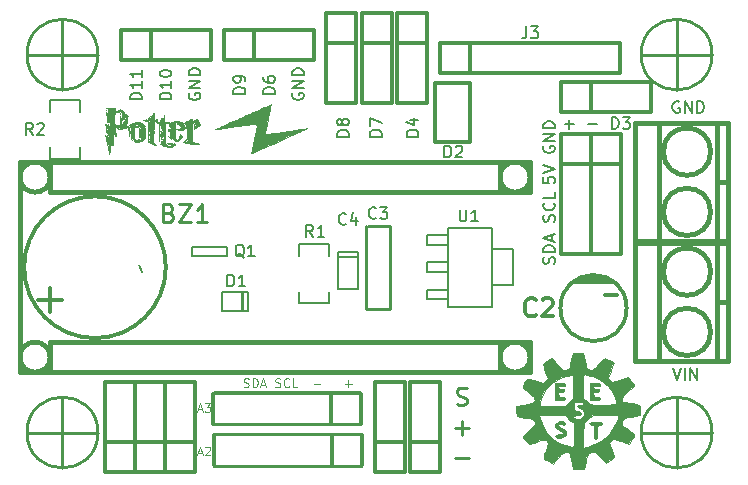
<source format=gbr>
G04 #@! TF.GenerationSoftware,KiCad,Pcbnew,(5.1.4)-1*
G04 #@! TF.CreationDate,2020-10-21T23:09:18-03:00*
G04 #@! TF.ProjectId,2020 - Equisdecito,32303230-202d-4204-9571-756973646563,rev?*
G04 #@! TF.SameCoordinates,Original*
G04 #@! TF.FileFunction,Legend,Top*
G04 #@! TF.FilePolarity,Positive*
%FSLAX46Y46*%
G04 Gerber Fmt 4.6, Leading zero omitted, Abs format (unit mm)*
G04 Created by KiCad (PCBNEW (5.1.4)-1) date 2020-10-21 23:09:18*
%MOMM*%
%LPD*%
G04 APERTURE LIST*
%ADD10C,0.150000*%
%ADD11C,0.100000*%
%ADD12C,0.250000*%
%ADD13C,0.010000*%
%ADD14C,0.381000*%
%ADD15C,0.378460*%
%ADD16C,0.304800*%
%ADD17C,0.254000*%
%ADD18C,0.300000*%
%ADD19C,0.248920*%
%ADD20C,0.127000*%
%ADD21C,0.203200*%
%ADD22C,0.200660*%
G04 APERTURE END LIST*
D10*
X165684761Y-105572380D02*
X166018095Y-106572380D01*
X166351428Y-105572380D01*
X166684761Y-106572380D02*
X166684761Y-105572380D01*
X167160952Y-106572380D02*
X167160952Y-105572380D01*
X167732380Y-106572380D01*
X167732380Y-105572380D01*
X166218095Y-82980000D02*
X166122857Y-82932380D01*
X165980000Y-82932380D01*
X165837142Y-82980000D01*
X165741904Y-83075238D01*
X165694285Y-83170476D01*
X165646666Y-83360952D01*
X165646666Y-83503809D01*
X165694285Y-83694285D01*
X165741904Y-83789523D01*
X165837142Y-83884761D01*
X165980000Y-83932380D01*
X166075238Y-83932380D01*
X166218095Y-83884761D01*
X166265714Y-83837142D01*
X166265714Y-83503809D01*
X166075238Y-83503809D01*
X166694285Y-83932380D02*
X166694285Y-82932380D01*
X167265714Y-83932380D01*
X167265714Y-82932380D01*
X167741904Y-83932380D02*
X167741904Y-82932380D01*
X167980000Y-82932380D01*
X168122857Y-82980000D01*
X168218095Y-83075238D01*
X168265714Y-83170476D01*
X168313333Y-83360952D01*
X168313333Y-83503809D01*
X168265714Y-83694285D01*
X168218095Y-83789523D01*
X168122857Y-83884761D01*
X167980000Y-83932380D01*
X167741904Y-83932380D01*
X138242380Y-85936667D02*
X137242380Y-85936667D01*
X137242380Y-85698572D01*
X137290000Y-85555714D01*
X137385238Y-85460476D01*
X137480476Y-85412857D01*
X137670952Y-85365238D01*
X137813809Y-85365238D01*
X138004285Y-85412857D01*
X138099523Y-85460476D01*
X138194761Y-85555714D01*
X138242380Y-85698572D01*
X138242380Y-85936667D01*
X137670952Y-84793810D02*
X137623333Y-84889048D01*
X137575714Y-84936667D01*
X137480476Y-84984286D01*
X137432857Y-84984286D01*
X137337619Y-84936667D01*
X137290000Y-84889048D01*
X137242380Y-84793810D01*
X137242380Y-84603333D01*
X137290000Y-84508095D01*
X137337619Y-84460476D01*
X137432857Y-84412857D01*
X137480476Y-84412857D01*
X137575714Y-84460476D01*
X137623333Y-84508095D01*
X137670952Y-84603333D01*
X137670952Y-84793810D01*
X137718571Y-84889048D01*
X137766190Y-84936667D01*
X137861428Y-84984286D01*
X138051904Y-84984286D01*
X138147142Y-84936667D01*
X138194761Y-84889048D01*
X138242380Y-84793810D01*
X138242380Y-84603333D01*
X138194761Y-84508095D01*
X138147142Y-84460476D01*
X138051904Y-84412857D01*
X137861428Y-84412857D01*
X137766190Y-84460476D01*
X137718571Y-84508095D01*
X137670952Y-84603333D01*
X141012380Y-85936667D02*
X140012380Y-85936667D01*
X140012380Y-85698572D01*
X140060000Y-85555714D01*
X140155238Y-85460476D01*
X140250476Y-85412857D01*
X140440952Y-85365238D01*
X140583809Y-85365238D01*
X140774285Y-85412857D01*
X140869523Y-85460476D01*
X140964761Y-85555714D01*
X141012380Y-85698572D01*
X141012380Y-85936667D01*
X140012380Y-85031905D02*
X140012380Y-84365238D01*
X141012380Y-84793810D01*
X144132380Y-85936667D02*
X143132380Y-85936667D01*
X143132380Y-85698572D01*
X143180000Y-85555714D01*
X143275238Y-85460476D01*
X143370476Y-85412857D01*
X143560952Y-85365238D01*
X143703809Y-85365238D01*
X143894285Y-85412857D01*
X143989523Y-85460476D01*
X144084761Y-85555714D01*
X144132380Y-85698572D01*
X144132380Y-85936667D01*
X143465714Y-84508095D02*
X144132380Y-84508095D01*
X143084761Y-84746191D02*
X143799047Y-84984286D01*
X143799047Y-84365238D01*
X154740000Y-86751904D02*
X154692380Y-86847142D01*
X154692380Y-86990000D01*
X154740000Y-87132857D01*
X154835238Y-87228095D01*
X154930476Y-87275714D01*
X155120952Y-87323333D01*
X155263809Y-87323333D01*
X155454285Y-87275714D01*
X155549523Y-87228095D01*
X155644761Y-87132857D01*
X155692380Y-86990000D01*
X155692380Y-86894761D01*
X155644761Y-86751904D01*
X155597142Y-86704285D01*
X155263809Y-86704285D01*
X155263809Y-86894761D01*
X155692380Y-86275714D02*
X154692380Y-86275714D01*
X155692380Y-85704285D01*
X154692380Y-85704285D01*
X155692380Y-85228095D02*
X154692380Y-85228095D01*
X154692380Y-84990000D01*
X154740000Y-84847142D01*
X154835238Y-84751904D01*
X154930476Y-84704285D01*
X155120952Y-84656666D01*
X155263809Y-84656666D01*
X155454285Y-84704285D01*
X155549523Y-84751904D01*
X155644761Y-84847142D01*
X155692380Y-84990000D01*
X155692380Y-85228095D01*
X154692380Y-89380476D02*
X154692380Y-89856666D01*
X155168571Y-89904285D01*
X155120952Y-89856666D01*
X155073333Y-89761428D01*
X155073333Y-89523333D01*
X155120952Y-89428095D01*
X155168571Y-89380476D01*
X155263809Y-89332857D01*
X155501904Y-89332857D01*
X155597142Y-89380476D01*
X155644761Y-89428095D01*
X155692380Y-89523333D01*
X155692380Y-89761428D01*
X155644761Y-89856666D01*
X155597142Y-89904285D01*
X154692380Y-89047142D02*
X155692380Y-88713809D01*
X154692380Y-88380476D01*
X155644761Y-93140476D02*
X155692380Y-92997619D01*
X155692380Y-92759523D01*
X155644761Y-92664285D01*
X155597142Y-92616666D01*
X155501904Y-92569047D01*
X155406666Y-92569047D01*
X155311428Y-92616666D01*
X155263809Y-92664285D01*
X155216190Y-92759523D01*
X155168571Y-92950000D01*
X155120952Y-93045238D01*
X155073333Y-93092857D01*
X154978095Y-93140476D01*
X154882857Y-93140476D01*
X154787619Y-93092857D01*
X154740000Y-93045238D01*
X154692380Y-92950000D01*
X154692380Y-92711904D01*
X154740000Y-92569047D01*
X155597142Y-91569047D02*
X155644761Y-91616666D01*
X155692380Y-91759523D01*
X155692380Y-91854761D01*
X155644761Y-91997619D01*
X155549523Y-92092857D01*
X155454285Y-92140476D01*
X155263809Y-92188095D01*
X155120952Y-92188095D01*
X154930476Y-92140476D01*
X154835238Y-92092857D01*
X154740000Y-91997619D01*
X154692380Y-91854761D01*
X154692380Y-91759523D01*
X154740000Y-91616666D01*
X154787619Y-91569047D01*
X155692380Y-90664285D02*
X155692380Y-91140476D01*
X154692380Y-91140476D01*
X155644761Y-96724285D02*
X155692380Y-96581428D01*
X155692380Y-96343333D01*
X155644761Y-96248095D01*
X155597142Y-96200476D01*
X155501904Y-96152857D01*
X155406666Y-96152857D01*
X155311428Y-96200476D01*
X155263809Y-96248095D01*
X155216190Y-96343333D01*
X155168571Y-96533809D01*
X155120952Y-96629047D01*
X155073333Y-96676666D01*
X154978095Y-96724285D01*
X154882857Y-96724285D01*
X154787619Y-96676666D01*
X154740000Y-96629047D01*
X154692380Y-96533809D01*
X154692380Y-96295714D01*
X154740000Y-96152857D01*
X155692380Y-95724285D02*
X154692380Y-95724285D01*
X154692380Y-95486190D01*
X154740000Y-95343333D01*
X154835238Y-95248095D01*
X154930476Y-95200476D01*
X155120952Y-95152857D01*
X155263809Y-95152857D01*
X155454285Y-95200476D01*
X155549523Y-95248095D01*
X155644761Y-95343333D01*
X155692380Y-95486190D01*
X155692380Y-95724285D01*
X155406666Y-94771904D02*
X155406666Y-94295714D01*
X155692380Y-94867142D02*
X154692380Y-94533809D01*
X155692380Y-94200476D01*
X156519904Y-84907428D02*
X157281809Y-84907428D01*
X156900857Y-85288380D02*
X156900857Y-84526476D01*
X158519904Y-84907428D02*
X159281809Y-84907428D01*
X160519904Y-85288380D02*
X160519904Y-84288380D01*
X160758000Y-84288380D01*
X160900857Y-84336000D01*
X160996095Y-84431238D01*
X161043714Y-84526476D01*
X161091333Y-84716952D01*
X161091333Y-84859809D01*
X161043714Y-85050285D01*
X160996095Y-85145523D01*
X160900857Y-85240761D01*
X160758000Y-85288380D01*
X160519904Y-85288380D01*
X161424666Y-84288380D02*
X162043714Y-84288380D01*
X161710380Y-84669333D01*
X161853238Y-84669333D01*
X161948476Y-84716952D01*
X161996095Y-84764571D01*
X162043714Y-84859809D01*
X162043714Y-85097904D01*
X161996095Y-85193142D01*
X161948476Y-85240761D01*
X161853238Y-85288380D01*
X161567523Y-85288380D01*
X161472285Y-85240761D01*
X161424666Y-85193142D01*
X146341904Y-87712380D02*
X146341904Y-86712380D01*
X146580000Y-86712380D01*
X146722857Y-86760000D01*
X146818095Y-86855238D01*
X146865714Y-86950476D01*
X146913333Y-87140952D01*
X146913333Y-87283809D01*
X146865714Y-87474285D01*
X146818095Y-87569523D01*
X146722857Y-87664761D01*
X146580000Y-87712380D01*
X146341904Y-87712380D01*
X147294285Y-86807619D02*
X147341904Y-86760000D01*
X147437142Y-86712380D01*
X147675238Y-86712380D01*
X147770476Y-86760000D01*
X147818095Y-86807619D01*
X147865714Y-86902857D01*
X147865714Y-86998095D01*
X147818095Y-87140952D01*
X147246666Y-87712380D01*
X147865714Y-87712380D01*
X131982380Y-82318095D02*
X130982380Y-82318095D01*
X130982380Y-82080000D01*
X131030000Y-81937142D01*
X131125238Y-81841904D01*
X131220476Y-81794285D01*
X131410952Y-81746666D01*
X131553809Y-81746666D01*
X131744285Y-81794285D01*
X131839523Y-81841904D01*
X131934761Y-81937142D01*
X131982380Y-82080000D01*
X131982380Y-82318095D01*
X130982380Y-80889523D02*
X130982380Y-81080000D01*
X131030000Y-81175238D01*
X131077619Y-81222857D01*
X131220476Y-81318095D01*
X131410952Y-81365714D01*
X131791904Y-81365714D01*
X131887142Y-81318095D01*
X131934761Y-81270476D01*
X131982380Y-81175238D01*
X131982380Y-80984761D01*
X131934761Y-80889523D01*
X131887142Y-80841904D01*
X131791904Y-80794285D01*
X131553809Y-80794285D01*
X131458571Y-80841904D01*
X131410952Y-80889523D01*
X131363333Y-80984761D01*
X131363333Y-81175238D01*
X131410952Y-81270476D01*
X131458571Y-81318095D01*
X131553809Y-81365714D01*
X133490000Y-82270476D02*
X133442380Y-82365714D01*
X133442380Y-82508572D01*
X133490000Y-82651429D01*
X133585238Y-82746667D01*
X133680476Y-82794286D01*
X133870952Y-82841905D01*
X134013809Y-82841905D01*
X134204285Y-82794286D01*
X134299523Y-82746667D01*
X134394761Y-82651429D01*
X134442380Y-82508572D01*
X134442380Y-82413333D01*
X134394761Y-82270476D01*
X134347142Y-82222857D01*
X134013809Y-82222857D01*
X134013809Y-82413333D01*
X134442380Y-81794286D02*
X133442380Y-81794286D01*
X134442380Y-81222857D01*
X133442380Y-81222857D01*
X134442380Y-80746667D02*
X133442380Y-80746667D01*
X133442380Y-80508572D01*
X133490000Y-80365714D01*
X133585238Y-80270476D01*
X133680476Y-80222857D01*
X133870952Y-80175238D01*
X134013809Y-80175238D01*
X134204285Y-80222857D01*
X134299523Y-80270476D01*
X134394761Y-80365714D01*
X134442380Y-80508572D01*
X134442380Y-80746667D01*
X129472380Y-82318095D02*
X128472380Y-82318095D01*
X128472380Y-82080000D01*
X128520000Y-81937142D01*
X128615238Y-81841904D01*
X128710476Y-81794285D01*
X128900952Y-81746666D01*
X129043809Y-81746666D01*
X129234285Y-81794285D01*
X129329523Y-81841904D01*
X129424761Y-81937142D01*
X129472380Y-82080000D01*
X129472380Y-82318095D01*
X129472380Y-81270476D02*
X129472380Y-81080000D01*
X129424761Y-80984761D01*
X129377142Y-80937142D01*
X129234285Y-80841904D01*
X129043809Y-80794285D01*
X128662857Y-80794285D01*
X128567619Y-80841904D01*
X128520000Y-80889523D01*
X128472380Y-80984761D01*
X128472380Y-81175238D01*
X128520000Y-81270476D01*
X128567619Y-81318095D01*
X128662857Y-81365714D01*
X128900952Y-81365714D01*
X128996190Y-81318095D01*
X129043809Y-81270476D01*
X129091428Y-81175238D01*
X129091428Y-80984761D01*
X129043809Y-80889523D01*
X128996190Y-80841904D01*
X128900952Y-80794285D01*
X124730000Y-82270476D02*
X124682380Y-82365714D01*
X124682380Y-82508572D01*
X124730000Y-82651429D01*
X124825238Y-82746667D01*
X124920476Y-82794286D01*
X125110952Y-82841905D01*
X125253809Y-82841905D01*
X125444285Y-82794286D01*
X125539523Y-82746667D01*
X125634761Y-82651429D01*
X125682380Y-82508572D01*
X125682380Y-82413333D01*
X125634761Y-82270476D01*
X125587142Y-82222857D01*
X125253809Y-82222857D01*
X125253809Y-82413333D01*
X125682380Y-81794286D02*
X124682380Y-81794286D01*
X125682380Y-81222857D01*
X124682380Y-81222857D01*
X125682380Y-80746667D02*
X124682380Y-80746667D01*
X124682380Y-80508572D01*
X124730000Y-80365714D01*
X124825238Y-80270476D01*
X124920476Y-80222857D01*
X125110952Y-80175238D01*
X125253809Y-80175238D01*
X125444285Y-80222857D01*
X125539523Y-80270476D01*
X125634761Y-80365714D01*
X125682380Y-80508572D01*
X125682380Y-80746667D01*
X123222380Y-82794285D02*
X122222380Y-82794285D01*
X122222380Y-82556190D01*
X122270000Y-82413333D01*
X122365238Y-82318095D01*
X122460476Y-82270476D01*
X122650952Y-82222857D01*
X122793809Y-82222857D01*
X122984285Y-82270476D01*
X123079523Y-82318095D01*
X123174761Y-82413333D01*
X123222380Y-82556190D01*
X123222380Y-82794285D01*
X123222380Y-81270476D02*
X123222380Y-81841904D01*
X123222380Y-81556190D02*
X122222380Y-81556190D01*
X122365238Y-81651428D01*
X122460476Y-81746666D01*
X122508095Y-81841904D01*
X122222380Y-80651428D02*
X122222380Y-80556190D01*
X122270000Y-80460952D01*
X122317619Y-80413333D01*
X122412857Y-80365714D01*
X122603333Y-80318095D01*
X122841428Y-80318095D01*
X123031904Y-80365714D01*
X123127142Y-80413333D01*
X123174761Y-80460952D01*
X123222380Y-80556190D01*
X123222380Y-80651428D01*
X123174761Y-80746666D01*
X123127142Y-80794285D01*
X123031904Y-80841904D01*
X122841428Y-80889523D01*
X122603333Y-80889523D01*
X122412857Y-80841904D01*
X122317619Y-80794285D01*
X122270000Y-80746666D01*
X122222380Y-80651428D01*
X120712380Y-82794285D02*
X119712380Y-82794285D01*
X119712380Y-82556190D01*
X119760000Y-82413333D01*
X119855238Y-82318095D01*
X119950476Y-82270476D01*
X120140952Y-82222857D01*
X120283809Y-82222857D01*
X120474285Y-82270476D01*
X120569523Y-82318095D01*
X120664761Y-82413333D01*
X120712380Y-82556190D01*
X120712380Y-82794285D01*
X120712380Y-81270476D02*
X120712380Y-81841904D01*
X120712380Y-81556190D02*
X119712380Y-81556190D01*
X119855238Y-81651428D01*
X119950476Y-81746666D01*
X119998095Y-81841904D01*
X120712380Y-80318095D02*
X120712380Y-80889523D01*
X120712380Y-80603809D02*
X119712380Y-80603809D01*
X119855238Y-80699047D01*
X119950476Y-80794285D01*
X119998095Y-80889523D01*
D11*
X125434285Y-109047500D02*
X125791428Y-109047500D01*
X125362857Y-109261785D02*
X125612857Y-108511785D01*
X125862857Y-109261785D01*
X126041428Y-108511785D02*
X126505714Y-108511785D01*
X126255714Y-108797500D01*
X126362857Y-108797500D01*
X126434285Y-108833214D01*
X126470000Y-108868928D01*
X126505714Y-108940357D01*
X126505714Y-109118928D01*
X126470000Y-109190357D01*
X126434285Y-109226071D01*
X126362857Y-109261785D01*
X126148571Y-109261785D01*
X126077142Y-109226071D01*
X126041428Y-109190357D01*
X125434285Y-112722500D02*
X125791428Y-112722500D01*
X125362857Y-112936785D02*
X125612857Y-112186785D01*
X125862857Y-112936785D01*
X126077142Y-112258214D02*
X126112857Y-112222500D01*
X126184285Y-112186785D01*
X126362857Y-112186785D01*
X126434285Y-112222500D01*
X126470000Y-112258214D01*
X126505714Y-112329642D01*
X126505714Y-112401071D01*
X126470000Y-112508214D01*
X126041428Y-112936785D01*
X126505714Y-112936785D01*
D12*
X147381428Y-108617142D02*
X147595714Y-108688571D01*
X147952857Y-108688571D01*
X148095714Y-108617142D01*
X148167142Y-108545714D01*
X148238571Y-108402857D01*
X148238571Y-108260000D01*
X148167142Y-108117142D01*
X148095714Y-108045714D01*
X147952857Y-107974285D01*
X147667142Y-107902857D01*
X147524285Y-107831428D01*
X147452857Y-107760000D01*
X147381428Y-107617142D01*
X147381428Y-107474285D01*
X147452857Y-107331428D01*
X147524285Y-107260000D01*
X147667142Y-107188571D01*
X148024285Y-107188571D01*
X148238571Y-107260000D01*
X147238571Y-110617142D02*
X148381428Y-110617142D01*
X147810000Y-111188571D02*
X147810000Y-110045714D01*
X147238571Y-113117142D02*
X148381428Y-113117142D01*
D11*
X129340714Y-107113571D02*
X129447857Y-107149285D01*
X129626428Y-107149285D01*
X129697857Y-107113571D01*
X129733571Y-107077857D01*
X129769285Y-107006428D01*
X129769285Y-106935000D01*
X129733571Y-106863571D01*
X129697857Y-106827857D01*
X129626428Y-106792142D01*
X129483571Y-106756428D01*
X129412142Y-106720714D01*
X129376428Y-106685000D01*
X129340714Y-106613571D01*
X129340714Y-106542142D01*
X129376428Y-106470714D01*
X129412142Y-106435000D01*
X129483571Y-106399285D01*
X129662142Y-106399285D01*
X129769285Y-106435000D01*
X130090714Y-107149285D02*
X130090714Y-106399285D01*
X130269285Y-106399285D01*
X130376428Y-106435000D01*
X130447857Y-106506428D01*
X130483571Y-106577857D01*
X130519285Y-106720714D01*
X130519285Y-106827857D01*
X130483571Y-106970714D01*
X130447857Y-107042142D01*
X130376428Y-107113571D01*
X130269285Y-107149285D01*
X130090714Y-107149285D01*
X130805000Y-106935000D02*
X131162142Y-106935000D01*
X130733571Y-107149285D02*
X130983571Y-106399285D01*
X131233571Y-107149285D01*
X132019285Y-107113571D02*
X132126428Y-107149285D01*
X132305000Y-107149285D01*
X132376428Y-107113571D01*
X132412142Y-107077857D01*
X132447857Y-107006428D01*
X132447857Y-106935000D01*
X132412142Y-106863571D01*
X132376428Y-106827857D01*
X132305000Y-106792142D01*
X132162142Y-106756428D01*
X132090714Y-106720714D01*
X132055000Y-106685000D01*
X132019285Y-106613571D01*
X132019285Y-106542142D01*
X132055000Y-106470714D01*
X132090714Y-106435000D01*
X132162142Y-106399285D01*
X132340714Y-106399285D01*
X132447857Y-106435000D01*
X133197857Y-107077857D02*
X133162142Y-107113571D01*
X133055000Y-107149285D01*
X132983571Y-107149285D01*
X132876428Y-107113571D01*
X132805000Y-107042142D01*
X132769285Y-106970714D01*
X132733571Y-106827857D01*
X132733571Y-106720714D01*
X132769285Y-106577857D01*
X132805000Y-106506428D01*
X132876428Y-106435000D01*
X132983571Y-106399285D01*
X133055000Y-106399285D01*
X133162142Y-106435000D01*
X133197857Y-106470714D01*
X133876428Y-107149285D02*
X133519285Y-107149285D01*
X133519285Y-106399285D01*
X135269285Y-106863571D02*
X135840714Y-106863571D01*
X137912142Y-106863571D02*
X138483571Y-106863571D01*
X138197857Y-107149285D02*
X138197857Y-106577857D01*
D10*
X120700000Y-97400000D02*
X120500000Y-96850000D01*
D13*
G36*
X118847236Y-83651307D02*
G01*
X118836096Y-83663332D01*
X118798210Y-83665203D01*
X118758353Y-83658741D01*
X118775643Y-83649218D01*
X118834021Y-83646064D01*
X118847236Y-83651307D01*
X118847236Y-83651307D01*
G37*
X118847236Y-83651307D02*
X118836096Y-83663332D01*
X118798210Y-83665203D01*
X118758353Y-83658741D01*
X118775643Y-83649218D01*
X118834021Y-83646064D01*
X118847236Y-83651307D01*
G36*
X118707941Y-83680521D02*
G01*
X118689264Y-83693750D01*
X118670588Y-83680521D01*
X118689264Y-83667292D01*
X118707941Y-83680521D01*
X118707941Y-83680521D01*
G37*
X118707941Y-83680521D02*
X118689264Y-83693750D01*
X118670588Y-83680521D01*
X118689264Y-83667292D01*
X118707941Y-83680521D01*
G36*
X118297058Y-83680521D02*
G01*
X118278382Y-83693750D01*
X118259705Y-83680521D01*
X118278382Y-83667292D01*
X118297058Y-83680521D01*
X118297058Y-83680521D01*
G37*
X118297058Y-83680521D02*
X118278382Y-83693750D01*
X118259705Y-83680521D01*
X118278382Y-83667292D01*
X118297058Y-83680521D01*
G36*
X118960073Y-83651549D02*
G01*
X119019927Y-83690180D01*
X119044117Y-83711080D01*
X119027019Y-83717745D01*
X118973600Y-83682187D01*
X118947186Y-83660677D01*
X118876029Y-83601146D01*
X118960073Y-83651549D01*
X118960073Y-83651549D01*
G37*
X118960073Y-83651549D02*
X119019927Y-83690180D01*
X119044117Y-83711080D01*
X119027019Y-83717745D01*
X118973600Y-83682187D01*
X118947186Y-83660677D01*
X118876029Y-83601146D01*
X118960073Y-83651549D01*
G36*
X117699411Y-83706979D02*
G01*
X117680735Y-83720209D01*
X117662058Y-83706979D01*
X117680735Y-83693750D01*
X117699411Y-83706979D01*
X117699411Y-83706979D01*
G37*
X117699411Y-83706979D02*
X117680735Y-83720209D01*
X117662058Y-83706979D01*
X117680735Y-83693750D01*
X117699411Y-83706979D01*
G36*
X118321960Y-83729028D02*
G01*
X118326431Y-83760428D01*
X118321960Y-83764306D01*
X118299754Y-83760674D01*
X118297058Y-83746667D01*
X118310725Y-83724889D01*
X118321960Y-83729028D01*
X118321960Y-83729028D01*
G37*
X118321960Y-83729028D02*
X118326431Y-83760428D01*
X118321960Y-83764306D01*
X118299754Y-83760674D01*
X118297058Y-83746667D01*
X118310725Y-83724889D01*
X118321960Y-83729028D01*
G36*
X118894705Y-83945104D02*
G01*
X118876029Y-83958334D01*
X118857353Y-83945104D01*
X118876029Y-83931875D01*
X118894705Y-83945104D01*
X118894705Y-83945104D01*
G37*
X118894705Y-83945104D02*
X118876029Y-83958334D01*
X118857353Y-83945104D01*
X118876029Y-83931875D01*
X118894705Y-83945104D01*
G36*
X118894705Y-83998021D02*
G01*
X118876029Y-84011250D01*
X118857353Y-83998021D01*
X118876029Y-83984792D01*
X118894705Y-83998021D01*
X118894705Y-83998021D01*
G37*
X118894705Y-83998021D02*
X118876029Y-84011250D01*
X118857353Y-83998021D01*
X118876029Y-83984792D01*
X118894705Y-83998021D01*
G36*
X118894705Y-84183229D02*
G01*
X118876029Y-84196459D01*
X118857353Y-84183229D01*
X118876029Y-84170000D01*
X118894705Y-84183229D01*
X118894705Y-84183229D01*
G37*
X118894705Y-84183229D02*
X118876029Y-84196459D01*
X118857353Y-84183229D01*
X118876029Y-84170000D01*
X118894705Y-84183229D01*
G36*
X119081470Y-84289063D02*
G01*
X119062794Y-84302292D01*
X119044117Y-84289063D01*
X119062794Y-84275834D01*
X119081470Y-84289063D01*
X119081470Y-84289063D01*
G37*
X119081470Y-84289063D02*
X119062794Y-84302292D01*
X119044117Y-84289063D01*
X119062794Y-84275834D01*
X119081470Y-84289063D01*
G36*
X122431516Y-84345841D02*
G01*
X122424558Y-84355209D01*
X122389364Y-84380476D01*
X122382797Y-84381667D01*
X122380248Y-84364576D01*
X122387205Y-84355209D01*
X122422400Y-84329941D01*
X122428967Y-84328750D01*
X122431516Y-84345841D01*
X122431516Y-84345841D01*
G37*
X122431516Y-84345841D02*
X122424558Y-84355209D01*
X122389364Y-84380476D01*
X122382797Y-84381667D01*
X122380248Y-84364576D01*
X122387205Y-84355209D01*
X122422400Y-84329941D01*
X122428967Y-84328750D01*
X122431516Y-84345841D01*
G36*
X122356078Y-84443403D02*
G01*
X122350951Y-84459132D01*
X122331176Y-84461042D01*
X122300430Y-84451361D01*
X122306274Y-84443403D01*
X122350603Y-84440236D01*
X122356078Y-84443403D01*
X122356078Y-84443403D01*
G37*
X122356078Y-84443403D02*
X122350951Y-84459132D01*
X122331176Y-84461042D01*
X122300430Y-84451361D01*
X122306274Y-84443403D01*
X122350603Y-84440236D01*
X122356078Y-84443403D01*
G36*
X121098529Y-84447813D02*
G01*
X121079853Y-84461042D01*
X121061176Y-84447813D01*
X121079853Y-84434584D01*
X121098529Y-84447813D01*
X121098529Y-84447813D01*
G37*
X121098529Y-84447813D02*
X121079853Y-84461042D01*
X121061176Y-84447813D01*
X121079853Y-84434584D01*
X121098529Y-84447813D01*
G36*
X120874411Y-84553646D02*
G01*
X120855735Y-84566875D01*
X120837058Y-84553646D01*
X120855735Y-84540417D01*
X120874411Y-84553646D01*
X120874411Y-84553646D01*
G37*
X120874411Y-84553646D02*
X120855735Y-84566875D01*
X120837058Y-84553646D01*
X120855735Y-84540417D01*
X120874411Y-84553646D01*
G36*
X118919607Y-84522778D02*
G01*
X118924078Y-84554178D01*
X118919607Y-84558056D01*
X118897401Y-84554424D01*
X118894705Y-84540417D01*
X118908372Y-84518639D01*
X118919607Y-84522778D01*
X118919607Y-84522778D01*
G37*
X118919607Y-84522778D02*
X118924078Y-84554178D01*
X118919607Y-84558056D01*
X118897401Y-84554424D01*
X118894705Y-84540417D01*
X118908372Y-84518639D01*
X118919607Y-84522778D01*
G36*
X117836372Y-84628611D02*
G01*
X117840843Y-84660011D01*
X117836372Y-84663889D01*
X117814166Y-84660257D01*
X117811470Y-84646250D01*
X117825137Y-84624472D01*
X117836372Y-84628611D01*
X117836372Y-84628611D01*
G37*
X117836372Y-84628611D02*
X117840843Y-84660011D01*
X117836372Y-84663889D01*
X117814166Y-84660257D01*
X117811470Y-84646250D01*
X117825137Y-84624472D01*
X117836372Y-84628611D01*
G36*
X122766960Y-84681528D02*
G01*
X122761833Y-84697257D01*
X122742058Y-84699167D01*
X122711313Y-84689486D01*
X122717156Y-84681528D01*
X122761486Y-84678361D01*
X122766960Y-84681528D01*
X122766960Y-84681528D01*
G37*
X122766960Y-84681528D02*
X122761833Y-84697257D01*
X122742058Y-84699167D01*
X122711313Y-84689486D01*
X122717156Y-84681528D01*
X122761486Y-84678361D01*
X122766960Y-84681528D01*
G36*
X122094607Y-84681528D02*
G01*
X122089480Y-84697257D01*
X122069705Y-84699167D01*
X122038960Y-84689486D01*
X122044803Y-84681528D01*
X122089133Y-84678361D01*
X122094607Y-84681528D01*
X122094607Y-84681528D01*
G37*
X122094607Y-84681528D02*
X122089480Y-84697257D01*
X122069705Y-84699167D01*
X122038960Y-84689486D01*
X122044803Y-84681528D01*
X122089133Y-84678361D01*
X122094607Y-84681528D01*
G36*
X118920222Y-84641289D02*
G01*
X118924675Y-84682640D01*
X118917273Y-84692001D01*
X118900295Y-84684110D01*
X118897654Y-84657274D01*
X118906777Y-84629043D01*
X118920222Y-84641289D01*
X118920222Y-84641289D01*
G37*
X118920222Y-84641289D02*
X118924675Y-84682640D01*
X118917273Y-84692001D01*
X118900295Y-84684110D01*
X118897654Y-84657274D01*
X118906777Y-84629043D01*
X118920222Y-84641289D01*
G36*
X120575588Y-84712396D02*
G01*
X120556911Y-84725625D01*
X120538235Y-84712396D01*
X120556911Y-84699167D01*
X120575588Y-84712396D01*
X120575588Y-84712396D01*
G37*
X120575588Y-84712396D02*
X120556911Y-84725625D01*
X120538235Y-84712396D01*
X120556911Y-84699167D01*
X120575588Y-84712396D01*
G36*
X121995000Y-84738854D02*
G01*
X121976323Y-84752084D01*
X121957647Y-84738854D01*
X121976323Y-84725625D01*
X121995000Y-84738854D01*
X121995000Y-84738854D01*
G37*
X121995000Y-84738854D02*
X121976323Y-84752084D01*
X121957647Y-84738854D01*
X121976323Y-84725625D01*
X121995000Y-84738854D01*
G36*
X117836372Y-84707986D02*
G01*
X117840843Y-84739386D01*
X117836372Y-84743264D01*
X117814166Y-84739632D01*
X117811470Y-84725625D01*
X117825137Y-84703847D01*
X117836372Y-84707986D01*
X117836372Y-84707986D01*
G37*
X117836372Y-84707986D02*
X117840843Y-84739386D01*
X117836372Y-84743264D01*
X117814166Y-84739632D01*
X117811470Y-84725625D01*
X117825137Y-84703847D01*
X117836372Y-84707986D01*
G36*
X123713235Y-84765313D02*
G01*
X123694558Y-84778542D01*
X123675882Y-84765313D01*
X123694558Y-84752084D01*
X123713235Y-84765313D01*
X123713235Y-84765313D01*
G37*
X123713235Y-84765313D02*
X123694558Y-84778542D01*
X123675882Y-84765313D01*
X123694558Y-84752084D01*
X123713235Y-84765313D01*
G36*
X120687647Y-84765313D02*
G01*
X120668970Y-84778542D01*
X120650294Y-84765313D01*
X120668970Y-84752084D01*
X120687647Y-84765313D01*
X120687647Y-84765313D01*
G37*
X120687647Y-84765313D02*
X120668970Y-84778542D01*
X120650294Y-84765313D01*
X120668970Y-84752084D01*
X120687647Y-84765313D01*
G36*
X120575588Y-84791771D02*
G01*
X120556911Y-84805000D01*
X120538235Y-84791771D01*
X120556911Y-84778542D01*
X120575588Y-84791771D01*
X120575588Y-84791771D01*
G37*
X120575588Y-84791771D02*
X120556911Y-84805000D01*
X120538235Y-84791771D01*
X120556911Y-84778542D01*
X120575588Y-84791771D01*
G36*
X125132647Y-84871146D02*
G01*
X125113970Y-84884375D01*
X125095294Y-84871146D01*
X125113970Y-84857917D01*
X125132647Y-84871146D01*
X125132647Y-84871146D01*
G37*
X125132647Y-84871146D02*
X125113970Y-84884375D01*
X125095294Y-84871146D01*
X125113970Y-84857917D01*
X125132647Y-84871146D01*
G36*
X123563823Y-84600884D02*
G01*
X123536434Y-84620218D01*
X123463346Y-84663713D01*
X123358178Y-84723362D01*
X123311691Y-84749119D01*
X123059558Y-84887942D01*
X123246323Y-84766226D01*
X123368325Y-84690015D01*
X123469183Y-84633229D01*
X123537985Y-84601551D01*
X123563818Y-84600664D01*
X123563823Y-84600884D01*
X123563823Y-84600884D01*
G37*
X123563823Y-84600884D02*
X123536434Y-84620218D01*
X123463346Y-84663713D01*
X123358178Y-84723362D01*
X123311691Y-84749119D01*
X123059558Y-84887942D01*
X123246323Y-84766226D01*
X123368325Y-84690015D01*
X123469183Y-84633229D01*
X123537985Y-84601551D01*
X123563818Y-84600664D01*
X123563823Y-84600884D01*
G36*
X118927767Y-84748666D02*
G01*
X118932058Y-84804164D01*
X118932058Y-84805000D01*
X118923106Y-84860751D01*
X118901537Y-84884370D01*
X118901175Y-84884375D01*
X118884328Y-84861773D01*
X118886299Y-84807175D01*
X118886738Y-84805000D01*
X118902432Y-84749359D01*
X118917390Y-84725635D01*
X118917621Y-84725625D01*
X118927767Y-84748666D01*
X118927767Y-84748666D01*
G37*
X118927767Y-84748666D02*
X118932058Y-84804164D01*
X118932058Y-84805000D01*
X118923106Y-84860751D01*
X118901537Y-84884370D01*
X118901175Y-84884375D01*
X118884328Y-84861773D01*
X118886299Y-84807175D01*
X118886738Y-84805000D01*
X118902432Y-84749359D01*
X118917390Y-84725635D01*
X118917621Y-84725625D01*
X118927767Y-84748666D01*
G36*
X125170000Y-84950521D02*
G01*
X125151323Y-84963750D01*
X125132647Y-84950521D01*
X125151323Y-84937292D01*
X125170000Y-84950521D01*
X125170000Y-84950521D01*
G37*
X125170000Y-84950521D02*
X125151323Y-84963750D01*
X125132647Y-84950521D01*
X125151323Y-84937292D01*
X125170000Y-84950521D01*
G36*
X120837058Y-84950521D02*
G01*
X120818382Y-84963750D01*
X120799705Y-84950521D01*
X120818382Y-84937292D01*
X120837058Y-84950521D01*
X120837058Y-84950521D01*
G37*
X120837058Y-84950521D02*
X120818382Y-84963750D01*
X120799705Y-84950521D01*
X120818382Y-84937292D01*
X120837058Y-84950521D01*
G36*
X123249711Y-84917643D02*
G01*
X123239646Y-84941602D01*
X123209873Y-84963220D01*
X123162906Y-84980282D01*
X123152941Y-84968551D01*
X123176280Y-84933889D01*
X123222653Y-84913506D01*
X123249711Y-84917643D01*
X123249711Y-84917643D01*
G37*
X123249711Y-84917643D02*
X123239646Y-84941602D01*
X123209873Y-84963220D01*
X123162906Y-84980282D01*
X123152941Y-84968551D01*
X123176280Y-84933889D01*
X123222653Y-84913506D01*
X123249711Y-84917643D01*
G36*
X125207353Y-85029896D02*
G01*
X125188676Y-85043125D01*
X125170000Y-85029896D01*
X125188676Y-85016667D01*
X125207353Y-85029896D01*
X125207353Y-85029896D01*
G37*
X125207353Y-85029896D02*
X125188676Y-85043125D01*
X125170000Y-85029896D01*
X125188676Y-85016667D01*
X125207353Y-85029896D01*
G36*
X120239411Y-85029896D02*
G01*
X120220735Y-85043125D01*
X120202058Y-85029896D01*
X120220735Y-85016667D01*
X120239411Y-85029896D01*
X120239411Y-85029896D01*
G37*
X120239411Y-85029896D02*
X120220735Y-85043125D01*
X120202058Y-85029896D01*
X120220735Y-85016667D01*
X120239411Y-85029896D01*
G36*
X120164705Y-85056354D02*
G01*
X120146029Y-85069584D01*
X120127353Y-85056354D01*
X120146029Y-85043125D01*
X120164705Y-85056354D01*
X120164705Y-85056354D01*
G37*
X120164705Y-85056354D02*
X120146029Y-85069584D01*
X120127353Y-85056354D01*
X120146029Y-85043125D01*
X120164705Y-85056354D01*
G36*
X119741986Y-85117539D02*
G01*
X119746439Y-85158890D01*
X119739038Y-85168251D01*
X119722060Y-85160360D01*
X119719419Y-85133524D01*
X119728541Y-85105293D01*
X119741986Y-85117539D01*
X119741986Y-85117539D01*
G37*
X119741986Y-85117539D02*
X119746439Y-85158890D01*
X119739038Y-85168251D01*
X119722060Y-85160360D01*
X119719419Y-85133524D01*
X119728541Y-85105293D01*
X119741986Y-85117539D01*
G36*
X124485196Y-85157778D02*
G01*
X124489666Y-85189178D01*
X124485196Y-85193056D01*
X124462989Y-85189424D01*
X124460294Y-85175417D01*
X124473961Y-85153639D01*
X124485196Y-85157778D01*
X124485196Y-85157778D01*
G37*
X124485196Y-85157778D02*
X124489666Y-85189178D01*
X124485196Y-85193056D01*
X124462989Y-85189424D01*
X124460294Y-85175417D01*
X124473961Y-85153639D01*
X124485196Y-85157778D01*
G36*
X119591960Y-85210695D02*
G01*
X119596431Y-85242094D01*
X119591960Y-85245972D01*
X119569754Y-85242340D01*
X119567058Y-85228334D01*
X119580725Y-85206555D01*
X119591960Y-85210695D01*
X119591960Y-85210695D01*
G37*
X119591960Y-85210695D02*
X119596431Y-85242094D01*
X119591960Y-85245972D01*
X119569754Y-85242340D01*
X119567058Y-85228334D01*
X119580725Y-85206555D01*
X119591960Y-85210695D01*
G36*
X125396460Y-84506950D02*
G01*
X125448548Y-84570295D01*
X125513043Y-84656271D01*
X125527802Y-84676857D01*
X125594682Y-84776161D01*
X125627135Y-84840685D01*
X125629276Y-84880978D01*
X125614971Y-84900390D01*
X125591171Y-84927062D01*
X125626761Y-84923098D01*
X125636840Y-84920421D01*
X125682575Y-84915966D01*
X125672446Y-84941409D01*
X125609465Y-84994071D01*
X125496639Y-85071274D01*
X125396635Y-85134185D01*
X125260651Y-85215245D01*
X125170484Y-85262416D01*
X125118494Y-85278772D01*
X125097038Y-85267387D01*
X125095294Y-85255431D01*
X125113331Y-85217686D01*
X125157903Y-85157209D01*
X125169860Y-85142983D01*
X125216466Y-85094869D01*
X125242561Y-85079627D01*
X125244566Y-85083540D01*
X125226023Y-85123902D01*
X125185505Y-85176144D01*
X125153782Y-85213120D01*
X125161724Y-85212814D01*
X125214004Y-85174124D01*
X125222858Y-85167327D01*
X125281052Y-85118861D01*
X125297550Y-85094319D01*
X125365922Y-85094319D01*
X125371032Y-85096042D01*
X125405120Y-85077416D01*
X125412794Y-85069584D01*
X125422312Y-85044848D01*
X125417203Y-85043125D01*
X125383115Y-85061751D01*
X125375441Y-85069584D01*
X125365922Y-85094319D01*
X125297550Y-85094319D01*
X125309614Y-85076374D01*
X125309554Y-85025059D01*
X125281880Y-84950108D01*
X125243201Y-84868638D01*
X125201093Y-84779976D01*
X125169081Y-84708279D01*
X125156875Y-84676876D01*
X125225096Y-84676876D01*
X125226031Y-84687078D01*
X125289168Y-84711522D01*
X125308367Y-84718316D01*
X125390849Y-84755524D01*
X125443971Y-84794011D01*
X125456114Y-84822795D01*
X125428093Y-84831459D01*
X125406878Y-84847717D01*
X125412794Y-84857917D01*
X125467092Y-84882700D01*
X125486094Y-84884375D01*
X125511754Y-84874513D01*
X125507382Y-84837894D01*
X125472639Y-84765565D01*
X125424060Y-84691922D01*
X125365881Y-84626649D01*
X125309228Y-84578914D01*
X125265228Y-84557884D01*
X125245007Y-84572727D01*
X125244705Y-84577759D01*
X125273810Y-84622506D01*
X125310073Y-84644131D01*
X125348456Y-84664034D01*
X125322225Y-84671933D01*
X125282058Y-84673596D01*
X125225096Y-84676876D01*
X125156875Y-84676876D01*
X125155985Y-84674587D01*
X125114927Y-84634684D01*
X125077412Y-84619989D01*
X125048466Y-84605489D01*
X125069460Y-84582934D01*
X125148130Y-84545476D01*
X125163780Y-84538855D01*
X125319411Y-84538855D01*
X125346526Y-84565798D01*
X125356764Y-84566875D01*
X125393146Y-84557848D01*
X125394117Y-84555207D01*
X125367943Y-84532618D01*
X125356764Y-84527188D01*
X125322344Y-84529285D01*
X125319411Y-84538855D01*
X125163780Y-84538855D01*
X125173848Y-84534596D01*
X125272604Y-84497758D01*
X125345347Y-84478765D01*
X125366914Y-84478714D01*
X125396460Y-84506950D01*
X125396460Y-84506950D01*
G37*
X125396460Y-84506950D02*
X125448548Y-84570295D01*
X125513043Y-84656271D01*
X125527802Y-84676857D01*
X125594682Y-84776161D01*
X125627135Y-84840685D01*
X125629276Y-84880978D01*
X125614971Y-84900390D01*
X125591171Y-84927062D01*
X125626761Y-84923098D01*
X125636840Y-84920421D01*
X125682575Y-84915966D01*
X125672446Y-84941409D01*
X125609465Y-84994071D01*
X125496639Y-85071274D01*
X125396635Y-85134185D01*
X125260651Y-85215245D01*
X125170484Y-85262416D01*
X125118494Y-85278772D01*
X125097038Y-85267387D01*
X125095294Y-85255431D01*
X125113331Y-85217686D01*
X125157903Y-85157209D01*
X125169860Y-85142983D01*
X125216466Y-85094869D01*
X125242561Y-85079627D01*
X125244566Y-85083540D01*
X125226023Y-85123902D01*
X125185505Y-85176144D01*
X125153782Y-85213120D01*
X125161724Y-85212814D01*
X125214004Y-85174124D01*
X125222858Y-85167327D01*
X125281052Y-85118861D01*
X125297550Y-85094319D01*
X125365922Y-85094319D01*
X125371032Y-85096042D01*
X125405120Y-85077416D01*
X125412794Y-85069584D01*
X125422312Y-85044848D01*
X125417203Y-85043125D01*
X125383115Y-85061751D01*
X125375441Y-85069584D01*
X125365922Y-85094319D01*
X125297550Y-85094319D01*
X125309614Y-85076374D01*
X125309554Y-85025059D01*
X125281880Y-84950108D01*
X125243201Y-84868638D01*
X125201093Y-84779976D01*
X125169081Y-84708279D01*
X125156875Y-84676876D01*
X125225096Y-84676876D01*
X125226031Y-84687078D01*
X125289168Y-84711522D01*
X125308367Y-84718316D01*
X125390849Y-84755524D01*
X125443971Y-84794011D01*
X125456114Y-84822795D01*
X125428093Y-84831459D01*
X125406878Y-84847717D01*
X125412794Y-84857917D01*
X125467092Y-84882700D01*
X125486094Y-84884375D01*
X125511754Y-84874513D01*
X125507382Y-84837894D01*
X125472639Y-84765565D01*
X125424060Y-84691922D01*
X125365881Y-84626649D01*
X125309228Y-84578914D01*
X125265228Y-84557884D01*
X125245007Y-84572727D01*
X125244705Y-84577759D01*
X125273810Y-84622506D01*
X125310073Y-84644131D01*
X125348456Y-84664034D01*
X125322225Y-84671933D01*
X125282058Y-84673596D01*
X125225096Y-84676876D01*
X125156875Y-84676876D01*
X125155985Y-84674587D01*
X125114927Y-84634684D01*
X125077412Y-84619989D01*
X125048466Y-84605489D01*
X125069460Y-84582934D01*
X125148130Y-84545476D01*
X125163780Y-84538855D01*
X125319411Y-84538855D01*
X125346526Y-84565798D01*
X125356764Y-84566875D01*
X125393146Y-84557848D01*
X125394117Y-84555207D01*
X125367943Y-84532618D01*
X125356764Y-84527188D01*
X125322344Y-84529285D01*
X125319411Y-84538855D01*
X125163780Y-84538855D01*
X125173848Y-84534596D01*
X125272604Y-84497758D01*
X125345347Y-84478765D01*
X125366914Y-84478714D01*
X125396460Y-84506950D01*
G36*
X120488267Y-85195261D02*
G01*
X120493201Y-85249430D01*
X120488267Y-85261406D01*
X120474634Y-85264730D01*
X120469427Y-85228334D01*
X120475297Y-85190772D01*
X120488267Y-85195261D01*
X120488267Y-85195261D01*
G37*
X120488267Y-85195261D02*
X120493201Y-85249430D01*
X120488267Y-85261406D01*
X120474634Y-85264730D01*
X120469427Y-85228334D01*
X120475297Y-85190772D01*
X120488267Y-85195261D01*
G36*
X123003529Y-85320938D02*
G01*
X122984853Y-85334167D01*
X122966176Y-85320938D01*
X122984853Y-85307709D01*
X123003529Y-85320938D01*
X123003529Y-85320938D01*
G37*
X123003529Y-85320938D02*
X122984853Y-85334167D01*
X122966176Y-85320938D01*
X122984853Y-85307709D01*
X123003529Y-85320938D01*
G36*
X119636588Y-85327538D02*
G01*
X119638079Y-85367437D01*
X119612165Y-85396918D01*
X119585979Y-85386267D01*
X119577134Y-85358792D01*
X119587688Y-85316941D01*
X119606733Y-85307709D01*
X119636588Y-85327538D01*
X119636588Y-85327538D01*
G37*
X119636588Y-85327538D02*
X119638079Y-85367437D01*
X119612165Y-85396918D01*
X119585979Y-85386267D01*
X119577134Y-85358792D01*
X119587688Y-85316941D01*
X119606733Y-85307709D01*
X119636588Y-85327538D01*
G36*
X122991692Y-85408581D02*
G01*
X122996145Y-85449932D01*
X122988743Y-85459293D01*
X122971766Y-85451402D01*
X122969125Y-85424566D01*
X122978247Y-85396334D01*
X122991692Y-85408581D01*
X122991692Y-85408581D01*
G37*
X122991692Y-85408581D02*
X122996145Y-85449932D01*
X122988743Y-85459293D01*
X122971766Y-85451402D01*
X122969125Y-85424566D01*
X122978247Y-85396334D01*
X122991692Y-85408581D01*
G36*
X122351974Y-85457675D02*
G01*
X122345428Y-85478313D01*
X122315286Y-85515555D01*
X122295795Y-85509317D01*
X122293823Y-85494478D01*
X122320952Y-85458600D01*
X122330748Y-85453417D01*
X122351974Y-85457675D01*
X122351974Y-85457675D01*
G37*
X122351974Y-85457675D02*
X122345428Y-85478313D01*
X122315286Y-85515555D01*
X122295795Y-85509317D01*
X122293823Y-85494478D01*
X122320952Y-85458600D01*
X122330748Y-85453417D01*
X122351974Y-85457675D01*
G36*
X122480588Y-85585521D02*
G01*
X122461911Y-85598750D01*
X122443235Y-85585521D01*
X122461911Y-85572292D01*
X122480588Y-85585521D01*
X122480588Y-85585521D01*
G37*
X122480588Y-85585521D02*
X122461911Y-85598750D01*
X122443235Y-85585521D01*
X122461911Y-85572292D01*
X122480588Y-85585521D01*
G36*
X122405882Y-85585521D02*
G01*
X122387205Y-85598750D01*
X122368529Y-85585521D01*
X122387205Y-85572292D01*
X122405882Y-85585521D01*
X122405882Y-85585521D01*
G37*
X122405882Y-85585521D02*
X122387205Y-85598750D01*
X122368529Y-85585521D01*
X122387205Y-85572292D01*
X122405882Y-85585521D01*
G36*
X119745509Y-85447394D02*
G01*
X119749959Y-85508640D01*
X119750100Y-85512761D01*
X119748460Y-85581442D01*
X119739933Y-85621227D01*
X119735147Y-85625209D01*
X119718636Y-85603572D01*
X119716470Y-85584691D01*
X119686251Y-85540543D01*
X119660441Y-85528943D01*
X119611716Y-85492624D01*
X119605547Y-85470242D01*
X119612867Y-85445609D01*
X119639002Y-85466361D01*
X119650299Y-85479688D01*
X119683712Y-85514602D01*
X119703553Y-85504378D01*
X119720146Y-85466459D01*
X119736465Y-85434715D01*
X119745509Y-85447394D01*
X119745509Y-85447394D01*
G37*
X119745509Y-85447394D02*
X119749959Y-85508640D01*
X119750100Y-85512761D01*
X119748460Y-85581442D01*
X119739933Y-85621227D01*
X119735147Y-85625209D01*
X119718636Y-85603572D01*
X119716470Y-85584691D01*
X119686251Y-85540543D01*
X119660441Y-85528943D01*
X119611716Y-85492624D01*
X119605547Y-85470242D01*
X119612867Y-85445609D01*
X119639002Y-85466361D01*
X119650299Y-85479688D01*
X119683712Y-85514602D01*
X119703553Y-85504378D01*
X119720146Y-85466459D01*
X119736465Y-85434715D01*
X119745509Y-85447394D01*
G36*
X122356810Y-85668758D02*
G01*
X122349853Y-85678125D01*
X122314658Y-85703393D01*
X122308091Y-85704584D01*
X122305542Y-85687493D01*
X122312500Y-85678125D01*
X122347694Y-85652857D01*
X122354261Y-85651667D01*
X122356810Y-85668758D01*
X122356810Y-85668758D01*
G37*
X122356810Y-85668758D02*
X122349853Y-85678125D01*
X122314658Y-85703393D01*
X122308091Y-85704584D01*
X122305542Y-85687493D01*
X122312500Y-85678125D01*
X122347694Y-85652857D01*
X122354261Y-85651667D01*
X122356810Y-85668758D01*
G36*
X121721576Y-85462533D02*
G01*
X121723436Y-85473663D01*
X121729413Y-85567099D01*
X121723650Y-85655830D01*
X121723135Y-85658872D01*
X121716090Y-85677108D01*
X121710905Y-85648664D01*
X121708498Y-85579772D01*
X121708433Y-85559063D01*
X121710300Y-85483973D01*
X121714986Y-85450060D01*
X121721576Y-85462533D01*
X121721576Y-85462533D01*
G37*
X121721576Y-85462533D02*
X121723436Y-85473663D01*
X121729413Y-85567099D01*
X121723650Y-85655830D01*
X121723135Y-85658872D01*
X121716090Y-85677108D01*
X121710905Y-85648664D01*
X121708498Y-85579772D01*
X121708433Y-85559063D01*
X121710300Y-85483973D01*
X121714986Y-85450060D01*
X121721576Y-85462533D01*
G36*
X117811470Y-85823646D02*
G01*
X117792794Y-85836875D01*
X117774117Y-85823646D01*
X117792794Y-85810417D01*
X117811470Y-85823646D01*
X117811470Y-85823646D01*
G37*
X117811470Y-85823646D02*
X117792794Y-85836875D01*
X117774117Y-85823646D01*
X117792794Y-85810417D01*
X117811470Y-85823646D01*
G36*
X122331176Y-85929479D02*
G01*
X122312500Y-85942709D01*
X122293823Y-85929479D01*
X122312500Y-85916250D01*
X122331176Y-85929479D01*
X122331176Y-85929479D01*
G37*
X122331176Y-85929479D02*
X122312500Y-85942709D01*
X122293823Y-85929479D01*
X122312500Y-85916250D01*
X122331176Y-85929479D01*
G36*
X119631761Y-85645052D02*
G01*
X119637640Y-85750419D01*
X119633049Y-85858821D01*
X119631761Y-85869948D01*
X119625601Y-85896316D01*
X119620772Y-85874955D01*
X119617936Y-85811053D01*
X119617463Y-85757500D01*
X119618867Y-85671641D01*
X119622639Y-85625363D01*
X119628120Y-85623853D01*
X119631761Y-85645052D01*
X119631761Y-85645052D01*
G37*
X119631761Y-85645052D02*
X119637640Y-85750419D01*
X119633049Y-85858821D01*
X119631761Y-85869948D01*
X119625601Y-85896316D01*
X119620772Y-85874955D01*
X119617936Y-85811053D01*
X119617463Y-85757500D01*
X119618867Y-85671641D01*
X119622639Y-85625363D01*
X119628120Y-85623853D01*
X119631761Y-85645052D01*
G36*
X117799019Y-85925070D02*
G01*
X117803490Y-85956469D01*
X117799019Y-85960347D01*
X117776813Y-85956715D01*
X117774117Y-85942709D01*
X117787784Y-85920930D01*
X117799019Y-85925070D01*
X117799019Y-85925070D01*
G37*
X117799019Y-85925070D02*
X117803490Y-85956469D01*
X117799019Y-85960347D01*
X117776813Y-85956715D01*
X117774117Y-85942709D01*
X117787784Y-85920930D01*
X117799019Y-85925070D01*
G36*
X122443235Y-85982396D02*
G01*
X122424558Y-85995625D01*
X122405882Y-85982396D01*
X122424558Y-85969167D01*
X122443235Y-85982396D01*
X122443235Y-85982396D01*
G37*
X122443235Y-85982396D02*
X122424558Y-85995625D01*
X122405882Y-85982396D01*
X122424558Y-85969167D01*
X122443235Y-85982396D01*
G36*
X122368529Y-86008854D02*
G01*
X122349853Y-86022084D01*
X122331176Y-86008854D01*
X122349853Y-85995625D01*
X122368529Y-86008854D01*
X122368529Y-86008854D01*
G37*
X122368529Y-86008854D02*
X122349853Y-86022084D01*
X122331176Y-86008854D01*
X122349853Y-85995625D01*
X122368529Y-86008854D01*
G36*
X122196947Y-85912235D02*
G01*
X122198231Y-85958274D01*
X122180968Y-86021973D01*
X122161148Y-86040241D01*
X122146912Y-86010764D01*
X122144411Y-85973577D01*
X122153294Y-85915953D01*
X122174854Y-85889918D01*
X122176628Y-85889792D01*
X122196947Y-85912235D01*
X122196947Y-85912235D01*
G37*
X122196947Y-85912235D02*
X122198231Y-85958274D01*
X122180968Y-86021973D01*
X122161148Y-86040241D01*
X122146912Y-86010764D01*
X122144411Y-85973577D01*
X122153294Y-85915953D01*
X122174854Y-85889918D01*
X122176628Y-85889792D01*
X122196947Y-85912235D01*
G36*
X123850196Y-86030903D02*
G01*
X123854666Y-86062303D01*
X123850196Y-86066181D01*
X123827989Y-86062549D01*
X123825294Y-86048542D01*
X123838961Y-86026764D01*
X123850196Y-86030903D01*
X123850196Y-86030903D01*
G37*
X123850196Y-86030903D02*
X123854666Y-86062303D01*
X123850196Y-86066181D01*
X123827989Y-86062549D01*
X123825294Y-86048542D01*
X123838961Y-86026764D01*
X123850196Y-86030903D01*
G36*
X120538233Y-85350889D02*
G01*
X120544493Y-85422761D01*
X120544437Y-85518274D01*
X120543851Y-85532904D01*
X120544317Y-85636201D01*
X120553874Y-85723435D01*
X120570495Y-85776998D01*
X120572202Y-85779477D01*
X120589158Y-85831341D01*
X120576198Y-85852666D01*
X120552978Y-85891884D01*
X120533610Y-85962528D01*
X120528442Y-85995625D01*
X120523227Y-86011866D01*
X120518032Y-85981004D01*
X120513282Y-85908854D01*
X120509400Y-85801227D01*
X120507408Y-85706788D01*
X120506747Y-85568423D01*
X120509180Y-85452541D01*
X120514283Y-85367627D01*
X120521635Y-85322167D01*
X120526812Y-85317256D01*
X120538233Y-85350889D01*
X120538233Y-85350889D01*
G37*
X120538233Y-85350889D02*
X120544493Y-85422761D01*
X120544437Y-85518274D01*
X120543851Y-85532904D01*
X120544317Y-85636201D01*
X120553874Y-85723435D01*
X120570495Y-85776998D01*
X120572202Y-85779477D01*
X120589158Y-85831341D01*
X120576198Y-85852666D01*
X120552978Y-85891884D01*
X120533610Y-85962528D01*
X120528442Y-85995625D01*
X120523227Y-86011866D01*
X120518032Y-85981004D01*
X120513282Y-85908854D01*
X120509400Y-85801227D01*
X120507408Y-85706788D01*
X120506747Y-85568423D01*
X120509180Y-85452541D01*
X120514283Y-85367627D01*
X120521635Y-85322167D01*
X120526812Y-85317256D01*
X120538233Y-85350889D01*
G36*
X122939463Y-85865538D02*
G01*
X122966629Y-85890531D01*
X123026432Y-85944296D01*
X123091375Y-86002240D01*
X123175791Y-86080386D01*
X123210695Y-86119441D01*
X123197153Y-86118638D01*
X123136232Y-86077208D01*
X123063905Y-86022007D01*
X122988132Y-85957261D01*
X122939118Y-85905137D01*
X122928823Y-85885306D01*
X122935598Y-85863648D01*
X122939463Y-85865538D01*
X122939463Y-85865538D01*
G37*
X122939463Y-85865538D02*
X122966629Y-85890531D01*
X123026432Y-85944296D01*
X123091375Y-86002240D01*
X123175791Y-86080386D01*
X123210695Y-86119441D01*
X123197153Y-86118638D01*
X123136232Y-86077208D01*
X123063905Y-86022007D01*
X122988132Y-85957261D01*
X122939118Y-85905137D01*
X122928823Y-85885306D01*
X122935598Y-85863648D01*
X122939463Y-85865538D01*
G36*
X122199350Y-86103529D02*
G01*
X122210775Y-86143053D01*
X122210439Y-86196778D01*
X122195149Y-86200985D01*
X122170951Y-86154402D01*
X122165924Y-86106753D01*
X122177347Y-86090163D01*
X122199350Y-86103529D01*
X122199350Y-86103529D01*
G37*
X122199350Y-86103529D02*
X122210775Y-86143053D01*
X122210439Y-86196778D01*
X122195149Y-86200985D01*
X122170951Y-86154402D01*
X122165924Y-86106753D01*
X122177347Y-86090163D01*
X122199350Y-86103529D01*
G36*
X119810803Y-86136220D02*
G01*
X119837867Y-86151000D01*
X119895939Y-86189619D01*
X119895686Y-86206857D01*
X119889132Y-86207292D01*
X119857952Y-86189211D01*
X119823764Y-86160990D01*
X119791460Y-86129650D01*
X119810803Y-86136220D01*
X119810803Y-86136220D01*
G37*
X119810803Y-86136220D02*
X119837867Y-86151000D01*
X119895939Y-86189619D01*
X119895686Y-86206857D01*
X119889132Y-86207292D01*
X119857952Y-86189211D01*
X119823764Y-86160990D01*
X119791460Y-86129650D01*
X119810803Y-86136220D01*
G36*
X121232980Y-85856505D02*
G01*
X121243574Y-85925290D01*
X121246272Y-85943859D01*
X121263257Y-86037909D01*
X121282833Y-86112498D01*
X121299203Y-86148911D01*
X121304228Y-86177083D01*
X121290237Y-86180834D01*
X121250978Y-86202648D01*
X121236336Y-86227136D01*
X121229220Y-86223059D01*
X121223761Y-86174898D01*
X121220653Y-86091477D01*
X121220224Y-86022084D01*
X121220934Y-85908685D01*
X121222642Y-85845254D01*
X121226330Y-85828844D01*
X121232980Y-85856505D01*
X121232980Y-85856505D01*
G37*
X121232980Y-85856505D02*
X121243574Y-85925290D01*
X121246272Y-85943859D01*
X121263257Y-86037909D01*
X121282833Y-86112498D01*
X121299203Y-86148911D01*
X121304228Y-86177083D01*
X121290237Y-86180834D01*
X121250978Y-86202648D01*
X121236336Y-86227136D01*
X121229220Y-86223059D01*
X121223761Y-86174898D01*
X121220653Y-86091477D01*
X121220224Y-86022084D01*
X121220934Y-85908685D01*
X121222642Y-85845254D01*
X121226330Y-85828844D01*
X121232980Y-85856505D01*
G36*
X120499746Y-86145871D02*
G01*
X120472516Y-86192444D01*
X120409471Y-86237903D01*
X120342897Y-86259378D01*
X120339464Y-86259404D01*
X120329480Y-86248606D01*
X120359618Y-86232103D01*
X120434541Y-86185881D01*
X120461203Y-86160147D01*
X120491043Y-86136376D01*
X120499746Y-86145871D01*
X120499746Y-86145871D01*
G37*
X120499746Y-86145871D02*
X120472516Y-86192444D01*
X120409471Y-86237903D01*
X120342897Y-86259378D01*
X120339464Y-86259404D01*
X120329480Y-86248606D01*
X120359618Y-86232103D01*
X120434541Y-86185881D01*
X120461203Y-86160147D01*
X120491043Y-86136376D01*
X120499746Y-86145871D01*
G36*
X123731542Y-84604347D02*
G01*
X123814183Y-84629130D01*
X123918122Y-84666728D01*
X124022601Y-84709224D01*
X124106867Y-84748700D01*
X124147692Y-84774532D01*
X124179413Y-84819228D01*
X124223227Y-84898503D01*
X124270256Y-84996147D01*
X124275461Y-85007801D01*
X124360350Y-85199533D01*
X124263199Y-85303521D01*
X124166047Y-85407508D01*
X123874273Y-85358512D01*
X123848294Y-85354299D01*
X124028259Y-85354299D01*
X124064975Y-85358536D01*
X124113422Y-85353672D01*
X124114001Y-85344640D01*
X124064008Y-85338324D01*
X124042408Y-85342551D01*
X124028259Y-85354299D01*
X123848294Y-85354299D01*
X123731329Y-85335331D01*
X123614043Y-85317817D01*
X123543395Y-85309064D01*
X123535808Y-85308612D01*
X123516414Y-85321899D01*
X123502778Y-85366516D01*
X123494183Y-85448288D01*
X123489915Y-85573041D01*
X123489117Y-85688613D01*
X123489117Y-86069518D01*
X123622089Y-86152217D01*
X123724012Y-86204693D01*
X123793453Y-86217169D01*
X123824294Y-86188875D01*
X123825294Y-86177711D01*
X123801587Y-86164482D01*
X123782169Y-86170131D01*
X123756650Y-86173285D01*
X123766074Y-86158032D01*
X123807700Y-86137374D01*
X123822413Y-86139885D01*
X123856380Y-86128173D01*
X123897183Y-86082041D01*
X123897536Y-86081493D01*
X123922846Y-86023703D01*
X123919957Y-86020361D01*
X123983864Y-86020361D01*
X123988973Y-86022084D01*
X124023061Y-86003457D01*
X124030735Y-85995625D01*
X124040253Y-85970890D01*
X124035144Y-85969167D01*
X124001056Y-85987793D01*
X123993382Y-85995625D01*
X123983864Y-86020361D01*
X123919957Y-86020361D01*
X123902998Y-86000743D01*
X123866946Y-85969745D01*
X123862647Y-85950493D01*
X123875118Y-85924587D01*
X123912094Y-85938839D01*
X123972791Y-85951580D01*
X124016618Y-85924522D01*
X124025036Y-85870770D01*
X124022058Y-85861102D01*
X123991143Y-85820409D01*
X123954913Y-85811842D01*
X123937353Y-85841014D01*
X123937353Y-85841285D01*
X123925201Y-85861266D01*
X123917874Y-85858355D01*
X123914410Y-85826020D01*
X123930485Y-85783111D01*
X123951793Y-85749853D01*
X123975002Y-85747945D01*
X124012944Y-85782676D01*
X124058820Y-85835985D01*
X124155065Y-85950307D01*
X123774535Y-86286667D01*
X123585135Y-86283598D01*
X123492447Y-86279851D01*
X123452696Y-86273418D01*
X123463922Y-86268044D01*
X123509634Y-86255799D01*
X123502806Y-86234257D01*
X123465849Y-86203698D01*
X123422071Y-86166415D01*
X123406571Y-86145188D01*
X123426466Y-86145188D01*
X123476961Y-86180146D01*
X123500538Y-86194899D01*
X123591964Y-86238367D01*
X123677964Y-86258890D01*
X123687303Y-86259149D01*
X123737339Y-86256072D01*
X123728120Y-86243740D01*
X123666544Y-86218617D01*
X123594639Y-86183620D01*
X123563841Y-86154020D01*
X123563823Y-86153530D01*
X123532200Y-86133861D01*
X123479779Y-86128753D01*
X123428488Y-86131508D01*
X123426466Y-86145188D01*
X123406571Y-86145188D01*
X123394691Y-86128919D01*
X123373373Y-86072609D01*
X123353931Y-86002240D01*
X123344022Y-85980191D01*
X123417360Y-85980191D01*
X123424228Y-86014508D01*
X123436979Y-86014918D01*
X123445896Y-85979506D01*
X123439928Y-85964206D01*
X123423342Y-85954184D01*
X123417360Y-85980191D01*
X123344022Y-85980191D01*
X123324091Y-85935842D01*
X123285015Y-85916972D01*
X123247918Y-85940880D01*
X123252602Y-85974861D01*
X123264390Y-85982129D01*
X123300784Y-86015890D01*
X123302353Y-86023645D01*
X123280237Y-86027015D01*
X123233488Y-86002240D01*
X123187257Y-85963117D01*
X123197213Y-85928307D01*
X123223159Y-85903021D01*
X123253408Y-85872246D01*
X123233213Y-85880296D01*
X123228523Y-85883177D01*
X123156610Y-85914782D01*
X123111754Y-85900527D01*
X123094708Y-85850104D01*
X123152941Y-85850104D01*
X123171617Y-85863334D01*
X123190294Y-85850104D01*
X123171617Y-85836875D01*
X123152941Y-85850104D01*
X123094708Y-85850104D01*
X123090706Y-85838268D01*
X123088104Y-85790573D01*
X123091871Y-85746505D01*
X123136697Y-85746505D01*
X123171680Y-85741008D01*
X123222600Y-85730711D01*
X123213694Y-85748974D01*
X123194349Y-85766381D01*
X123162471Y-85798559D01*
X123185561Y-85799528D01*
X123209814Y-85793297D01*
X123256160Y-85786926D01*
X123246630Y-85812331D01*
X123246462Y-85812535D01*
X123233286Y-85835939D01*
X123243447Y-85832465D01*
X123260840Y-85806415D01*
X123258774Y-85803459D01*
X123269338Y-85776988D01*
X123298298Y-85747732D01*
X123329885Y-85716159D01*
X123304824Y-85715505D01*
X123279621Y-85721693D01*
X123232946Y-85731955D01*
X123235745Y-85719754D01*
X123280334Y-85682449D01*
X123332207Y-85632668D01*
X123332500Y-85625209D01*
X123424585Y-85625209D01*
X123427499Y-85682434D01*
X123434949Y-85698143D01*
X123440773Y-85684740D01*
X123446952Y-85607641D01*
X123440773Y-85565677D01*
X123431535Y-85553139D01*
X123425675Y-85586381D01*
X123424585Y-85625209D01*
X123332500Y-85625209D01*
X123332952Y-85613761D01*
X123292429Y-85626044D01*
X123220497Y-85669830D01*
X123206310Y-85680092D01*
X123145264Y-85728464D01*
X123136697Y-85746505D01*
X123091871Y-85746505D01*
X123095092Y-85708830D01*
X123113690Y-85647212D01*
X123124694Y-85631823D01*
X123143217Y-85603504D01*
X123134264Y-85598750D01*
X123131535Y-85585521D01*
X123152941Y-85585521D01*
X123171617Y-85598750D01*
X123190294Y-85585521D01*
X123171617Y-85572292D01*
X123152941Y-85585521D01*
X123131535Y-85585521D01*
X123130905Y-85582472D01*
X123152941Y-85559063D01*
X123178824Y-85527796D01*
X123143891Y-85519417D01*
X123137524Y-85519375D01*
X123096353Y-85510382D01*
X123109357Y-85474852D01*
X123113975Y-85468593D01*
X123132640Y-85423848D01*
X123107840Y-85407303D01*
X123095998Y-85392131D01*
X123128755Y-85379013D01*
X123173871Y-85374027D01*
X123167569Y-85394001D01*
X123160429Y-85411918D01*
X123174967Y-85404722D01*
X123207748Y-85371454D01*
X123209542Y-85365035D01*
X123227740Y-85329190D01*
X123239761Y-85314323D01*
X123249139Y-85285937D01*
X123215708Y-85285351D01*
X123160529Y-85312917D01*
X123160411Y-85313000D01*
X123122626Y-85332120D01*
X123115588Y-85328265D01*
X123139655Y-85301039D01*
X123200007Y-85252493D01*
X123227647Y-85232404D01*
X123299831Y-85169797D01*
X123337267Y-85114128D01*
X123334071Y-85077481D01*
X123306926Y-85069584D01*
X123257720Y-85087635D01*
X123230491Y-85106843D01*
X123192214Y-85126238D01*
X123144733Y-85111540D01*
X123095182Y-85079182D01*
X123091989Y-85076198D01*
X123154115Y-85076198D01*
X123161092Y-85093935D01*
X123192904Y-85080562D01*
X123260245Y-85031304D01*
X123267827Y-85025406D01*
X123358382Y-84954770D01*
X123256835Y-85005562D01*
X123187159Y-85045637D01*
X123154435Y-85074712D01*
X123154115Y-85076198D01*
X123091989Y-85076198D01*
X123032188Y-85020325D01*
X123003674Y-84965566D01*
X123003529Y-84962548D01*
X123017930Y-84917632D01*
X123056778Y-84920640D01*
X123109115Y-84966241D01*
X123150022Y-85004051D01*
X123189352Y-84999718D01*
X123228676Y-84976319D01*
X123279658Y-84936405D01*
X123286926Y-84924063D01*
X123425095Y-84924063D01*
X123427468Y-84986809D01*
X123434126Y-85009745D01*
X123440705Y-84997187D01*
X123447431Y-84924601D01*
X123441215Y-84864895D01*
X123432657Y-84846534D01*
X123426775Y-84875131D01*
X123425095Y-84924063D01*
X123286926Y-84924063D01*
X123292677Y-84914298D01*
X123307930Y-84884618D01*
X123354283Y-84827093D01*
X123391717Y-84786001D01*
X123492189Y-84699531D01*
X123585407Y-84656581D01*
X123664155Y-84659871D01*
X123688980Y-84673962D01*
X123712531Y-84696125D01*
X123685220Y-84688258D01*
X123644166Y-84686554D01*
X123638529Y-84697605D01*
X123610918Y-84719488D01*
X123595144Y-84719011D01*
X123550405Y-84737043D01*
X123517814Y-84804878D01*
X123498221Y-84920009D01*
X123492841Y-85019974D01*
X123489305Y-85113742D01*
X123478549Y-85167548D01*
X123452828Y-85194346D01*
X123404397Y-85207090D01*
X123378674Y-85210907D01*
X123301768Y-85228751D01*
X123278467Y-85264375D01*
X123282547Y-85306680D01*
X123274014Y-85381628D01*
X123227370Y-85421285D01*
X123180432Y-85463441D01*
X123190297Y-85492920D01*
X123209133Y-85536623D01*
X123204301Y-85551185D01*
X123203682Y-85571018D01*
X123239081Y-85568487D01*
X123281721Y-85547574D01*
X123290810Y-85539219D01*
X123308870Y-85494754D01*
X123320755Y-85418955D01*
X123323104Y-85373854D01*
X123325538Y-85320938D01*
X123414411Y-85320938D01*
X123433088Y-85334167D01*
X123451764Y-85320938D01*
X123433088Y-85307709D01*
X123414411Y-85320938D01*
X123325538Y-85320938D01*
X123326260Y-85305262D01*
X123341757Y-85263302D01*
X123382539Y-85245128D01*
X123461552Y-85247897D01*
X123591738Y-85268765D01*
X123705421Y-85289842D01*
X123866044Y-85315685D01*
X123969916Y-85323192D01*
X124012963Y-85312716D01*
X124010285Y-85309270D01*
X124161470Y-85309270D01*
X124173474Y-85333310D01*
X124201018Y-85312338D01*
X124213075Y-85293105D01*
X124215686Y-85265793D01*
X124198395Y-85268208D01*
X124162798Y-85302084D01*
X124161470Y-85309270D01*
X124010285Y-85309270D01*
X124006502Y-85304405D01*
X124059117Y-85304405D01*
X124086480Y-85291724D01*
X124091399Y-85288306D01*
X124120904Y-85253616D01*
X124116903Y-85240863D01*
X124089117Y-85248803D01*
X124070489Y-85273494D01*
X124059117Y-85304405D01*
X124006502Y-85304405D01*
X123991112Y-85284612D01*
X123961568Y-85267618D01*
X123917482Y-85228810D01*
X123917593Y-85225030D01*
X124245882Y-85225030D01*
X124273245Y-85212349D01*
X124278164Y-85208931D01*
X124307668Y-85174241D01*
X124303668Y-85161488D01*
X124275882Y-85169428D01*
X124257254Y-85194119D01*
X124245882Y-85225030D01*
X123917593Y-85225030D01*
X123918261Y-85202351D01*
X123959822Y-85187428D01*
X123990806Y-85200361D01*
X124043267Y-85215982D01*
X124060697Y-85211520D01*
X124062995Y-85175514D01*
X124027668Y-85122500D01*
X124161470Y-85122500D01*
X124175137Y-85144278D01*
X124186372Y-85140139D01*
X124190843Y-85108739D01*
X124186372Y-85104861D01*
X124164166Y-85108493D01*
X124161470Y-85122500D01*
X124027668Y-85122500D01*
X124021807Y-85113705D01*
X123975104Y-85066280D01*
X124096470Y-85066280D01*
X124123833Y-85053599D01*
X124128752Y-85050181D01*
X124158257Y-85015491D01*
X124154256Y-85002738D01*
X124126470Y-85010678D01*
X124107842Y-85035369D01*
X124096470Y-85066280D01*
X123975104Y-85066280D01*
X123946764Y-85037503D01*
X123847500Y-84958315D01*
X123845984Y-84957239D01*
X123769141Y-84896724D01*
X123721214Y-84847272D01*
X123713235Y-84830466D01*
X123733462Y-84829929D01*
X123785371Y-84863809D01*
X123829912Y-84900581D01*
X123895943Y-84955544D01*
X123924556Y-84969487D01*
X123921070Y-84944794D01*
X123919297Y-84940603D01*
X123917813Y-84915635D01*
X123974705Y-84915635D01*
X123996048Y-84926300D01*
X124001024Y-84924063D01*
X124086764Y-84924063D01*
X124105441Y-84937292D01*
X124124117Y-84924063D01*
X124105441Y-84910834D01*
X124086764Y-84924063D01*
X124001024Y-84924063D01*
X124031638Y-84910303D01*
X124070795Y-84877950D01*
X124071476Y-84864726D01*
X124030003Y-84864160D01*
X123986880Y-84890859D01*
X123974705Y-84915635D01*
X123917813Y-84915635D01*
X123915572Y-84877948D01*
X123942694Y-84855019D01*
X123970617Y-84836461D01*
X123932310Y-84831864D01*
X123869968Y-84811108D01*
X123807771Y-84762846D01*
X123744302Y-84694234D01*
X123882619Y-84760809D01*
X123977694Y-84798349D01*
X124054214Y-84814481D01*
X124073480Y-84813102D01*
X124104253Y-84788811D01*
X124062959Y-84752140D01*
X123949415Y-84702966D01*
X123863942Y-84673138D01*
X123764214Y-84637552D01*
X123702201Y-84610520D01*
X123690953Y-84600297D01*
X123731542Y-84604347D01*
X123731542Y-84604347D01*
G37*
X123731542Y-84604347D02*
X123814183Y-84629130D01*
X123918122Y-84666728D01*
X124022601Y-84709224D01*
X124106867Y-84748700D01*
X124147692Y-84774532D01*
X124179413Y-84819228D01*
X124223227Y-84898503D01*
X124270256Y-84996147D01*
X124275461Y-85007801D01*
X124360350Y-85199533D01*
X124263199Y-85303521D01*
X124166047Y-85407508D01*
X123874273Y-85358512D01*
X123848294Y-85354299D01*
X124028259Y-85354299D01*
X124064975Y-85358536D01*
X124113422Y-85353672D01*
X124114001Y-85344640D01*
X124064008Y-85338324D01*
X124042408Y-85342551D01*
X124028259Y-85354299D01*
X123848294Y-85354299D01*
X123731329Y-85335331D01*
X123614043Y-85317817D01*
X123543395Y-85309064D01*
X123535808Y-85308612D01*
X123516414Y-85321899D01*
X123502778Y-85366516D01*
X123494183Y-85448288D01*
X123489915Y-85573041D01*
X123489117Y-85688613D01*
X123489117Y-86069518D01*
X123622089Y-86152217D01*
X123724012Y-86204693D01*
X123793453Y-86217169D01*
X123824294Y-86188875D01*
X123825294Y-86177711D01*
X123801587Y-86164482D01*
X123782169Y-86170131D01*
X123756650Y-86173285D01*
X123766074Y-86158032D01*
X123807700Y-86137374D01*
X123822413Y-86139885D01*
X123856380Y-86128173D01*
X123897183Y-86082041D01*
X123897536Y-86081493D01*
X123922846Y-86023703D01*
X123919957Y-86020361D01*
X123983864Y-86020361D01*
X123988973Y-86022084D01*
X124023061Y-86003457D01*
X124030735Y-85995625D01*
X124040253Y-85970890D01*
X124035144Y-85969167D01*
X124001056Y-85987793D01*
X123993382Y-85995625D01*
X123983864Y-86020361D01*
X123919957Y-86020361D01*
X123902998Y-86000743D01*
X123866946Y-85969745D01*
X123862647Y-85950493D01*
X123875118Y-85924587D01*
X123912094Y-85938839D01*
X123972791Y-85951580D01*
X124016618Y-85924522D01*
X124025036Y-85870770D01*
X124022058Y-85861102D01*
X123991143Y-85820409D01*
X123954913Y-85811842D01*
X123937353Y-85841014D01*
X123937353Y-85841285D01*
X123925201Y-85861266D01*
X123917874Y-85858355D01*
X123914410Y-85826020D01*
X123930485Y-85783111D01*
X123951793Y-85749853D01*
X123975002Y-85747945D01*
X124012944Y-85782676D01*
X124058820Y-85835985D01*
X124155065Y-85950307D01*
X123774535Y-86286667D01*
X123585135Y-86283598D01*
X123492447Y-86279851D01*
X123452696Y-86273418D01*
X123463922Y-86268044D01*
X123509634Y-86255799D01*
X123502806Y-86234257D01*
X123465849Y-86203698D01*
X123422071Y-86166415D01*
X123406571Y-86145188D01*
X123426466Y-86145188D01*
X123476961Y-86180146D01*
X123500538Y-86194899D01*
X123591964Y-86238367D01*
X123677964Y-86258890D01*
X123687303Y-86259149D01*
X123737339Y-86256072D01*
X123728120Y-86243740D01*
X123666544Y-86218617D01*
X123594639Y-86183620D01*
X123563841Y-86154020D01*
X123563823Y-86153530D01*
X123532200Y-86133861D01*
X123479779Y-86128753D01*
X123428488Y-86131508D01*
X123426466Y-86145188D01*
X123406571Y-86145188D01*
X123394691Y-86128919D01*
X123373373Y-86072609D01*
X123353931Y-86002240D01*
X123344022Y-85980191D01*
X123417360Y-85980191D01*
X123424228Y-86014508D01*
X123436979Y-86014918D01*
X123445896Y-85979506D01*
X123439928Y-85964206D01*
X123423342Y-85954184D01*
X123417360Y-85980191D01*
X123344022Y-85980191D01*
X123324091Y-85935842D01*
X123285015Y-85916972D01*
X123247918Y-85940880D01*
X123252602Y-85974861D01*
X123264390Y-85982129D01*
X123300784Y-86015890D01*
X123302353Y-86023645D01*
X123280237Y-86027015D01*
X123233488Y-86002240D01*
X123187257Y-85963117D01*
X123197213Y-85928307D01*
X123223159Y-85903021D01*
X123253408Y-85872246D01*
X123233213Y-85880296D01*
X123228523Y-85883177D01*
X123156610Y-85914782D01*
X123111754Y-85900527D01*
X123094708Y-85850104D01*
X123152941Y-85850104D01*
X123171617Y-85863334D01*
X123190294Y-85850104D01*
X123171617Y-85836875D01*
X123152941Y-85850104D01*
X123094708Y-85850104D01*
X123090706Y-85838268D01*
X123088104Y-85790573D01*
X123091871Y-85746505D01*
X123136697Y-85746505D01*
X123171680Y-85741008D01*
X123222600Y-85730711D01*
X123213694Y-85748974D01*
X123194349Y-85766381D01*
X123162471Y-85798559D01*
X123185561Y-85799528D01*
X123209814Y-85793297D01*
X123256160Y-85786926D01*
X123246630Y-85812331D01*
X123246462Y-85812535D01*
X123233286Y-85835939D01*
X123243447Y-85832465D01*
X123260840Y-85806415D01*
X123258774Y-85803459D01*
X123269338Y-85776988D01*
X123298298Y-85747732D01*
X123329885Y-85716159D01*
X123304824Y-85715505D01*
X123279621Y-85721693D01*
X123232946Y-85731955D01*
X123235745Y-85719754D01*
X123280334Y-85682449D01*
X123332207Y-85632668D01*
X123332500Y-85625209D01*
X123424585Y-85625209D01*
X123427499Y-85682434D01*
X123434949Y-85698143D01*
X123440773Y-85684740D01*
X123446952Y-85607641D01*
X123440773Y-85565677D01*
X123431535Y-85553139D01*
X123425675Y-85586381D01*
X123424585Y-85625209D01*
X123332500Y-85625209D01*
X123332952Y-85613761D01*
X123292429Y-85626044D01*
X123220497Y-85669830D01*
X123206310Y-85680092D01*
X123145264Y-85728464D01*
X123136697Y-85746505D01*
X123091871Y-85746505D01*
X123095092Y-85708830D01*
X123113690Y-85647212D01*
X123124694Y-85631823D01*
X123143217Y-85603504D01*
X123134264Y-85598750D01*
X123131535Y-85585521D01*
X123152941Y-85585521D01*
X123171617Y-85598750D01*
X123190294Y-85585521D01*
X123171617Y-85572292D01*
X123152941Y-85585521D01*
X123131535Y-85585521D01*
X123130905Y-85582472D01*
X123152941Y-85559063D01*
X123178824Y-85527796D01*
X123143891Y-85519417D01*
X123137524Y-85519375D01*
X123096353Y-85510382D01*
X123109357Y-85474852D01*
X123113975Y-85468593D01*
X123132640Y-85423848D01*
X123107840Y-85407303D01*
X123095998Y-85392131D01*
X123128755Y-85379013D01*
X123173871Y-85374027D01*
X123167569Y-85394001D01*
X123160429Y-85411918D01*
X123174967Y-85404722D01*
X123207748Y-85371454D01*
X123209542Y-85365035D01*
X123227740Y-85329190D01*
X123239761Y-85314323D01*
X123249139Y-85285937D01*
X123215708Y-85285351D01*
X123160529Y-85312917D01*
X123160411Y-85313000D01*
X123122626Y-85332120D01*
X123115588Y-85328265D01*
X123139655Y-85301039D01*
X123200007Y-85252493D01*
X123227647Y-85232404D01*
X123299831Y-85169797D01*
X123337267Y-85114128D01*
X123334071Y-85077481D01*
X123306926Y-85069584D01*
X123257720Y-85087635D01*
X123230491Y-85106843D01*
X123192214Y-85126238D01*
X123144733Y-85111540D01*
X123095182Y-85079182D01*
X123091989Y-85076198D01*
X123154115Y-85076198D01*
X123161092Y-85093935D01*
X123192904Y-85080562D01*
X123260245Y-85031304D01*
X123267827Y-85025406D01*
X123358382Y-84954770D01*
X123256835Y-85005562D01*
X123187159Y-85045637D01*
X123154435Y-85074712D01*
X123154115Y-85076198D01*
X123091989Y-85076198D01*
X123032188Y-85020325D01*
X123003674Y-84965566D01*
X123003529Y-84962548D01*
X123017930Y-84917632D01*
X123056778Y-84920640D01*
X123109115Y-84966241D01*
X123150022Y-85004051D01*
X123189352Y-84999718D01*
X123228676Y-84976319D01*
X123279658Y-84936405D01*
X123286926Y-84924063D01*
X123425095Y-84924063D01*
X123427468Y-84986809D01*
X123434126Y-85009745D01*
X123440705Y-84997187D01*
X123447431Y-84924601D01*
X123441215Y-84864895D01*
X123432657Y-84846534D01*
X123426775Y-84875131D01*
X123425095Y-84924063D01*
X123286926Y-84924063D01*
X123292677Y-84914298D01*
X123307930Y-84884618D01*
X123354283Y-84827093D01*
X123391717Y-84786001D01*
X123492189Y-84699531D01*
X123585407Y-84656581D01*
X123664155Y-84659871D01*
X123688980Y-84673962D01*
X123712531Y-84696125D01*
X123685220Y-84688258D01*
X123644166Y-84686554D01*
X123638529Y-84697605D01*
X123610918Y-84719488D01*
X123595144Y-84719011D01*
X123550405Y-84737043D01*
X123517814Y-84804878D01*
X123498221Y-84920009D01*
X123492841Y-85019974D01*
X123489305Y-85113742D01*
X123478549Y-85167548D01*
X123452828Y-85194346D01*
X123404397Y-85207090D01*
X123378674Y-85210907D01*
X123301768Y-85228751D01*
X123278467Y-85264375D01*
X123282547Y-85306680D01*
X123274014Y-85381628D01*
X123227370Y-85421285D01*
X123180432Y-85463441D01*
X123190297Y-85492920D01*
X123209133Y-85536623D01*
X123204301Y-85551185D01*
X123203682Y-85571018D01*
X123239081Y-85568487D01*
X123281721Y-85547574D01*
X123290810Y-85539219D01*
X123308870Y-85494754D01*
X123320755Y-85418955D01*
X123323104Y-85373854D01*
X123325538Y-85320938D01*
X123414411Y-85320938D01*
X123433088Y-85334167D01*
X123451764Y-85320938D01*
X123433088Y-85307709D01*
X123414411Y-85320938D01*
X123325538Y-85320938D01*
X123326260Y-85305262D01*
X123341757Y-85263302D01*
X123382539Y-85245128D01*
X123461552Y-85247897D01*
X123591738Y-85268765D01*
X123705421Y-85289842D01*
X123866044Y-85315685D01*
X123969916Y-85323192D01*
X124012963Y-85312716D01*
X124010285Y-85309270D01*
X124161470Y-85309270D01*
X124173474Y-85333310D01*
X124201018Y-85312338D01*
X124213075Y-85293105D01*
X124215686Y-85265793D01*
X124198395Y-85268208D01*
X124162798Y-85302084D01*
X124161470Y-85309270D01*
X124010285Y-85309270D01*
X124006502Y-85304405D01*
X124059117Y-85304405D01*
X124086480Y-85291724D01*
X124091399Y-85288306D01*
X124120904Y-85253616D01*
X124116903Y-85240863D01*
X124089117Y-85248803D01*
X124070489Y-85273494D01*
X124059117Y-85304405D01*
X124006502Y-85304405D01*
X123991112Y-85284612D01*
X123961568Y-85267618D01*
X123917482Y-85228810D01*
X123917593Y-85225030D01*
X124245882Y-85225030D01*
X124273245Y-85212349D01*
X124278164Y-85208931D01*
X124307668Y-85174241D01*
X124303668Y-85161488D01*
X124275882Y-85169428D01*
X124257254Y-85194119D01*
X124245882Y-85225030D01*
X123917593Y-85225030D01*
X123918261Y-85202351D01*
X123959822Y-85187428D01*
X123990806Y-85200361D01*
X124043267Y-85215982D01*
X124060697Y-85211520D01*
X124062995Y-85175514D01*
X124027668Y-85122500D01*
X124161470Y-85122500D01*
X124175137Y-85144278D01*
X124186372Y-85140139D01*
X124190843Y-85108739D01*
X124186372Y-85104861D01*
X124164166Y-85108493D01*
X124161470Y-85122500D01*
X124027668Y-85122500D01*
X124021807Y-85113705D01*
X123975104Y-85066280D01*
X124096470Y-85066280D01*
X124123833Y-85053599D01*
X124128752Y-85050181D01*
X124158257Y-85015491D01*
X124154256Y-85002738D01*
X124126470Y-85010678D01*
X124107842Y-85035369D01*
X124096470Y-85066280D01*
X123975104Y-85066280D01*
X123946764Y-85037503D01*
X123847500Y-84958315D01*
X123845984Y-84957239D01*
X123769141Y-84896724D01*
X123721214Y-84847272D01*
X123713235Y-84830466D01*
X123733462Y-84829929D01*
X123785371Y-84863809D01*
X123829912Y-84900581D01*
X123895943Y-84955544D01*
X123924556Y-84969487D01*
X123921070Y-84944794D01*
X123919297Y-84940603D01*
X123917813Y-84915635D01*
X123974705Y-84915635D01*
X123996048Y-84926300D01*
X124001024Y-84924063D01*
X124086764Y-84924063D01*
X124105441Y-84937292D01*
X124124117Y-84924063D01*
X124105441Y-84910834D01*
X124086764Y-84924063D01*
X124001024Y-84924063D01*
X124031638Y-84910303D01*
X124070795Y-84877950D01*
X124071476Y-84864726D01*
X124030003Y-84864160D01*
X123986880Y-84890859D01*
X123974705Y-84915635D01*
X123917813Y-84915635D01*
X123915572Y-84877948D01*
X123942694Y-84855019D01*
X123970617Y-84836461D01*
X123932310Y-84831864D01*
X123869968Y-84811108D01*
X123807771Y-84762846D01*
X123744302Y-84694234D01*
X123882619Y-84760809D01*
X123977694Y-84798349D01*
X124054214Y-84814481D01*
X124073480Y-84813102D01*
X124104253Y-84788811D01*
X124062959Y-84752140D01*
X123949415Y-84702966D01*
X123863942Y-84673138D01*
X123764214Y-84637552D01*
X123702201Y-84610520D01*
X123690953Y-84600297D01*
X123731542Y-84604347D01*
G36*
X122206666Y-86242570D02*
G01*
X122211137Y-86273969D01*
X122206666Y-86277847D01*
X122184460Y-86274215D01*
X122181764Y-86260209D01*
X122195431Y-86238430D01*
X122206666Y-86242570D01*
X122206666Y-86242570D01*
G37*
X122206666Y-86242570D02*
X122211137Y-86273969D01*
X122206666Y-86277847D01*
X122184460Y-86274215D01*
X122181764Y-86260209D01*
X122195431Y-86238430D01*
X122206666Y-86242570D01*
G36*
X120184332Y-86215595D02*
G01*
X120211397Y-86230375D01*
X120269468Y-86268994D01*
X120269216Y-86286232D01*
X120262661Y-86286667D01*
X120231482Y-86268586D01*
X120197294Y-86240365D01*
X120164989Y-86209025D01*
X120184332Y-86215595D01*
X120184332Y-86215595D01*
G37*
X120184332Y-86215595D02*
X120211397Y-86230375D01*
X120269468Y-86268994D01*
X120269216Y-86286232D01*
X120262661Y-86286667D01*
X120231482Y-86268586D01*
X120197294Y-86240365D01*
X120164989Y-86209025D01*
X120184332Y-86215595D01*
G36*
X121285294Y-86326354D02*
G01*
X121266617Y-86339584D01*
X121247941Y-86326354D01*
X121266617Y-86313125D01*
X121285294Y-86326354D01*
X121285294Y-86326354D01*
G37*
X121285294Y-86326354D02*
X121266617Y-86339584D01*
X121247941Y-86326354D01*
X121266617Y-86313125D01*
X121285294Y-86326354D01*
G36*
X122388402Y-86330341D02*
G01*
X122439335Y-86350029D01*
X122418089Y-86359450D01*
X122371117Y-86358905D01*
X122319899Y-86347573D01*
X122316284Y-86335247D01*
X122360599Y-86325676D01*
X122388402Y-86330341D01*
X122388402Y-86330341D01*
G37*
X122388402Y-86330341D02*
X122439335Y-86350029D01*
X122418089Y-86359450D01*
X122371117Y-86358905D01*
X122319899Y-86347573D01*
X122316284Y-86335247D01*
X122360599Y-86325676D01*
X122388402Y-86330341D01*
G36*
X121682860Y-86262777D02*
G01*
X121684708Y-86267327D01*
X121690177Y-86324961D01*
X121683324Y-86346702D01*
X121671062Y-86347581D01*
X121666054Y-86306162D01*
X121666105Y-86299896D01*
X121671491Y-86258860D01*
X121682860Y-86262777D01*
X121682860Y-86262777D01*
G37*
X121682860Y-86262777D02*
X121684708Y-86267327D01*
X121690177Y-86324961D01*
X121683324Y-86346702D01*
X121671062Y-86347581D01*
X121666054Y-86306162D01*
X121666105Y-86299896D01*
X121671491Y-86258860D01*
X121682860Y-86262777D01*
G36*
X120071054Y-86293141D02*
G01*
X120108676Y-86312253D01*
X120171646Y-86344754D01*
X120198946Y-86358555D01*
X120186669Y-86365683D01*
X120175505Y-86366042D01*
X120123458Y-86347297D01*
X120085235Y-86319740D01*
X120053406Y-86288795D01*
X120071054Y-86293141D01*
X120071054Y-86293141D01*
G37*
X120071054Y-86293141D02*
X120108676Y-86312253D01*
X120171646Y-86344754D01*
X120198946Y-86358555D01*
X120186669Y-86365683D01*
X120175505Y-86366042D01*
X120123458Y-86347297D01*
X120085235Y-86319740D01*
X120053406Y-86288795D01*
X120071054Y-86293141D01*
G36*
X120470442Y-84678949D02*
G01*
X120456179Y-84687103D01*
X120375495Y-84701998D01*
X120256419Y-84728546D01*
X120142638Y-84764723D01*
X120055367Y-84802567D01*
X120015824Y-84834118D01*
X120015294Y-84837163D01*
X120022039Y-84853313D01*
X120051695Y-84853244D01*
X120118391Y-84834069D01*
X120236258Y-84792902D01*
X120242054Y-84790823D01*
X120360432Y-84754477D01*
X120443913Y-84740480D01*
X120482532Y-84748703D01*
X120466329Y-84779019D01*
X120447807Y-84793458D01*
X120391672Y-84824816D01*
X120367002Y-84831459D01*
X120306549Y-84849744D01*
X120221888Y-84895039D01*
X120135428Y-84953003D01*
X120069575Y-85009295D01*
X120050397Y-85034088D01*
X120012804Y-85076523D01*
X119978011Y-85082843D01*
X119943540Y-85084894D01*
X119940588Y-85094480D01*
X119971198Y-85118903D01*
X120057391Y-85116756D01*
X120190713Y-85088719D01*
X120261149Y-85068654D01*
X120368345Y-85030570D01*
X120407050Y-85001361D01*
X120399302Y-84987048D01*
X120377265Y-84946247D01*
X120384071Y-84895675D01*
X120413672Y-84861317D01*
X120429360Y-84857917D01*
X120446822Y-84877226D01*
X120441134Y-84894928D01*
X120440123Y-84936570D01*
X120479607Y-84948327D01*
X120534127Y-84925161D01*
X120545017Y-84915475D01*
X120591789Y-84886864D01*
X120651280Y-84868336D01*
X120698716Y-84864555D01*
X120709323Y-84880187D01*
X120705561Y-84885249D01*
X120717454Y-84914588D01*
X120759525Y-84948708D01*
X120822170Y-84976454D01*
X120850437Y-84965205D01*
X120840444Y-84924273D01*
X120793317Y-84867641D01*
X120713241Y-84791771D01*
X120828935Y-84871146D01*
X120908873Y-84940786D01*
X120962282Y-85014128D01*
X120968571Y-85029896D01*
X120980047Y-85079878D01*
X120967649Y-85084842D01*
X120948615Y-85069584D01*
X120918459Y-85046533D01*
X120922800Y-85068594D01*
X120928561Y-85081396D01*
X120938847Y-85124265D01*
X120952055Y-85209917D01*
X120966892Y-85328302D01*
X120982065Y-85469370D01*
X120992017Y-85574279D01*
X121007269Y-85764738D01*
X121012062Y-85910653D01*
X121002960Y-86020163D01*
X120976524Y-86101407D01*
X120929318Y-86162523D01*
X120857904Y-86211651D01*
X120758845Y-86256929D01*
X120692887Y-86282554D01*
X120557667Y-86328241D01*
X120427376Y-86363539D01*
X120349764Y-86378007D01*
X120267688Y-86385849D01*
X120249969Y-86379956D01*
X120287470Y-86356087D01*
X120294369Y-86352295D01*
X120366981Y-86325627D01*
X120412135Y-86323953D01*
X120472859Y-86318420D01*
X120525266Y-86296619D01*
X120567454Y-86271083D01*
X120552222Y-86272227D01*
X120500882Y-86289309D01*
X120449500Y-86305084D01*
X120447680Y-86297379D01*
X120498071Y-86261091D01*
X120522071Y-86245006D01*
X120618334Y-86245006D01*
X120627141Y-86258811D01*
X120648089Y-86260209D01*
X120698741Y-86240992D01*
X120706059Y-86234053D01*
X120700046Y-86219018D01*
X120670910Y-86223655D01*
X120618334Y-86245006D01*
X120522071Y-86245006D01*
X120524821Y-86243163D01*
X120642142Y-86164996D01*
X120642549Y-86141146D01*
X120837058Y-86141146D01*
X120855735Y-86154375D01*
X120874411Y-86141146D01*
X120855735Y-86127917D01*
X120837058Y-86141146D01*
X120642549Y-86141146D01*
X120647890Y-85828957D01*
X120647541Y-85672610D01*
X120640490Y-85563675D01*
X120626934Y-85504156D01*
X120614613Y-85492917D01*
X120577101Y-85472611D01*
X120575588Y-85464897D01*
X120599196Y-85450295D01*
X120618876Y-85455828D01*
X120640425Y-85445387D01*
X120647033Y-85397053D01*
X120640989Y-85324423D01*
X120624581Y-85241094D01*
X120600098Y-85160663D01*
X120569830Y-85096727D01*
X120555136Y-85077181D01*
X120500129Y-85039181D01*
X120452044Y-85034479D01*
X120433139Y-85061452D01*
X120441134Y-85085489D01*
X120433543Y-85112707D01*
X120364288Y-85122345D01*
X120347842Y-85122500D01*
X120211186Y-85133015D01*
X120130998Y-85170421D01*
X120095200Y-85243513D01*
X120090000Y-85310201D01*
X120083485Y-85389474D01*
X120065391Y-85426362D01*
X120052647Y-85426771D01*
X120031915Y-85441680D01*
X120019152Y-85504729D01*
X120015294Y-85598750D01*
X120020051Y-85701196D01*
X120033664Y-85759588D01*
X120052647Y-85770729D01*
X120073160Y-85785323D01*
X120084019Y-85848208D01*
X120085082Y-85934532D01*
X120081368Y-86023465D01*
X120075436Y-86063726D01*
X120065714Y-86059561D01*
X120052647Y-86022084D01*
X120034338Y-85964002D01*
X120025576Y-85955291D01*
X120021080Y-85993458D01*
X120020211Y-86006771D01*
X120037592Y-86080930D01*
X120077911Y-86133073D01*
X120117390Y-86180201D01*
X120100065Y-86210745D01*
X120055934Y-86212359D01*
X120001800Y-86176599D01*
X119950812Y-86116405D01*
X119916116Y-86044714D01*
X119911215Y-86024892D01*
X119894035Y-85964455D01*
X119877097Y-85946394D01*
X119866762Y-85974726D01*
X119865882Y-85996272D01*
X119862511Y-86039594D01*
X119841645Y-86034936D01*
X119810622Y-86007297D01*
X119790330Y-85980116D01*
X119776845Y-85937695D01*
X119769678Y-85872194D01*
X119768340Y-85775773D01*
X119772341Y-85640592D01*
X119778993Y-85500514D01*
X119786818Y-85322403D01*
X119788972Y-85190561D01*
X119785147Y-85098477D01*
X119775030Y-85039639D01*
X119758312Y-85007538D01*
X119755315Y-85004711D01*
X119698168Y-84978677D01*
X119665547Y-84980857D01*
X119661281Y-84976979D01*
X119977941Y-84976979D01*
X119996617Y-84990209D01*
X120015294Y-84976979D01*
X119996617Y-84963750D01*
X119977941Y-84976979D01*
X119661281Y-84976979D01*
X119660023Y-84975836D01*
X119698904Y-84942872D01*
X119716470Y-84929900D01*
X119735785Y-84918756D01*
X119762282Y-84918756D01*
X119769505Y-84933859D01*
X119812052Y-84960985D01*
X119872979Y-84950092D01*
X119924052Y-84926226D01*
X119926692Y-84924063D01*
X120015294Y-84924063D01*
X120033970Y-84937292D01*
X120052647Y-84924063D01*
X120033970Y-84910834D01*
X120015294Y-84924063D01*
X119926692Y-84924063D01*
X119968116Y-84890126D01*
X119965490Y-84866736D01*
X119922185Y-84866400D01*
X119890843Y-84886739D01*
X119831751Y-84916049D01*
X119795315Y-84916338D01*
X119762282Y-84918756D01*
X119735785Y-84918756D01*
X119810554Y-84875620D01*
X119942889Y-84816065D01*
X120092484Y-84758832D01*
X120238348Y-84711516D01*
X120359489Y-84681711D01*
X120419940Y-84675366D01*
X120470442Y-84678949D01*
X120470442Y-84678949D01*
G37*
X120470442Y-84678949D02*
X120456179Y-84687103D01*
X120375495Y-84701998D01*
X120256419Y-84728546D01*
X120142638Y-84764723D01*
X120055367Y-84802567D01*
X120015824Y-84834118D01*
X120015294Y-84837163D01*
X120022039Y-84853313D01*
X120051695Y-84853244D01*
X120118391Y-84834069D01*
X120236258Y-84792902D01*
X120242054Y-84790823D01*
X120360432Y-84754477D01*
X120443913Y-84740480D01*
X120482532Y-84748703D01*
X120466329Y-84779019D01*
X120447807Y-84793458D01*
X120391672Y-84824816D01*
X120367002Y-84831459D01*
X120306549Y-84849744D01*
X120221888Y-84895039D01*
X120135428Y-84953003D01*
X120069575Y-85009295D01*
X120050397Y-85034088D01*
X120012804Y-85076523D01*
X119978011Y-85082843D01*
X119943540Y-85084894D01*
X119940588Y-85094480D01*
X119971198Y-85118903D01*
X120057391Y-85116756D01*
X120190713Y-85088719D01*
X120261149Y-85068654D01*
X120368345Y-85030570D01*
X120407050Y-85001361D01*
X120399302Y-84987048D01*
X120377265Y-84946247D01*
X120384071Y-84895675D01*
X120413672Y-84861317D01*
X120429360Y-84857917D01*
X120446822Y-84877226D01*
X120441134Y-84894928D01*
X120440123Y-84936570D01*
X120479607Y-84948327D01*
X120534127Y-84925161D01*
X120545017Y-84915475D01*
X120591789Y-84886864D01*
X120651280Y-84868336D01*
X120698716Y-84864555D01*
X120709323Y-84880187D01*
X120705561Y-84885249D01*
X120717454Y-84914588D01*
X120759525Y-84948708D01*
X120822170Y-84976454D01*
X120850437Y-84965205D01*
X120840444Y-84924273D01*
X120793317Y-84867641D01*
X120713241Y-84791771D01*
X120828935Y-84871146D01*
X120908873Y-84940786D01*
X120962282Y-85014128D01*
X120968571Y-85029896D01*
X120980047Y-85079878D01*
X120967649Y-85084842D01*
X120948615Y-85069584D01*
X120918459Y-85046533D01*
X120922800Y-85068594D01*
X120928561Y-85081396D01*
X120938847Y-85124265D01*
X120952055Y-85209917D01*
X120966892Y-85328302D01*
X120982065Y-85469370D01*
X120992017Y-85574279D01*
X121007269Y-85764738D01*
X121012062Y-85910653D01*
X121002960Y-86020163D01*
X120976524Y-86101407D01*
X120929318Y-86162523D01*
X120857904Y-86211651D01*
X120758845Y-86256929D01*
X120692887Y-86282554D01*
X120557667Y-86328241D01*
X120427376Y-86363539D01*
X120349764Y-86378007D01*
X120267688Y-86385849D01*
X120249969Y-86379956D01*
X120287470Y-86356087D01*
X120294369Y-86352295D01*
X120366981Y-86325627D01*
X120412135Y-86323953D01*
X120472859Y-86318420D01*
X120525266Y-86296619D01*
X120567454Y-86271083D01*
X120552222Y-86272227D01*
X120500882Y-86289309D01*
X120449500Y-86305084D01*
X120447680Y-86297379D01*
X120498071Y-86261091D01*
X120522071Y-86245006D01*
X120618334Y-86245006D01*
X120627141Y-86258811D01*
X120648089Y-86260209D01*
X120698741Y-86240992D01*
X120706059Y-86234053D01*
X120700046Y-86219018D01*
X120670910Y-86223655D01*
X120618334Y-86245006D01*
X120522071Y-86245006D01*
X120524821Y-86243163D01*
X120642142Y-86164996D01*
X120642549Y-86141146D01*
X120837058Y-86141146D01*
X120855735Y-86154375D01*
X120874411Y-86141146D01*
X120855735Y-86127917D01*
X120837058Y-86141146D01*
X120642549Y-86141146D01*
X120647890Y-85828957D01*
X120647541Y-85672610D01*
X120640490Y-85563675D01*
X120626934Y-85504156D01*
X120614613Y-85492917D01*
X120577101Y-85472611D01*
X120575588Y-85464897D01*
X120599196Y-85450295D01*
X120618876Y-85455828D01*
X120640425Y-85445387D01*
X120647033Y-85397053D01*
X120640989Y-85324423D01*
X120624581Y-85241094D01*
X120600098Y-85160663D01*
X120569830Y-85096727D01*
X120555136Y-85077181D01*
X120500129Y-85039181D01*
X120452044Y-85034479D01*
X120433139Y-85061452D01*
X120441134Y-85085489D01*
X120433543Y-85112707D01*
X120364288Y-85122345D01*
X120347842Y-85122500D01*
X120211186Y-85133015D01*
X120130998Y-85170421D01*
X120095200Y-85243513D01*
X120090000Y-85310201D01*
X120083485Y-85389474D01*
X120065391Y-85426362D01*
X120052647Y-85426771D01*
X120031915Y-85441680D01*
X120019152Y-85504729D01*
X120015294Y-85598750D01*
X120020051Y-85701196D01*
X120033664Y-85759588D01*
X120052647Y-85770729D01*
X120073160Y-85785323D01*
X120084019Y-85848208D01*
X120085082Y-85934532D01*
X120081368Y-86023465D01*
X120075436Y-86063726D01*
X120065714Y-86059561D01*
X120052647Y-86022084D01*
X120034338Y-85964002D01*
X120025576Y-85955291D01*
X120021080Y-85993458D01*
X120020211Y-86006771D01*
X120037592Y-86080930D01*
X120077911Y-86133073D01*
X120117390Y-86180201D01*
X120100065Y-86210745D01*
X120055934Y-86212359D01*
X120001800Y-86176599D01*
X119950812Y-86116405D01*
X119916116Y-86044714D01*
X119911215Y-86024892D01*
X119894035Y-85964455D01*
X119877097Y-85946394D01*
X119866762Y-85974726D01*
X119865882Y-85996272D01*
X119862511Y-86039594D01*
X119841645Y-86034936D01*
X119810622Y-86007297D01*
X119790330Y-85980116D01*
X119776845Y-85937695D01*
X119769678Y-85872194D01*
X119768340Y-85775773D01*
X119772341Y-85640592D01*
X119778993Y-85500514D01*
X119786818Y-85322403D01*
X119788972Y-85190561D01*
X119785147Y-85098477D01*
X119775030Y-85039639D01*
X119758312Y-85007538D01*
X119755315Y-85004711D01*
X119698168Y-84978677D01*
X119665547Y-84980857D01*
X119661281Y-84976979D01*
X119977941Y-84976979D01*
X119996617Y-84990209D01*
X120015294Y-84976979D01*
X119996617Y-84963750D01*
X119977941Y-84976979D01*
X119661281Y-84976979D01*
X119660023Y-84975836D01*
X119698904Y-84942872D01*
X119716470Y-84929900D01*
X119735785Y-84918756D01*
X119762282Y-84918756D01*
X119769505Y-84933859D01*
X119812052Y-84960985D01*
X119872979Y-84950092D01*
X119924052Y-84926226D01*
X119926692Y-84924063D01*
X120015294Y-84924063D01*
X120033970Y-84937292D01*
X120052647Y-84924063D01*
X120033970Y-84910834D01*
X120015294Y-84924063D01*
X119926692Y-84924063D01*
X119968116Y-84890126D01*
X119965490Y-84866736D01*
X119922185Y-84866400D01*
X119890843Y-84886739D01*
X119831751Y-84916049D01*
X119795315Y-84916338D01*
X119762282Y-84918756D01*
X119735785Y-84918756D01*
X119810554Y-84875620D01*
X119942889Y-84816065D01*
X120092484Y-84758832D01*
X120238348Y-84711516D01*
X120359489Y-84681711D01*
X120419940Y-84675366D01*
X120470442Y-84678949D01*
G36*
X122405882Y-86405729D02*
G01*
X122387205Y-86418959D01*
X122368529Y-86405729D01*
X122387205Y-86392500D01*
X122405882Y-86405729D01*
X122405882Y-86405729D01*
G37*
X122405882Y-86405729D02*
X122387205Y-86418959D01*
X122368529Y-86405729D01*
X122387205Y-86392500D01*
X122405882Y-86405729D01*
G36*
X121284156Y-86385297D02*
G01*
X121298183Y-86404588D01*
X121307741Y-86441869D01*
X121282649Y-86434634D01*
X121265081Y-86417198D01*
X121253600Y-86382569D01*
X121258262Y-86376370D01*
X121284156Y-86385297D01*
X121284156Y-86385297D01*
G37*
X121284156Y-86385297D02*
X121298183Y-86404588D01*
X121307741Y-86441869D01*
X121282649Y-86434634D01*
X121265081Y-86417198D01*
X121253600Y-86382569D01*
X121258262Y-86376370D01*
X121284156Y-86385297D01*
G36*
X122479450Y-86438214D02*
G01*
X122493477Y-86457505D01*
X122503035Y-86494786D01*
X122477943Y-86487550D01*
X122460375Y-86470115D01*
X122448894Y-86435486D01*
X122453556Y-86429286D01*
X122479450Y-86438214D01*
X122479450Y-86438214D01*
G37*
X122479450Y-86438214D02*
X122493477Y-86457505D01*
X122503035Y-86494786D01*
X122477943Y-86487550D01*
X122460375Y-86470115D01*
X122448894Y-86435486D01*
X122453556Y-86429286D01*
X122479450Y-86438214D01*
G36*
X121391581Y-86456119D02*
G01*
X121431367Y-86480715D01*
X121434705Y-86486666D01*
X121416979Y-86497541D01*
X121380072Y-86473173D01*
X121375109Y-86467787D01*
X121370707Y-86449682D01*
X121391581Y-86456119D01*
X121391581Y-86456119D01*
G37*
X121391581Y-86456119D02*
X121431367Y-86480715D01*
X121434705Y-86486666D01*
X121416979Y-86497541D01*
X121380072Y-86473173D01*
X121375109Y-86467787D01*
X121370707Y-86449682D01*
X121391581Y-86456119D01*
G36*
X124940667Y-84458801D02*
G01*
X124945882Y-84490623D01*
X124930922Y-84526100D01*
X124907920Y-84526921D01*
X124888332Y-84493846D01*
X124895015Y-84481584D01*
X124896839Y-84466024D01*
X124855285Y-84479677D01*
X124783484Y-84517144D01*
X124731075Y-84548983D01*
X124675171Y-84588608D01*
X124672788Y-84615457D01*
X124717926Y-84649396D01*
X124779105Y-84698244D01*
X124806222Y-84730755D01*
X124836254Y-84752096D01*
X124849974Y-84748045D01*
X124853520Y-84715190D01*
X124831186Y-84679549D01*
X124806691Y-84624307D01*
X124822510Y-84578885D01*
X124867494Y-84559170D01*
X124909066Y-84568559D01*
X124943255Y-84592526D01*
X124912868Y-84615674D01*
X124898405Y-84621902D01*
X124852276Y-84655872D01*
X124872790Y-84684039D01*
X124951941Y-84698575D01*
X124977435Y-84699167D01*
X125055970Y-84710163D01*
X125079283Y-84747677D01*
X125079285Y-84748199D01*
X125054048Y-84787935D01*
X125021922Y-84794501D01*
X125005170Y-84798706D01*
X124992239Y-84816780D01*
X124982797Y-84854235D01*
X124976512Y-84916578D01*
X124973051Y-85009321D01*
X124972082Y-85137972D01*
X124973273Y-85308041D01*
X124976292Y-85525039D01*
X124976623Y-85545834D01*
X124980408Y-85742438D01*
X124985110Y-85923361D01*
X124990443Y-86081384D01*
X124996124Y-86209289D01*
X125001869Y-86299857D01*
X125007393Y-86345871D01*
X125008228Y-86348594D01*
X125051979Y-86385431D01*
X125143580Y-86429989D01*
X125259810Y-86473687D01*
X125377445Y-86507945D01*
X125473264Y-86524182D01*
X125484387Y-86524533D01*
X125532424Y-86531586D01*
X125532399Y-86541495D01*
X125470614Y-86556460D01*
X125351565Y-86561926D01*
X125191538Y-86557660D01*
X125057941Y-86548246D01*
X124920563Y-86532848D01*
X124745307Y-86508623D01*
X124566482Y-86480371D01*
X124538534Y-86475573D01*
X124392519Y-86452579D01*
X124273375Y-86438308D01*
X124200099Y-86434860D01*
X124188173Y-86436850D01*
X124165810Y-86432438D01*
X124165873Y-86432188D01*
X124572353Y-86432188D01*
X124591029Y-86445417D01*
X124593083Y-86443962D01*
X124647058Y-86443962D01*
X124679417Y-86464492D01*
X124759850Y-86487404D01*
X124787132Y-86492971D01*
X124924644Y-86515518D01*
X125013646Y-86520067D01*
X125075520Y-86507306D01*
X125086838Y-86502595D01*
X125110760Y-86478090D01*
X125072701Y-86443671D01*
X125068162Y-86440876D01*
X124986870Y-86401089D01*
X124938446Y-86384640D01*
X124894489Y-86383819D01*
X124894128Y-86406740D01*
X124928126Y-86439737D01*
X124987244Y-86469139D01*
X124997769Y-86472412D01*
X125046909Y-86490365D01*
X125037792Y-86497274D01*
X124984930Y-86494066D01*
X124902835Y-86481673D01*
X124806018Y-86461023D01*
X124801166Y-86459820D01*
X124708711Y-86441274D01*
X124653714Y-86439051D01*
X124647058Y-86443962D01*
X124593083Y-86443962D01*
X124609705Y-86432188D01*
X124833823Y-86432188D01*
X124852500Y-86445417D01*
X124871176Y-86432188D01*
X124852500Y-86418959D01*
X124833823Y-86432188D01*
X124609705Y-86432188D01*
X124591029Y-86418959D01*
X124572353Y-86432188D01*
X124165873Y-86432188D01*
X124169983Y-86416027D01*
X124217405Y-86386271D01*
X124252025Y-86383240D01*
X124295717Y-86379771D01*
X124294614Y-86372158D01*
X124299601Y-86343762D01*
X124331634Y-86311501D01*
X124386214Y-86251575D01*
X124421887Y-86190291D01*
X124453873Y-86114688D01*
X124457083Y-86184208D01*
X124439288Y-86249343D01*
X124403804Y-86286938D01*
X124367790Y-86322885D01*
X124392113Y-86358382D01*
X124430940Y-86379349D01*
X124473170Y-86362650D01*
X124506974Y-86335027D01*
X124554423Y-86295455D01*
X124566204Y-86296461D01*
X124555476Y-86328559D01*
X124554766Y-86373244D01*
X124592095Y-86383681D01*
X124631674Y-86368885D01*
X124623944Y-86341788D01*
X124615412Y-86324149D01*
X124799419Y-86324149D01*
X124806287Y-86358466D01*
X124819038Y-86358876D01*
X124827954Y-86323464D01*
X124821986Y-86308164D01*
X124808304Y-86299896D01*
X124908529Y-86299896D01*
X124927205Y-86313125D01*
X124945882Y-86299896D01*
X124927205Y-86286667D01*
X124908529Y-86299896D01*
X124808304Y-86299896D01*
X124805401Y-86298142D01*
X124799419Y-86324149D01*
X124615412Y-86324149D01*
X124608516Y-86309894D01*
X124596265Y-86264511D01*
X124593688Y-86246979D01*
X124759117Y-86246979D01*
X124777794Y-86260209D01*
X124796470Y-86246979D01*
X124777794Y-86233750D01*
X124759117Y-86246979D01*
X124593688Y-86246979D01*
X124586630Y-86198977D01*
X124579054Y-86106631D01*
X124572975Y-85980812D01*
X124570567Y-85903021D01*
X124923267Y-85903021D01*
X124924024Y-86019198D01*
X124926183Y-86097601D01*
X124929459Y-86133991D01*
X124933570Y-86124131D01*
X124936191Y-86096001D01*
X124941141Y-85971044D01*
X124940644Y-85828641D01*
X124936297Y-85725585D01*
X124931877Y-85682063D01*
X124928095Y-85687609D01*
X124925231Y-85738376D01*
X124923569Y-85830517D01*
X124923267Y-85903021D01*
X124570567Y-85903021D01*
X124567837Y-85814859D01*
X124563464Y-85621290D01*
X124559064Y-85444084D01*
X124553360Y-85312134D01*
X124545292Y-85217781D01*
X124533803Y-85153364D01*
X124522107Y-85122500D01*
X124883734Y-85122500D01*
X124885357Y-85201999D01*
X124889680Y-85241582D01*
X124895889Y-85235728D01*
X124898386Y-85221719D01*
X124904430Y-85122370D01*
X124898386Y-85023281D01*
X124891705Y-85000010D01*
X124886621Y-85024131D01*
X124883949Y-85090124D01*
X124883734Y-85122500D01*
X124522107Y-85122500D01*
X124517833Y-85111223D01*
X124496323Y-85083699D01*
X124488204Y-85076811D01*
X124441646Y-85012565D01*
X124422941Y-84928650D01*
X124422941Y-84928594D01*
X124415396Y-84880445D01*
X124460294Y-84880445D01*
X124474706Y-84960842D01*
X124506985Y-85025021D01*
X124537297Y-85057809D01*
X124553197Y-85052244D01*
X124562935Y-85001953D01*
X124565593Y-84979751D01*
X124556172Y-84882898D01*
X124518901Y-84835175D01*
X124479267Y-84812461D01*
X124463179Y-84827340D01*
X124460294Y-84880445D01*
X124415396Y-84880445D01*
X124411929Y-84858327D01*
X124376257Y-84832047D01*
X124366911Y-84831459D01*
X124317176Y-84818484D01*
X124310882Y-84807472D01*
X124322497Y-84794543D01*
X124354584Y-84794543D01*
X124372826Y-84804376D01*
X124386922Y-84804595D01*
X124467598Y-84790525D01*
X124492296Y-84781444D01*
X124504863Y-84771047D01*
X124912316Y-84771047D01*
X124949745Y-84765495D01*
X124956831Y-84763612D01*
X125002571Y-84742651D01*
X125002900Y-84730735D01*
X124963386Y-84733703D01*
X124935921Y-84748800D01*
X124912316Y-84771047D01*
X124504863Y-84771047D01*
X124522265Y-84756650D01*
X124498050Y-84739031D01*
X124439802Y-84739906D01*
X124392676Y-84762182D01*
X124354584Y-84794543D01*
X124322497Y-84794543D01*
X124336764Y-84778663D01*
X124405034Y-84726654D01*
X124501626Y-84660359D01*
X124505401Y-84657918D01*
X124572353Y-84657918D01*
X124591854Y-84694119D01*
X124609705Y-84699167D01*
X124645989Y-84680177D01*
X124647058Y-84674270D01*
X124619907Y-84638437D01*
X124609705Y-84633021D01*
X124577728Y-84639019D01*
X124572353Y-84657918D01*
X124505401Y-84657918D01*
X124612472Y-84588690D01*
X124723506Y-84520560D01*
X124820663Y-84464882D01*
X124889875Y-84430568D01*
X124915467Y-84424392D01*
X124940667Y-84458801D01*
X124940667Y-84458801D01*
G37*
X124940667Y-84458801D02*
X124945882Y-84490623D01*
X124930922Y-84526100D01*
X124907920Y-84526921D01*
X124888332Y-84493846D01*
X124895015Y-84481584D01*
X124896839Y-84466024D01*
X124855285Y-84479677D01*
X124783484Y-84517144D01*
X124731075Y-84548983D01*
X124675171Y-84588608D01*
X124672788Y-84615457D01*
X124717926Y-84649396D01*
X124779105Y-84698244D01*
X124806222Y-84730755D01*
X124836254Y-84752096D01*
X124849974Y-84748045D01*
X124853520Y-84715190D01*
X124831186Y-84679549D01*
X124806691Y-84624307D01*
X124822510Y-84578885D01*
X124867494Y-84559170D01*
X124909066Y-84568559D01*
X124943255Y-84592526D01*
X124912868Y-84615674D01*
X124898405Y-84621902D01*
X124852276Y-84655872D01*
X124872790Y-84684039D01*
X124951941Y-84698575D01*
X124977435Y-84699167D01*
X125055970Y-84710163D01*
X125079283Y-84747677D01*
X125079285Y-84748199D01*
X125054048Y-84787935D01*
X125021922Y-84794501D01*
X125005170Y-84798706D01*
X124992239Y-84816780D01*
X124982797Y-84854235D01*
X124976512Y-84916578D01*
X124973051Y-85009321D01*
X124972082Y-85137972D01*
X124973273Y-85308041D01*
X124976292Y-85525039D01*
X124976623Y-85545834D01*
X124980408Y-85742438D01*
X124985110Y-85923361D01*
X124990443Y-86081384D01*
X124996124Y-86209289D01*
X125001869Y-86299857D01*
X125007393Y-86345871D01*
X125008228Y-86348594D01*
X125051979Y-86385431D01*
X125143580Y-86429989D01*
X125259810Y-86473687D01*
X125377445Y-86507945D01*
X125473264Y-86524182D01*
X125484387Y-86524533D01*
X125532424Y-86531586D01*
X125532399Y-86541495D01*
X125470614Y-86556460D01*
X125351565Y-86561926D01*
X125191538Y-86557660D01*
X125057941Y-86548246D01*
X124920563Y-86532848D01*
X124745307Y-86508623D01*
X124566482Y-86480371D01*
X124538534Y-86475573D01*
X124392519Y-86452579D01*
X124273375Y-86438308D01*
X124200099Y-86434860D01*
X124188173Y-86436850D01*
X124165810Y-86432438D01*
X124165873Y-86432188D01*
X124572353Y-86432188D01*
X124591029Y-86445417D01*
X124593083Y-86443962D01*
X124647058Y-86443962D01*
X124679417Y-86464492D01*
X124759850Y-86487404D01*
X124787132Y-86492971D01*
X124924644Y-86515518D01*
X125013646Y-86520067D01*
X125075520Y-86507306D01*
X125086838Y-86502595D01*
X125110760Y-86478090D01*
X125072701Y-86443671D01*
X125068162Y-86440876D01*
X124986870Y-86401089D01*
X124938446Y-86384640D01*
X124894489Y-86383819D01*
X124894128Y-86406740D01*
X124928126Y-86439737D01*
X124987244Y-86469139D01*
X124997769Y-86472412D01*
X125046909Y-86490365D01*
X125037792Y-86497274D01*
X124984930Y-86494066D01*
X124902835Y-86481673D01*
X124806018Y-86461023D01*
X124801166Y-86459820D01*
X124708711Y-86441274D01*
X124653714Y-86439051D01*
X124647058Y-86443962D01*
X124593083Y-86443962D01*
X124609705Y-86432188D01*
X124833823Y-86432188D01*
X124852500Y-86445417D01*
X124871176Y-86432188D01*
X124852500Y-86418959D01*
X124833823Y-86432188D01*
X124609705Y-86432188D01*
X124591029Y-86418959D01*
X124572353Y-86432188D01*
X124165873Y-86432188D01*
X124169983Y-86416027D01*
X124217405Y-86386271D01*
X124252025Y-86383240D01*
X124295717Y-86379771D01*
X124294614Y-86372158D01*
X124299601Y-86343762D01*
X124331634Y-86311501D01*
X124386214Y-86251575D01*
X124421887Y-86190291D01*
X124453873Y-86114688D01*
X124457083Y-86184208D01*
X124439288Y-86249343D01*
X124403804Y-86286938D01*
X124367790Y-86322885D01*
X124392113Y-86358382D01*
X124430940Y-86379349D01*
X124473170Y-86362650D01*
X124506974Y-86335027D01*
X124554423Y-86295455D01*
X124566204Y-86296461D01*
X124555476Y-86328559D01*
X124554766Y-86373244D01*
X124592095Y-86383681D01*
X124631674Y-86368885D01*
X124623944Y-86341788D01*
X124615412Y-86324149D01*
X124799419Y-86324149D01*
X124806287Y-86358466D01*
X124819038Y-86358876D01*
X124827954Y-86323464D01*
X124821986Y-86308164D01*
X124808304Y-86299896D01*
X124908529Y-86299896D01*
X124927205Y-86313125D01*
X124945882Y-86299896D01*
X124927205Y-86286667D01*
X124908529Y-86299896D01*
X124808304Y-86299896D01*
X124805401Y-86298142D01*
X124799419Y-86324149D01*
X124615412Y-86324149D01*
X124608516Y-86309894D01*
X124596265Y-86264511D01*
X124593688Y-86246979D01*
X124759117Y-86246979D01*
X124777794Y-86260209D01*
X124796470Y-86246979D01*
X124777794Y-86233750D01*
X124759117Y-86246979D01*
X124593688Y-86246979D01*
X124586630Y-86198977D01*
X124579054Y-86106631D01*
X124572975Y-85980812D01*
X124570567Y-85903021D01*
X124923267Y-85903021D01*
X124924024Y-86019198D01*
X124926183Y-86097601D01*
X124929459Y-86133991D01*
X124933570Y-86124131D01*
X124936191Y-86096001D01*
X124941141Y-85971044D01*
X124940644Y-85828641D01*
X124936297Y-85725585D01*
X124931877Y-85682063D01*
X124928095Y-85687609D01*
X124925231Y-85738376D01*
X124923569Y-85830517D01*
X124923267Y-85903021D01*
X124570567Y-85903021D01*
X124567837Y-85814859D01*
X124563464Y-85621290D01*
X124559064Y-85444084D01*
X124553360Y-85312134D01*
X124545292Y-85217781D01*
X124533803Y-85153364D01*
X124522107Y-85122500D01*
X124883734Y-85122500D01*
X124885357Y-85201999D01*
X124889680Y-85241582D01*
X124895889Y-85235728D01*
X124898386Y-85221719D01*
X124904430Y-85122370D01*
X124898386Y-85023281D01*
X124891705Y-85000010D01*
X124886621Y-85024131D01*
X124883949Y-85090124D01*
X124883734Y-85122500D01*
X124522107Y-85122500D01*
X124517833Y-85111223D01*
X124496323Y-85083699D01*
X124488204Y-85076811D01*
X124441646Y-85012565D01*
X124422941Y-84928650D01*
X124422941Y-84928594D01*
X124415396Y-84880445D01*
X124460294Y-84880445D01*
X124474706Y-84960842D01*
X124506985Y-85025021D01*
X124537297Y-85057809D01*
X124553197Y-85052244D01*
X124562935Y-85001953D01*
X124565593Y-84979751D01*
X124556172Y-84882898D01*
X124518901Y-84835175D01*
X124479267Y-84812461D01*
X124463179Y-84827340D01*
X124460294Y-84880445D01*
X124415396Y-84880445D01*
X124411929Y-84858327D01*
X124376257Y-84832047D01*
X124366911Y-84831459D01*
X124317176Y-84818484D01*
X124310882Y-84807472D01*
X124322497Y-84794543D01*
X124354584Y-84794543D01*
X124372826Y-84804376D01*
X124386922Y-84804595D01*
X124467598Y-84790525D01*
X124492296Y-84781444D01*
X124504863Y-84771047D01*
X124912316Y-84771047D01*
X124949745Y-84765495D01*
X124956831Y-84763612D01*
X125002571Y-84742651D01*
X125002900Y-84730735D01*
X124963386Y-84733703D01*
X124935921Y-84748800D01*
X124912316Y-84771047D01*
X124504863Y-84771047D01*
X124522265Y-84756650D01*
X124498050Y-84739031D01*
X124439802Y-84739906D01*
X124392676Y-84762182D01*
X124354584Y-84794543D01*
X124322497Y-84794543D01*
X124336764Y-84778663D01*
X124405034Y-84726654D01*
X124501626Y-84660359D01*
X124505401Y-84657918D01*
X124572353Y-84657918D01*
X124591854Y-84694119D01*
X124609705Y-84699167D01*
X124645989Y-84680177D01*
X124647058Y-84674270D01*
X124619907Y-84638437D01*
X124609705Y-84633021D01*
X124577728Y-84639019D01*
X124572353Y-84657918D01*
X124505401Y-84657918D01*
X124612472Y-84588690D01*
X124723506Y-84520560D01*
X124820663Y-84464882D01*
X124889875Y-84430568D01*
X124915467Y-84424392D01*
X124940667Y-84458801D01*
G36*
X121755267Y-83983253D02*
G01*
X121764855Y-84048429D01*
X121770221Y-84142874D01*
X121770882Y-84193628D01*
X121768327Y-84311253D01*
X121759148Y-84385831D01*
X121741069Y-84427145D01*
X121712485Y-84444795D01*
X121673885Y-84471035D01*
X121677384Y-84487367D01*
X121728690Y-84503193D01*
X121818226Y-84502916D01*
X121914586Y-84489598D01*
X121986364Y-84466296D01*
X122000268Y-84455909D01*
X122022212Y-84450599D01*
X122031533Y-84495849D01*
X122031781Y-84507344D01*
X122025756Y-84565021D01*
X121991480Y-84588682D01*
X121906244Y-84593331D01*
X121901617Y-84593334D01*
X121770882Y-84593334D01*
X121764794Y-84798386D01*
X121758705Y-85003438D01*
X121731272Y-84857917D01*
X121720470Y-84814621D01*
X121714295Y-84823952D01*
X121712744Y-84885968D01*
X121715810Y-85000729D01*
X121716922Y-85028689D01*
X121719575Y-85177983D01*
X121714157Y-85290677D01*
X121701140Y-85360494D01*
X121690632Y-85378586D01*
X121674337Y-85420915D01*
X121664592Y-85511970D01*
X121661643Y-85647750D01*
X121664707Y-85796512D01*
X121667621Y-85932242D01*
X121666583Y-86046936D01*
X121661954Y-86131308D01*
X121654094Y-86176074D01*
X121649813Y-86180834D01*
X121634079Y-86204724D01*
X121623788Y-86266174D01*
X121621470Y-86321883D01*
X121626008Y-86407377D01*
X121645583Y-86457028D01*
X121689137Y-86487732D01*
X121714853Y-86498334D01*
X121782676Y-86530957D01*
X121808235Y-86555721D01*
X121797883Y-86576192D01*
X121758185Y-86557717D01*
X121739132Y-86544636D01*
X121684571Y-86516023D01*
X121664107Y-86511563D01*
X121620724Y-86495897D01*
X121544386Y-86456387D01*
X121507225Y-86434905D01*
X121378676Y-86358248D01*
X121378676Y-86352813D01*
X121509411Y-86352813D01*
X121528088Y-86366042D01*
X121546764Y-86352813D01*
X121528088Y-86339584D01*
X121509411Y-86352813D01*
X121378676Y-86352813D01*
X121378676Y-86064489D01*
X121376074Y-85942726D01*
X121369025Y-85839197D01*
X121358666Y-85766184D01*
X121348457Y-85737656D01*
X121340345Y-85708794D01*
X121354107Y-85704584D01*
X121371002Y-85680010D01*
X121383610Y-85613653D01*
X121391957Y-85516558D01*
X121396070Y-85399770D01*
X121395974Y-85274333D01*
X121391695Y-85151294D01*
X121388461Y-85109271D01*
X121584117Y-85109271D01*
X121602794Y-85122500D01*
X121621470Y-85109271D01*
X121602794Y-85096042D01*
X121584117Y-85109271D01*
X121388461Y-85109271D01*
X121383259Y-85041696D01*
X121370691Y-84956585D01*
X121354018Y-84907007D01*
X121352238Y-84904566D01*
X121333848Y-84888317D01*
X121319727Y-84895401D01*
X121308750Y-84931786D01*
X121299793Y-85003442D01*
X121291734Y-85116340D01*
X121283849Y-85268021D01*
X121263728Y-85691354D01*
X121255834Y-85143794D01*
X121248226Y-84615936D01*
X121271356Y-84615936D01*
X121276025Y-84665676D01*
X121295813Y-84748700D01*
X121323803Y-84812684D01*
X121336870Y-84829164D01*
X121361513Y-84839062D01*
X121377561Y-84810807D01*
X121388023Y-84737816D01*
X121390041Y-84712859D01*
X121390385Y-84625304D01*
X121379460Y-84558823D01*
X121365281Y-84533574D01*
X121313848Y-84516292D01*
X121281349Y-84545509D01*
X121271356Y-84615936D01*
X121248226Y-84615936D01*
X121247941Y-84596233D01*
X121070514Y-84587447D01*
X120970693Y-84580228D01*
X120938711Y-84570675D01*
X120967703Y-84556733D01*
X120967794Y-84556706D01*
X121156071Y-84496489D01*
X121274396Y-84446436D01*
X121305230Y-84421354D01*
X121584117Y-84421354D01*
X121602794Y-84434584D01*
X121621470Y-84421354D01*
X121602794Y-84408125D01*
X121584117Y-84421354D01*
X121305230Y-84421354D01*
X121325600Y-84404785D01*
X121312515Y-84369774D01*
X121310088Y-84368438D01*
X121621470Y-84368438D01*
X121640147Y-84381667D01*
X121658823Y-84368438D01*
X121640147Y-84355209D01*
X121621470Y-84368438D01*
X121310088Y-84368438D01*
X121288969Y-84356817D01*
X121269890Y-84331787D01*
X121309372Y-84299956D01*
X121350262Y-84281359D01*
X121350958Y-84290326D01*
X121346577Y-84335323D01*
X121355876Y-84350483D01*
X121391430Y-84364099D01*
X121446795Y-84333852D01*
X121451949Y-84329872D01*
X121495859Y-84283016D01*
X121482504Y-84245463D01*
X121475400Y-84238998D01*
X121451842Y-84200010D01*
X121471170Y-84183618D01*
X121501243Y-84186225D01*
X121500999Y-84199535D01*
X121521645Y-84233370D01*
X121548570Y-84242102D01*
X121605585Y-84225389D01*
X121665470Y-84163317D01*
X121669967Y-84156786D01*
X121720138Y-84072097D01*
X121728352Y-84029863D01*
X121694705Y-84030633D01*
X121652050Y-84053452D01*
X121570571Y-84103854D01*
X121642712Y-84031925D01*
X121699532Y-83982610D01*
X121740718Y-83959401D01*
X121742867Y-83959165D01*
X121755267Y-83983253D01*
X121755267Y-83983253D01*
G37*
X121755267Y-83983253D02*
X121764855Y-84048429D01*
X121770221Y-84142874D01*
X121770882Y-84193628D01*
X121768327Y-84311253D01*
X121759148Y-84385831D01*
X121741069Y-84427145D01*
X121712485Y-84444795D01*
X121673885Y-84471035D01*
X121677384Y-84487367D01*
X121728690Y-84503193D01*
X121818226Y-84502916D01*
X121914586Y-84489598D01*
X121986364Y-84466296D01*
X122000268Y-84455909D01*
X122022212Y-84450599D01*
X122031533Y-84495849D01*
X122031781Y-84507344D01*
X122025756Y-84565021D01*
X121991480Y-84588682D01*
X121906244Y-84593331D01*
X121901617Y-84593334D01*
X121770882Y-84593334D01*
X121764794Y-84798386D01*
X121758705Y-85003438D01*
X121731272Y-84857917D01*
X121720470Y-84814621D01*
X121714295Y-84823952D01*
X121712744Y-84885968D01*
X121715810Y-85000729D01*
X121716922Y-85028689D01*
X121719575Y-85177983D01*
X121714157Y-85290677D01*
X121701140Y-85360494D01*
X121690632Y-85378586D01*
X121674337Y-85420915D01*
X121664592Y-85511970D01*
X121661643Y-85647750D01*
X121664707Y-85796512D01*
X121667621Y-85932242D01*
X121666583Y-86046936D01*
X121661954Y-86131308D01*
X121654094Y-86176074D01*
X121649813Y-86180834D01*
X121634079Y-86204724D01*
X121623788Y-86266174D01*
X121621470Y-86321883D01*
X121626008Y-86407377D01*
X121645583Y-86457028D01*
X121689137Y-86487732D01*
X121714853Y-86498334D01*
X121782676Y-86530957D01*
X121808235Y-86555721D01*
X121797883Y-86576192D01*
X121758185Y-86557717D01*
X121739132Y-86544636D01*
X121684571Y-86516023D01*
X121664107Y-86511563D01*
X121620724Y-86495897D01*
X121544386Y-86456387D01*
X121507225Y-86434905D01*
X121378676Y-86358248D01*
X121378676Y-86352813D01*
X121509411Y-86352813D01*
X121528088Y-86366042D01*
X121546764Y-86352813D01*
X121528088Y-86339584D01*
X121509411Y-86352813D01*
X121378676Y-86352813D01*
X121378676Y-86064489D01*
X121376074Y-85942726D01*
X121369025Y-85839197D01*
X121358666Y-85766184D01*
X121348457Y-85737656D01*
X121340345Y-85708794D01*
X121354107Y-85704584D01*
X121371002Y-85680010D01*
X121383610Y-85613653D01*
X121391957Y-85516558D01*
X121396070Y-85399770D01*
X121395974Y-85274333D01*
X121391695Y-85151294D01*
X121388461Y-85109271D01*
X121584117Y-85109271D01*
X121602794Y-85122500D01*
X121621470Y-85109271D01*
X121602794Y-85096042D01*
X121584117Y-85109271D01*
X121388461Y-85109271D01*
X121383259Y-85041696D01*
X121370691Y-84956585D01*
X121354018Y-84907007D01*
X121352238Y-84904566D01*
X121333848Y-84888317D01*
X121319727Y-84895401D01*
X121308750Y-84931786D01*
X121299793Y-85003442D01*
X121291734Y-85116340D01*
X121283849Y-85268021D01*
X121263728Y-85691354D01*
X121255834Y-85143794D01*
X121248226Y-84615936D01*
X121271356Y-84615936D01*
X121276025Y-84665676D01*
X121295813Y-84748700D01*
X121323803Y-84812684D01*
X121336870Y-84829164D01*
X121361513Y-84839062D01*
X121377561Y-84810807D01*
X121388023Y-84737816D01*
X121390041Y-84712859D01*
X121390385Y-84625304D01*
X121379460Y-84558823D01*
X121365281Y-84533574D01*
X121313848Y-84516292D01*
X121281349Y-84545509D01*
X121271356Y-84615936D01*
X121248226Y-84615936D01*
X121247941Y-84596233D01*
X121070514Y-84587447D01*
X120970693Y-84580228D01*
X120938711Y-84570675D01*
X120967703Y-84556733D01*
X120967794Y-84556706D01*
X121156071Y-84496489D01*
X121274396Y-84446436D01*
X121305230Y-84421354D01*
X121584117Y-84421354D01*
X121602794Y-84434584D01*
X121621470Y-84421354D01*
X121602794Y-84408125D01*
X121584117Y-84421354D01*
X121305230Y-84421354D01*
X121325600Y-84404785D01*
X121312515Y-84369774D01*
X121310088Y-84368438D01*
X121621470Y-84368438D01*
X121640147Y-84381667D01*
X121658823Y-84368438D01*
X121640147Y-84355209D01*
X121621470Y-84368438D01*
X121310088Y-84368438D01*
X121288969Y-84356817D01*
X121269890Y-84331787D01*
X121309372Y-84299956D01*
X121350262Y-84281359D01*
X121350958Y-84290326D01*
X121346577Y-84335323D01*
X121355876Y-84350483D01*
X121391430Y-84364099D01*
X121446795Y-84333852D01*
X121451949Y-84329872D01*
X121495859Y-84283016D01*
X121482504Y-84245463D01*
X121475400Y-84238998D01*
X121451842Y-84200010D01*
X121471170Y-84183618D01*
X121501243Y-84186225D01*
X121500999Y-84199535D01*
X121521645Y-84233370D01*
X121548570Y-84242102D01*
X121605585Y-84225389D01*
X121665470Y-84163317D01*
X121669967Y-84156786D01*
X121720138Y-84072097D01*
X121728352Y-84029863D01*
X121694705Y-84030633D01*
X121652050Y-84053452D01*
X121570571Y-84103854D01*
X121642712Y-84031925D01*
X121699532Y-83982610D01*
X121740718Y-83959401D01*
X121742867Y-83959165D01*
X121755267Y-83983253D01*
G36*
X118185000Y-86564479D02*
G01*
X118166323Y-86577709D01*
X118147647Y-86564479D01*
X118166323Y-86551250D01*
X118185000Y-86564479D01*
X118185000Y-86564479D01*
G37*
X118185000Y-86564479D02*
X118166323Y-86577709D01*
X118147647Y-86564479D01*
X118166323Y-86551250D01*
X118185000Y-86564479D01*
G36*
X122369138Y-86458913D02*
G01*
X122390686Y-86490622D01*
X122385610Y-86500162D01*
X122395175Y-86521516D01*
X122420149Y-86524792D01*
X122485711Y-86541419D01*
X122500800Y-86553010D01*
X122515711Y-86585423D01*
X122478583Y-86584075D01*
X122415220Y-86558360D01*
X122365231Y-86523910D01*
X122334422Y-86485120D01*
X122329762Y-86457032D01*
X122358224Y-86454692D01*
X122369138Y-86458913D01*
X122369138Y-86458913D01*
G37*
X122369138Y-86458913D02*
X122390686Y-86490622D01*
X122385610Y-86500162D01*
X122395175Y-86521516D01*
X122420149Y-86524792D01*
X122485711Y-86541419D01*
X122500800Y-86553010D01*
X122515711Y-86585423D01*
X122478583Y-86584075D01*
X122415220Y-86558360D01*
X122365231Y-86523910D01*
X122334422Y-86485120D01*
X122329762Y-86457032D01*
X122358224Y-86454692D01*
X122369138Y-86458913D01*
G36*
X121501412Y-86511394D02*
G01*
X121577787Y-86536821D01*
X121668161Y-86571186D01*
X121781201Y-86610892D01*
X121873379Y-86634033D01*
X121916155Y-86636425D01*
X121949213Y-86638526D01*
X121941965Y-86653651D01*
X121917300Y-86674834D01*
X121882841Y-86678808D01*
X121822586Y-86662517D01*
X121720530Y-86622910D01*
X121668161Y-86601399D01*
X121564863Y-86556696D01*
X121493816Y-86522031D01*
X121472058Y-86506853D01*
X121501412Y-86511394D01*
X121501412Y-86511394D01*
G37*
X121501412Y-86511394D02*
X121577787Y-86536821D01*
X121668161Y-86571186D01*
X121781201Y-86610892D01*
X121873379Y-86634033D01*
X121916155Y-86636425D01*
X121949213Y-86638526D01*
X121941965Y-86653651D01*
X121917300Y-86674834D01*
X121882841Y-86678808D01*
X121822586Y-86662517D01*
X121720530Y-86622910D01*
X121668161Y-86601399D01*
X121564863Y-86556696D01*
X121493816Y-86522031D01*
X121472058Y-86506853D01*
X121501412Y-86511394D01*
G36*
X117799866Y-86584323D02*
G01*
X117805675Y-86651427D01*
X117799866Y-86676927D01*
X117789039Y-86685162D01*
X117783144Y-86648577D01*
X117782783Y-86630625D01*
X117786678Y-86582489D01*
X117796373Y-86576816D01*
X117799866Y-86584323D01*
X117799866Y-86584323D01*
G37*
X117799866Y-86584323D02*
X117805675Y-86651427D01*
X117799866Y-86676927D01*
X117789039Y-86685162D01*
X117783144Y-86648577D01*
X117782783Y-86630625D01*
X117786678Y-86582489D01*
X117796373Y-86576816D01*
X117799866Y-86584323D01*
G36*
X122612180Y-84121556D02*
G01*
X122621166Y-84178062D01*
X122624715Y-84278447D01*
X122623338Y-84388281D01*
X122617466Y-84509474D01*
X122607823Y-84608574D01*
X122595757Y-84675247D01*
X122582841Y-84699167D01*
X122567655Y-84715696D01*
X122573970Y-84725625D01*
X122629902Y-84747949D01*
X122716079Y-84750629D01*
X122795871Y-84735556D01*
X122830272Y-84712396D01*
X122880125Y-84682305D01*
X122936989Y-84675778D01*
X122987900Y-84680326D01*
X122966842Y-84689012D01*
X122956838Y-84690947D01*
X122901413Y-84714101D01*
X122891470Y-84730396D01*
X122918752Y-84746429D01*
X122947500Y-84742515D01*
X122995597Y-84741966D01*
X123003529Y-84752914D01*
X123003648Y-84797069D01*
X123003656Y-84798386D01*
X122970693Y-84812182D01*
X122888806Y-84821508D01*
X122863583Y-84822622D01*
X122763624Y-84826056D01*
X122697429Y-84828873D01*
X122691394Y-84829237D01*
X122684262Y-84855210D01*
X122678695Y-84927928D01*
X122674796Y-85041229D01*
X122672669Y-85188950D01*
X122672416Y-85364930D01*
X122674142Y-85563006D01*
X122676577Y-85711198D01*
X122693748Y-86590938D01*
X122856144Y-86663698D01*
X122973336Y-86712799D01*
X123051580Y-86731478D01*
X123112567Y-86720220D01*
X123177991Y-86679508D01*
X123189220Y-86671122D01*
X123275875Y-86605786D01*
X123174623Y-86578518D01*
X123064869Y-86557690D01*
X122982421Y-86551250D01*
X122913418Y-86540989D01*
X122891470Y-86521961D01*
X122918875Y-86504718D01*
X122950555Y-86508732D01*
X123019366Y-86518107D01*
X123133309Y-86525090D01*
X123221363Y-86527429D01*
X123324435Y-86531342D01*
X123370824Y-86538948D01*
X123358382Y-86547273D01*
X123294023Y-86587964D01*
X123276682Y-86637043D01*
X123269688Y-86709606D01*
X123396520Y-86637922D01*
X123474834Y-86585764D01*
X123488500Y-86553325D01*
X123478220Y-86545920D01*
X123452882Y-86528510D01*
X123477575Y-86525197D01*
X123536808Y-86544416D01*
X123547230Y-86553638D01*
X123537170Y-86585777D01*
X123487735Y-86637399D01*
X123416768Y-86694865D01*
X123342114Y-86744536D01*
X123281617Y-86772773D01*
X123259357Y-86773676D01*
X123242834Y-86780439D01*
X123248898Y-86797816D01*
X123245311Y-86836846D01*
X123178770Y-86849037D01*
X123050795Y-86834289D01*
X122965388Y-86817034D01*
X122806755Y-86775979D01*
X122629542Y-86721059D01*
X122457406Y-86660483D01*
X122314004Y-86602460D01*
X122237794Y-86564538D01*
X122229066Y-86553897D01*
X122275412Y-86566603D01*
X122366957Y-86599854D01*
X122380083Y-86604925D01*
X122493069Y-86645497D01*
X122579066Y-86670209D01*
X122618886Y-86673775D01*
X122617103Y-86669482D01*
X122667353Y-86669482D01*
X122691131Y-86695930D01*
X122729509Y-86691444D01*
X122771731Y-86687006D01*
X122760874Y-86712118D01*
X122747666Y-86735547D01*
X122757785Y-86732101D01*
X122805333Y-86731566D01*
X122893668Y-86750485D01*
X122941200Y-86764560D01*
X123061764Y-86798370D01*
X123134348Y-86803702D01*
X123173905Y-86780589D01*
X123183040Y-86765101D01*
X123174971Y-86742791D01*
X123119235Y-86748868D01*
X123017721Y-86745579D01*
X122871224Y-86700268D01*
X122867317Y-86698727D01*
X122757482Y-86655817D01*
X122697704Y-86636403D01*
X122672756Y-86638259D01*
X122667410Y-86659158D01*
X122667353Y-86669482D01*
X122617103Y-86669482D01*
X122610257Y-86653007D01*
X122585241Y-86643257D01*
X122551432Y-86617926D01*
X122538298Y-86559388D01*
X122540110Y-86487869D01*
X122542081Y-86432188D01*
X122630000Y-86432188D01*
X122648676Y-86445417D01*
X122667353Y-86432188D01*
X122648676Y-86418959D01*
X122630000Y-86432188D01*
X122542081Y-86432188D01*
X122543047Y-86404920D01*
X122529255Y-86356938D01*
X122488301Y-86326163D01*
X122431465Y-86302930D01*
X122377563Y-86279592D01*
X122386428Y-86275148D01*
X122451156Y-86289389D01*
X122508512Y-86305240D01*
X122542491Y-86296277D01*
X122546799Y-86247586D01*
X122532039Y-86198906D01*
X122487540Y-86183353D01*
X122420395Y-86186199D01*
X122338342Y-86186799D01*
X122318205Y-86168016D01*
X122320736Y-86161941D01*
X122367512Y-86137380D01*
X122447231Y-86127917D01*
X122509017Y-86125244D01*
X122541178Y-86108545D01*
X122553380Y-86064802D01*
X122555294Y-85982396D01*
X122551170Y-85902688D01*
X122540533Y-85849832D01*
X122530220Y-85836875D01*
X122485885Y-85852156D01*
X122427500Y-85882988D01*
X122389135Y-85903515D01*
X122401378Y-85888709D01*
X122440025Y-85856818D01*
X122504738Y-85786919D01*
X122539207Y-85715547D01*
X122539861Y-85711486D01*
X122549525Y-85638438D01*
X122487041Y-85703147D01*
X122408200Y-85781203D01*
X122362668Y-85819049D01*
X122353297Y-85815948D01*
X122382941Y-85771159D01*
X122424459Y-85719369D01*
X122490563Y-85634148D01*
X122537408Y-85562674D01*
X122554722Y-85520932D01*
X122549008Y-85493595D01*
X122523587Y-85513252D01*
X122517941Y-85519375D01*
X122494099Y-85532612D01*
X122482956Y-85500834D01*
X122481160Y-85459014D01*
X122467116Y-85383461D01*
X122430224Y-85345323D01*
X122428294Y-85344750D01*
X122390725Y-85309506D01*
X122376000Y-85241565D01*
X122376000Y-85241502D01*
X122367108Y-85169668D01*
X122345617Y-85118765D01*
X122344643Y-85117640D01*
X122323773Y-85072957D01*
X122303929Y-84995719D01*
X122300814Y-84976979D01*
X122517941Y-84976979D01*
X122536617Y-84990209D01*
X122555294Y-84976979D01*
X122536617Y-84963750D01*
X122517941Y-84976979D01*
X122300814Y-84976979D01*
X122294216Y-84937292D01*
X122291850Y-84924063D01*
X122517941Y-84924063D01*
X122536617Y-84937292D01*
X122555294Y-84924063D01*
X122536617Y-84910834D01*
X122517941Y-84924063D01*
X122291850Y-84924063D01*
X122278965Y-84852031D01*
X122256017Y-84806369D01*
X122226270Y-84791771D01*
X122630000Y-84791771D01*
X122648676Y-84805000D01*
X122667353Y-84791771D01*
X122648676Y-84778542D01*
X122630000Y-84791771D01*
X122226270Y-84791771D01*
X122216531Y-84786992D01*
X122192033Y-84783403D01*
X122136515Y-84781552D01*
X122131070Y-84801501D01*
X122159413Y-84843974D01*
X122181571Y-84893215D01*
X122195645Y-84973380D01*
X122202285Y-85091327D01*
X122202136Y-85253912D01*
X122201428Y-85288905D01*
X122200179Y-85430188D01*
X122202626Y-85557244D01*
X122208287Y-85658334D01*
X122216681Y-85721717D01*
X122219597Y-85731468D01*
X122221670Y-85802802D01*
X122195327Y-85831729D01*
X122177632Y-85836371D01*
X122164452Y-85819703D01*
X122155167Y-85775851D01*
X122149160Y-85698941D01*
X122145811Y-85583101D01*
X122144503Y-85422456D01*
X122144411Y-85348439D01*
X122144411Y-84831459D01*
X122051029Y-84831459D01*
X121974526Y-84822555D01*
X121964119Y-84802022D01*
X122017267Y-84779124D01*
X122068010Y-84769522D01*
X122168520Y-84738740D01*
X122242272Y-84686882D01*
X122275139Y-84628271D01*
X122255566Y-84579332D01*
X122228137Y-84538535D01*
X122234502Y-84520700D01*
X122272376Y-84523041D01*
X122293574Y-84540131D01*
X122326808Y-84562561D01*
X122372936Y-84547488D01*
X122399225Y-84531455D01*
X122418016Y-84513959D01*
X122561192Y-84513959D01*
X122567062Y-84551520D01*
X122580032Y-84547031D01*
X122584965Y-84492862D01*
X122580032Y-84480886D01*
X122566398Y-84477562D01*
X122561192Y-84513959D01*
X122418016Y-84513959D01*
X122462344Y-84472686D01*
X122521749Y-84388323D01*
X122566451Y-84298371D01*
X122585462Y-84222838D01*
X122582390Y-84197992D01*
X122583569Y-84138394D01*
X122598165Y-84113398D01*
X122612180Y-84121556D01*
X122612180Y-84121556D01*
G37*
X122612180Y-84121556D02*
X122621166Y-84178062D01*
X122624715Y-84278447D01*
X122623338Y-84388281D01*
X122617466Y-84509474D01*
X122607823Y-84608574D01*
X122595757Y-84675247D01*
X122582841Y-84699167D01*
X122567655Y-84715696D01*
X122573970Y-84725625D01*
X122629902Y-84747949D01*
X122716079Y-84750629D01*
X122795871Y-84735556D01*
X122830272Y-84712396D01*
X122880125Y-84682305D01*
X122936989Y-84675778D01*
X122987900Y-84680326D01*
X122966842Y-84689012D01*
X122956838Y-84690947D01*
X122901413Y-84714101D01*
X122891470Y-84730396D01*
X122918752Y-84746429D01*
X122947500Y-84742515D01*
X122995597Y-84741966D01*
X123003529Y-84752914D01*
X123003648Y-84797069D01*
X123003656Y-84798386D01*
X122970693Y-84812182D01*
X122888806Y-84821508D01*
X122863583Y-84822622D01*
X122763624Y-84826056D01*
X122697429Y-84828873D01*
X122691394Y-84829237D01*
X122684262Y-84855210D01*
X122678695Y-84927928D01*
X122674796Y-85041229D01*
X122672669Y-85188950D01*
X122672416Y-85364930D01*
X122674142Y-85563006D01*
X122676577Y-85711198D01*
X122693748Y-86590938D01*
X122856144Y-86663698D01*
X122973336Y-86712799D01*
X123051580Y-86731478D01*
X123112567Y-86720220D01*
X123177991Y-86679508D01*
X123189220Y-86671122D01*
X123275875Y-86605786D01*
X123174623Y-86578518D01*
X123064869Y-86557690D01*
X122982421Y-86551250D01*
X122913418Y-86540989D01*
X122891470Y-86521961D01*
X122918875Y-86504718D01*
X122950555Y-86508732D01*
X123019366Y-86518107D01*
X123133309Y-86525090D01*
X123221363Y-86527429D01*
X123324435Y-86531342D01*
X123370824Y-86538948D01*
X123358382Y-86547273D01*
X123294023Y-86587964D01*
X123276682Y-86637043D01*
X123269688Y-86709606D01*
X123396520Y-86637922D01*
X123474834Y-86585764D01*
X123488500Y-86553325D01*
X123478220Y-86545920D01*
X123452882Y-86528510D01*
X123477575Y-86525197D01*
X123536808Y-86544416D01*
X123547230Y-86553638D01*
X123537170Y-86585777D01*
X123487735Y-86637399D01*
X123416768Y-86694865D01*
X123342114Y-86744536D01*
X123281617Y-86772773D01*
X123259357Y-86773676D01*
X123242834Y-86780439D01*
X123248898Y-86797816D01*
X123245311Y-86836846D01*
X123178770Y-86849037D01*
X123050795Y-86834289D01*
X122965388Y-86817034D01*
X122806755Y-86775979D01*
X122629542Y-86721059D01*
X122457406Y-86660483D01*
X122314004Y-86602460D01*
X122237794Y-86564538D01*
X122229066Y-86553897D01*
X122275412Y-86566603D01*
X122366957Y-86599854D01*
X122380083Y-86604925D01*
X122493069Y-86645497D01*
X122579066Y-86670209D01*
X122618886Y-86673775D01*
X122617103Y-86669482D01*
X122667353Y-86669482D01*
X122691131Y-86695930D01*
X122729509Y-86691444D01*
X122771731Y-86687006D01*
X122760874Y-86712118D01*
X122747666Y-86735547D01*
X122757785Y-86732101D01*
X122805333Y-86731566D01*
X122893668Y-86750485D01*
X122941200Y-86764560D01*
X123061764Y-86798370D01*
X123134348Y-86803702D01*
X123173905Y-86780589D01*
X123183040Y-86765101D01*
X123174971Y-86742791D01*
X123119235Y-86748868D01*
X123017721Y-86745579D01*
X122871224Y-86700268D01*
X122867317Y-86698727D01*
X122757482Y-86655817D01*
X122697704Y-86636403D01*
X122672756Y-86638259D01*
X122667410Y-86659158D01*
X122667353Y-86669482D01*
X122617103Y-86669482D01*
X122610257Y-86653007D01*
X122585241Y-86643257D01*
X122551432Y-86617926D01*
X122538298Y-86559388D01*
X122540110Y-86487869D01*
X122542081Y-86432188D01*
X122630000Y-86432188D01*
X122648676Y-86445417D01*
X122667353Y-86432188D01*
X122648676Y-86418959D01*
X122630000Y-86432188D01*
X122542081Y-86432188D01*
X122543047Y-86404920D01*
X122529255Y-86356938D01*
X122488301Y-86326163D01*
X122431465Y-86302930D01*
X122377563Y-86279592D01*
X122386428Y-86275148D01*
X122451156Y-86289389D01*
X122508512Y-86305240D01*
X122542491Y-86296277D01*
X122546799Y-86247586D01*
X122532039Y-86198906D01*
X122487540Y-86183353D01*
X122420395Y-86186199D01*
X122338342Y-86186799D01*
X122318205Y-86168016D01*
X122320736Y-86161941D01*
X122367512Y-86137380D01*
X122447231Y-86127917D01*
X122509017Y-86125244D01*
X122541178Y-86108545D01*
X122553380Y-86064802D01*
X122555294Y-85982396D01*
X122551170Y-85902688D01*
X122540533Y-85849832D01*
X122530220Y-85836875D01*
X122485885Y-85852156D01*
X122427500Y-85882988D01*
X122389135Y-85903515D01*
X122401378Y-85888709D01*
X122440025Y-85856818D01*
X122504738Y-85786919D01*
X122539207Y-85715547D01*
X122539861Y-85711486D01*
X122549525Y-85638438D01*
X122487041Y-85703147D01*
X122408200Y-85781203D01*
X122362668Y-85819049D01*
X122353297Y-85815948D01*
X122382941Y-85771159D01*
X122424459Y-85719369D01*
X122490563Y-85634148D01*
X122537408Y-85562674D01*
X122554722Y-85520932D01*
X122549008Y-85493595D01*
X122523587Y-85513252D01*
X122517941Y-85519375D01*
X122494099Y-85532612D01*
X122482956Y-85500834D01*
X122481160Y-85459014D01*
X122467116Y-85383461D01*
X122430224Y-85345323D01*
X122428294Y-85344750D01*
X122390725Y-85309506D01*
X122376000Y-85241565D01*
X122376000Y-85241502D01*
X122367108Y-85169668D01*
X122345617Y-85118765D01*
X122344643Y-85117640D01*
X122323773Y-85072957D01*
X122303929Y-84995719D01*
X122300814Y-84976979D01*
X122517941Y-84976979D01*
X122536617Y-84990209D01*
X122555294Y-84976979D01*
X122536617Y-84963750D01*
X122517941Y-84976979D01*
X122300814Y-84976979D01*
X122294216Y-84937292D01*
X122291850Y-84924063D01*
X122517941Y-84924063D01*
X122536617Y-84937292D01*
X122555294Y-84924063D01*
X122536617Y-84910834D01*
X122517941Y-84924063D01*
X122291850Y-84924063D01*
X122278965Y-84852031D01*
X122256017Y-84806369D01*
X122226270Y-84791771D01*
X122630000Y-84791771D01*
X122648676Y-84805000D01*
X122667353Y-84791771D01*
X122648676Y-84778542D01*
X122630000Y-84791771D01*
X122226270Y-84791771D01*
X122216531Y-84786992D01*
X122192033Y-84783403D01*
X122136515Y-84781552D01*
X122131070Y-84801501D01*
X122159413Y-84843974D01*
X122181571Y-84893215D01*
X122195645Y-84973380D01*
X122202285Y-85091327D01*
X122202136Y-85253912D01*
X122201428Y-85288905D01*
X122200179Y-85430188D01*
X122202626Y-85557244D01*
X122208287Y-85658334D01*
X122216681Y-85721717D01*
X122219597Y-85731468D01*
X122221670Y-85802802D01*
X122195327Y-85831729D01*
X122177632Y-85836371D01*
X122164452Y-85819703D01*
X122155167Y-85775851D01*
X122149160Y-85698941D01*
X122145811Y-85583101D01*
X122144503Y-85422456D01*
X122144411Y-85348439D01*
X122144411Y-84831459D01*
X122051029Y-84831459D01*
X121974526Y-84822555D01*
X121964119Y-84802022D01*
X122017267Y-84779124D01*
X122068010Y-84769522D01*
X122168520Y-84738740D01*
X122242272Y-84686882D01*
X122275139Y-84628271D01*
X122255566Y-84579332D01*
X122228137Y-84538535D01*
X122234502Y-84520700D01*
X122272376Y-84523041D01*
X122293574Y-84540131D01*
X122326808Y-84562561D01*
X122372936Y-84547488D01*
X122399225Y-84531455D01*
X122418016Y-84513959D01*
X122561192Y-84513959D01*
X122567062Y-84551520D01*
X122580032Y-84547031D01*
X122584965Y-84492862D01*
X122580032Y-84480886D01*
X122566398Y-84477562D01*
X122561192Y-84513959D01*
X122418016Y-84513959D01*
X122462344Y-84472686D01*
X122521749Y-84388323D01*
X122566451Y-84298371D01*
X122585462Y-84222838D01*
X122582390Y-84197992D01*
X122583569Y-84138394D01*
X122598165Y-84113398D01*
X122612180Y-84121556D01*
G36*
X117837218Y-86769531D02*
G01*
X117843028Y-86836636D01*
X117837218Y-86862136D01*
X117826392Y-86870370D01*
X117820497Y-86833785D01*
X117820136Y-86815834D01*
X117824030Y-86767697D01*
X117833726Y-86762024D01*
X117837218Y-86769531D01*
X117837218Y-86769531D01*
G37*
X117837218Y-86769531D02*
X117843028Y-86836636D01*
X117837218Y-86862136D01*
X117826392Y-86870370D01*
X117820497Y-86833785D01*
X117820136Y-86815834D01*
X117824030Y-86767697D01*
X117833726Y-86762024D01*
X117837218Y-86769531D01*
G36*
X117873561Y-86967969D02*
G01*
X117878495Y-87022138D01*
X117873561Y-87034115D01*
X117859928Y-87037439D01*
X117854721Y-87001042D01*
X117860591Y-86963481D01*
X117873561Y-86967969D01*
X117873561Y-86967969D01*
G37*
X117873561Y-86967969D02*
X117878495Y-87022138D01*
X117873561Y-87034115D01*
X117859928Y-87037439D01*
X117854721Y-87001042D01*
X117860591Y-86963481D01*
X117873561Y-86967969D01*
G36*
X117871616Y-84849451D02*
G01*
X117875155Y-84845078D01*
X117873355Y-84892112D01*
X117872375Y-84910834D01*
X117862099Y-84973212D01*
X117845328Y-84983629D01*
X117860689Y-84904038D01*
X117871616Y-84849451D01*
X117871616Y-84849451D01*
G37*
X117871616Y-84849451D02*
X117875155Y-84845078D01*
X117873355Y-84892112D01*
X117872375Y-84910834D01*
X117862099Y-84973212D01*
X117845328Y-84983629D01*
X117860689Y-84904038D01*
X117871616Y-84849451D01*
G36*
X117844128Y-84989848D02*
G01*
X117838584Y-84987817D01*
X117845328Y-84983629D01*
X117844128Y-84989848D01*
X117844128Y-84989848D01*
G37*
X117844128Y-84989848D02*
X117838584Y-84987817D01*
X117845328Y-84983629D01*
X117844128Y-84989848D01*
G36*
X118470357Y-83607761D02*
G01*
X118452754Y-83690159D01*
X118414159Y-83732430D01*
X118364209Y-83730130D01*
X118339140Y-83695856D01*
X118334411Y-83666561D01*
X118314654Y-83628387D01*
X118310582Y-83627604D01*
X118409117Y-83627604D01*
X118427794Y-83640834D01*
X118446470Y-83627604D01*
X118427794Y-83614375D01*
X118409117Y-83627604D01*
X118310582Y-83627604D01*
X118287720Y-83623209D01*
X118280288Y-83620110D01*
X118325073Y-83604042D01*
X118396743Y-83573700D01*
X118396009Y-83551384D01*
X118324532Y-83538211D01*
X118222353Y-83535000D01*
X118109010Y-83541839D01*
X118044323Y-83558923D01*
X118036339Y-83581103D01*
X118093107Y-83603227D01*
X118110294Y-83606709D01*
X118171007Y-83633684D01*
X118185000Y-83658079D01*
X118201724Y-83704399D01*
X118241178Y-83755574D01*
X118287286Y-83795513D01*
X118323971Y-83808122D01*
X118330829Y-83804064D01*
X118377666Y-83787729D01*
X118474620Y-83772343D01*
X118558529Y-83764462D01*
X118688985Y-83753265D01*
X118798670Y-83740394D01*
X118841285Y-83733263D01*
X118930644Y-83737288D01*
X118967256Y-83758057D01*
X119020103Y-83790686D01*
X119060233Y-83798253D01*
X119066459Y-83778778D01*
X119057828Y-83766511D01*
X119052351Y-83750244D01*
X119092565Y-83769508D01*
X119134383Y-83807438D01*
X119134884Y-83829040D01*
X119141908Y-83851138D01*
X119153972Y-83852500D01*
X119185902Y-83866472D01*
X119185222Y-83872344D01*
X119197000Y-83908606D01*
X119239185Y-83958029D01*
X119292360Y-84002501D01*
X119337109Y-84023909D01*
X119346599Y-84022878D01*
X119362838Y-84030224D01*
X119354484Y-84054563D01*
X119329737Y-84085835D01*
X119300493Y-84067809D01*
X119292426Y-84058959D01*
X119260425Y-84033907D01*
X119215650Y-84036063D01*
X119138777Y-84063659D01*
X119061195Y-84092546D01*
X119027527Y-84093156D01*
X119016873Y-84063528D01*
X119015464Y-84052091D01*
X119020588Y-84012864D01*
X119062878Y-84001859D01*
X119125095Y-84006258D01*
X119205465Y-84008313D01*
X119217157Y-83990503D01*
X119216315Y-83989502D01*
X119164205Y-83970135D01*
X119145642Y-83972440D01*
X119077414Y-83969879D01*
X119044429Y-83959157D01*
X119009532Y-83930239D01*
X119015477Y-83923279D01*
X119059950Y-83923279D01*
X119089844Y-83952017D01*
X119121028Y-83958334D01*
X119155501Y-83940581D01*
X119156176Y-83936285D01*
X119131809Y-83897941D01*
X119081229Y-83892616D01*
X119075651Y-83894735D01*
X119059950Y-83923279D01*
X119015477Y-83923279D01*
X119033128Y-83902618D01*
X119051565Y-83871843D01*
X119011558Y-83834975D01*
X118989571Y-83822141D01*
X118969002Y-83812813D01*
X119081470Y-83812813D01*
X119100147Y-83826042D01*
X119118823Y-83812813D01*
X119100147Y-83799584D01*
X119081470Y-83812813D01*
X118969002Y-83812813D01*
X118904988Y-83783783D01*
X118849451Y-83775127D01*
X118836347Y-83797602D01*
X118840124Y-83806198D01*
X118826281Y-83828248D01*
X118749416Y-83838645D01*
X118689896Y-83839964D01*
X118595290Y-83842365D01*
X118524359Y-83853209D01*
X118473212Y-83879293D01*
X118437963Y-83927414D01*
X118414721Y-84004366D01*
X118399600Y-84116948D01*
X118388710Y-84271956D01*
X118383204Y-84376002D01*
X118375617Y-84553336D01*
X118373631Y-84684492D01*
X118377576Y-84776076D01*
X118387782Y-84834694D01*
X118404580Y-84866952D01*
X118407913Y-84870118D01*
X118435403Y-84902018D01*
X118403662Y-84910752D01*
X118395014Y-84910834D01*
X118342402Y-84922387D01*
X118334411Y-84933702D01*
X118368993Y-84943186D01*
X118461773Y-84949683D01*
X118596303Y-84952325D01*
X118678880Y-84951865D01*
X119023348Y-84947161D01*
X119047637Y-84869466D01*
X119083812Y-84788340D01*
X119143273Y-84687347D01*
X119213249Y-84585502D01*
X119280969Y-84501821D01*
X119319373Y-84464870D01*
X119369014Y-84405792D01*
X119404373Y-84329456D01*
X119404485Y-84329063D01*
X119429563Y-84240244D01*
X119292870Y-84314096D01*
X119207597Y-84363173D01*
X119161154Y-84395822D01*
X119160240Y-84406230D01*
X119202867Y-84392191D01*
X119211669Y-84396203D01*
X119176476Y-84429535D01*
X119157858Y-84444409D01*
X119066158Y-84515685D01*
X119010841Y-84442061D01*
X118955524Y-84368438D01*
X118928838Y-84434584D01*
X118911894Y-84468573D01*
X118902921Y-84458415D01*
X118898582Y-84399833D01*
X118898429Y-84395623D01*
X118897814Y-84330297D01*
X118907561Y-84311264D01*
X118935415Y-84331931D01*
X118952853Y-84349321D01*
X119000937Y-84386071D01*
X119048217Y-84407515D01*
X119074934Y-84407561D01*
X119064640Y-84383783D01*
X119077505Y-84353815D01*
X119135110Y-84307597D01*
X119165156Y-84289032D01*
X119230936Y-84249107D01*
X119238780Y-84237869D01*
X119193529Y-84251560D01*
X119130632Y-84272022D01*
X119125289Y-84264464D01*
X119155883Y-84236661D01*
X119189977Y-84203099D01*
X119167706Y-84199467D01*
X119123191Y-84208706D01*
X119061531Y-84216182D01*
X119058349Y-84201553D01*
X119053263Y-84170842D01*
X119366381Y-84170842D01*
X119369092Y-84187487D01*
X119406564Y-84208589D01*
X119446709Y-84193887D01*
X119455000Y-84172848D01*
X119424878Y-84154324D01*
X119402531Y-84152361D01*
X119366381Y-84170842D01*
X119053263Y-84170842D01*
X119052956Y-84168989D01*
X119035012Y-84160081D01*
X119032817Y-84154114D01*
X119089598Y-84158652D01*
X119100147Y-84159961D01*
X119169909Y-84166037D01*
X119174424Y-84156400D01*
X119156176Y-84146087D01*
X119133112Y-84126938D01*
X119169884Y-84117314D01*
X119230882Y-84114355D01*
X119327328Y-84112966D01*
X119389088Y-84114277D01*
X119392408Y-84114606D01*
X119406688Y-84100085D01*
X119398901Y-84084666D01*
X119402384Y-84077984D01*
X119442820Y-84105900D01*
X119451058Y-84112441D01*
X119497886Y-84161058D01*
X119512123Y-84216981D01*
X119500793Y-84297649D01*
X119486785Y-84390519D01*
X119477037Y-84508585D01*
X119473875Y-84610603D01*
X119470744Y-84701175D01*
X119462666Y-84764964D01*
X119451303Y-84789686D01*
X119449713Y-84789409D01*
X119430153Y-84805179D01*
X119413038Y-84857474D01*
X119410844Y-84869404D01*
X119416867Y-84957509D01*
X119460956Y-85019734D01*
X119533823Y-85043530D01*
X119566218Y-85048563D01*
X119535912Y-85066307D01*
X119507865Y-85088039D01*
X119545250Y-85104759D01*
X119596673Y-85132918D01*
X119604411Y-85148808D01*
X119576215Y-85158245D01*
X119501174Y-85138918D01*
X119494096Y-85136368D01*
X119420482Y-85113565D01*
X119362169Y-85114498D01*
X119287860Y-85142423D01*
X119246090Y-85162147D01*
X119172241Y-85201129D01*
X119141160Y-85224911D01*
X119145926Y-85228333D01*
X119198791Y-85213246D01*
X119276215Y-85176616D01*
X119281874Y-85173496D01*
X119347179Y-85142857D01*
X119379534Y-85138943D01*
X119380294Y-85141334D01*
X119346497Y-85174005D01*
X119254897Y-85214079D01*
X119120177Y-85256158D01*
X118970011Y-85292160D01*
X118853435Y-85315352D01*
X118785530Y-85321848D01*
X118743431Y-85310197D01*
X118704271Y-85278952D01*
X118700021Y-85275048D01*
X118669461Y-85240633D01*
X118711523Y-85240633D01*
X118732843Y-85263611D01*
X118764167Y-85278911D01*
X118801110Y-85268719D01*
X118844897Y-85241563D01*
X119006764Y-85241563D01*
X119025441Y-85254792D01*
X119044117Y-85241563D01*
X119025441Y-85228334D01*
X119006764Y-85241563D01*
X118844897Y-85241563D01*
X118861726Y-85231126D01*
X118907471Y-85186348D01*
X118887641Y-85161944D01*
X118808314Y-85163322D01*
X118789129Y-85166550D01*
X118720997Y-85196541D01*
X118711523Y-85240633D01*
X118669461Y-85240633D01*
X118644427Y-85212442D01*
X118584973Y-85129141D01*
X118568686Y-85102756D01*
X118516848Y-85025131D01*
X118484846Y-85000366D01*
X118606444Y-85000366D01*
X118613381Y-85028346D01*
X118660920Y-85075305D01*
X118670674Y-85082877D01*
X118733362Y-85125273D01*
X118775966Y-85131304D01*
X118826458Y-85105131D01*
X118879010Y-85063746D01*
X118894705Y-85040223D01*
X118882655Y-85033416D01*
X118937965Y-85033416D01*
X118959139Y-85082417D01*
X118993942Y-85118124D01*
X119009281Y-85122500D01*
X119037873Y-85100393D01*
X119038801Y-85096042D01*
X119156176Y-85096042D01*
X119169843Y-85117820D01*
X119181078Y-85113681D01*
X119185548Y-85082281D01*
X119181078Y-85078403D01*
X119158872Y-85082035D01*
X119156176Y-85096042D01*
X119038801Y-85096042D01*
X119044117Y-85071145D01*
X119028230Y-85029896D01*
X119193529Y-85029896D01*
X119212205Y-85043125D01*
X119230882Y-85029896D01*
X119212205Y-85016667D01*
X119193529Y-85029896D01*
X119028230Y-85029896D01*
X119025276Y-85022227D01*
X118983559Y-84993693D01*
X118944839Y-84998794D01*
X118937965Y-85033416D01*
X118882655Y-85033416D01*
X118862535Y-85022051D01*
X118786576Y-85005569D01*
X118697658Y-84995041D01*
X118626609Y-84994728D01*
X118606444Y-85000366D01*
X118484846Y-85000366D01*
X118476669Y-84994039D01*
X118440177Y-85004955D01*
X118424227Y-85020755D01*
X118419517Y-85038608D01*
X118450037Y-85028905D01*
X118483079Y-85018530D01*
X118462159Y-85042154D01*
X118459336Y-85044661D01*
X118427201Y-85101324D01*
X118417167Y-85197407D01*
X118429293Y-85336512D01*
X118463637Y-85522240D01*
X118467283Y-85538934D01*
X118491186Y-85655715D01*
X118509328Y-85760344D01*
X118518988Y-85836391D01*
X118519852Y-85856434D01*
X118518529Y-85929479D01*
X118465147Y-85863334D01*
X118419639Y-85797458D01*
X118415462Y-85766139D01*
X118446754Y-85770853D01*
X118461397Y-85763591D01*
X118441116Y-85720057D01*
X118440758Y-85719498D01*
X118398417Y-85670147D01*
X118363564Y-85651667D01*
X118346013Y-85667815D01*
X118351116Y-85675865D01*
X118346282Y-85705000D01*
X118336164Y-85708938D01*
X118322221Y-85737439D01*
X118309820Y-85809894D01*
X118299983Y-85917344D01*
X118293735Y-86050827D01*
X118292833Y-86088229D01*
X118287805Y-86223094D01*
X118279002Y-86338422D01*
X118267531Y-86424178D01*
X118254502Y-86470325D01*
X118250105Y-86475125D01*
X118236627Y-86509952D01*
X118255849Y-86546146D01*
X118285531Y-86599809D01*
X118296659Y-86648082D01*
X118288281Y-86675329D01*
X118263331Y-86668990D01*
X118228188Y-86622906D01*
X118216640Y-86593120D01*
X118173164Y-86549380D01*
X118127933Y-86538443D01*
X118077962Y-86543224D01*
X118062186Y-86574353D01*
X118067247Y-86625862D01*
X118069103Y-86681992D01*
X118054484Y-86704067D01*
X118049608Y-86702960D01*
X118035553Y-86721559D01*
X118022737Y-86782941D01*
X118012745Y-86876975D01*
X118007793Y-86970547D01*
X118001053Y-87098259D01*
X117990219Y-87215886D01*
X117977009Y-87307273D01*
X117967948Y-87345000D01*
X117937219Y-87437604D01*
X117915238Y-87305343D01*
X117906567Y-87224194D01*
X117908939Y-87164621D01*
X117915055Y-87148098D01*
X117929115Y-87102533D01*
X117934337Y-87018138D01*
X117931858Y-86908526D01*
X117922812Y-86787312D01*
X117908337Y-86668108D01*
X117899148Y-86617396D01*
X117998235Y-86617396D01*
X118016911Y-86630625D01*
X118035588Y-86617396D01*
X118016911Y-86604167D01*
X117998235Y-86617396D01*
X117899148Y-86617396D01*
X117889567Y-86564527D01*
X117867640Y-86490182D01*
X117858664Y-86472345D01*
X117850037Y-86458646D01*
X118035588Y-86458646D01*
X118054264Y-86471875D01*
X118072941Y-86458646D01*
X118054264Y-86445417D01*
X118035588Y-86458646D01*
X117850037Y-86458646D01*
X117800046Y-86379271D01*
X117776452Y-86458646D01*
X117763333Y-86483705D01*
X117748979Y-86468494D01*
X117731781Y-86409000D01*
X117710131Y-86301213D01*
X117707486Y-86286667D01*
X117698470Y-86237853D01*
X117736764Y-86237853D01*
X117753888Y-86277863D01*
X117793289Y-86331395D01*
X117837013Y-86376700D01*
X117864438Y-86392500D01*
X117866972Y-86370280D01*
X117858183Y-86327162D01*
X117832008Y-86274601D01*
X117810810Y-86252343D01*
X117909498Y-86252343D01*
X117960882Y-86256031D01*
X118013909Y-86251873D01*
X118010534Y-86246979D01*
X118110294Y-86246979D01*
X118128970Y-86260209D01*
X118147647Y-86246979D01*
X118128970Y-86233750D01*
X118110294Y-86246979D01*
X118010534Y-86246979D01*
X118007573Y-86242686D01*
X117931099Y-86239191D01*
X117914191Y-86242686D01*
X117909498Y-86252343D01*
X117810810Y-86252343D01*
X117793064Y-86233710D01*
X117756437Y-86215587D01*
X117737216Y-86231328D01*
X117736764Y-86237853D01*
X117698470Y-86237853D01*
X117686485Y-86172968D01*
X117909498Y-86172968D01*
X117960882Y-86176656D01*
X118013909Y-86172498D01*
X118010534Y-86167604D01*
X118147647Y-86167604D01*
X118166323Y-86180834D01*
X118185000Y-86167604D01*
X118166323Y-86154375D01*
X118147647Y-86167604D01*
X118010534Y-86167604D01*
X118007573Y-86163311D01*
X117931099Y-86159816D01*
X117914191Y-86163311D01*
X117909498Y-86172968D01*
X117686485Y-86172968D01*
X117684616Y-86162853D01*
X117669408Y-86083820D01*
X118122745Y-86083820D01*
X118127872Y-86099549D01*
X118147647Y-86101459D01*
X118178392Y-86091778D01*
X118172549Y-86083820D01*
X118128219Y-86080653D01*
X118122745Y-86083820D01*
X117669408Y-86083820D01*
X117665165Y-86061771D01*
X117886176Y-86061771D01*
X117904853Y-86075000D01*
X117923529Y-86061771D01*
X117904853Y-86048542D01*
X117886176Y-86061771D01*
X117665165Y-86061771D01*
X117662173Y-86046228D01*
X117643790Y-85955500D01*
X117638123Y-85929479D01*
X117630603Y-85863501D01*
X117641773Y-85841247D01*
X117663256Y-85866105D01*
X117679751Y-85912633D01*
X117714148Y-85980674D01*
X117747479Y-86022061D01*
X117788762Y-86058322D01*
X117822578Y-86054881D01*
X117866653Y-86022746D01*
X117880645Y-86000312D01*
X118038272Y-86000312D01*
X118065424Y-86018603D01*
X118072941Y-86022084D01*
X118141378Y-86045456D01*
X118174043Y-86041571D01*
X118166323Y-86022084D01*
X118113016Y-85999062D01*
X118080075Y-85996030D01*
X118038272Y-86000312D01*
X117880645Y-86000312D01*
X117909608Y-85953877D01*
X117912345Y-85902946D01*
X118013011Y-85902946D01*
X118052065Y-85930321D01*
X118117879Y-85962838D01*
X118143865Y-85964450D01*
X118147647Y-85947765D01*
X118126369Y-85912735D01*
X118088847Y-85875005D01*
X118053748Y-85848184D01*
X118053699Y-85856719D01*
X118048646Y-85886330D01*
X118028454Y-85890633D01*
X118013011Y-85902946D01*
X117912345Y-85902946D01*
X117914988Y-85853772D01*
X117892696Y-85770729D01*
X118110294Y-85770729D01*
X118128970Y-85783959D01*
X118147647Y-85770729D01*
X118128970Y-85757500D01*
X118110294Y-85770729D01*
X117892696Y-85770729D01*
X117883538Y-85736616D01*
X117874171Y-85717813D01*
X118035588Y-85717813D01*
X118054264Y-85731042D01*
X118072941Y-85717813D01*
X118054264Y-85704584D01*
X118035588Y-85717813D01*
X117874171Y-85717813D01*
X117847807Y-85664896D01*
X117800987Y-85585521D01*
X117775837Y-85651667D01*
X117760446Y-85675245D01*
X117746321Y-85655572D01*
X117731493Y-85588637D01*
X117724978Y-85548088D01*
X117714441Y-85458865D01*
X117712186Y-85392632D01*
X117718017Y-85365085D01*
X117732473Y-85376863D01*
X117737952Y-85415747D01*
X117753320Y-85468501D01*
X117788415Y-85523470D01*
X117829289Y-85563447D01*
X117861990Y-85571220D01*
X117863288Y-85570360D01*
X117866182Y-85540026D01*
X117857814Y-85474555D01*
X117841691Y-85390686D01*
X117834533Y-85360625D01*
X118201758Y-85360625D01*
X118204162Y-85380979D01*
X118234500Y-85430889D01*
X118241029Y-85440000D01*
X118285065Y-85493573D01*
X118315689Y-85519039D01*
X118317653Y-85519375D01*
X118315249Y-85499021D01*
X118284911Y-85449112D01*
X118278382Y-85440000D01*
X118234345Y-85386428D01*
X118203722Y-85360961D01*
X118201758Y-85360625D01*
X117834533Y-85360625D01*
X117821323Y-85305154D01*
X117814163Y-85281250D01*
X118237534Y-85281250D01*
X118240958Y-85301848D01*
X118266502Y-85347396D01*
X118308153Y-85395970D01*
X118341268Y-85413542D01*
X118346387Y-85394898D01*
X118314495Y-85349792D01*
X118312300Y-85347396D01*
X118264977Y-85300573D01*
X118237534Y-85281250D01*
X117814163Y-85281250D01*
X117800216Y-85234696D01*
X117786050Y-85201875D01*
X117768800Y-85141794D01*
X117769783Y-85122500D01*
X117770504Y-85096199D01*
X117746242Y-85114966D01*
X117738894Y-85122500D01*
X117707931Y-85180138D01*
X117699983Y-85226129D01*
X117695963Y-85275706D01*
X117686329Y-85276853D01*
X117672702Y-85233809D01*
X117656701Y-85150810D01*
X117647287Y-85088307D01*
X117622301Y-84908594D01*
X117733214Y-84949221D01*
X117838584Y-84987817D01*
X117827766Y-84994537D01*
X117750619Y-84982485D01*
X117718088Y-84973986D01*
X117667505Y-84963971D01*
X117676540Y-84982379D01*
X117689749Y-84994304D01*
X117717214Y-85034943D01*
X117711538Y-85052174D01*
X117719775Y-85064838D01*
X117775601Y-85069009D01*
X117853046Y-85065417D01*
X117926136Y-85054792D01*
X117957263Y-85045269D01*
X117984002Y-85021131D01*
X117994599Y-84972926D01*
X117990341Y-84889564D01*
X117982508Y-84827393D01*
X117965206Y-84698031D01*
X117947822Y-84559194D01*
X117936388Y-84461042D01*
X117914536Y-84350559D01*
X117877786Y-84243957D01*
X117873676Y-84236146D01*
X118147647Y-84236146D01*
X118166323Y-84249375D01*
X118185000Y-84236146D01*
X118166323Y-84222917D01*
X118147647Y-84236146D01*
X117873676Y-84236146D01*
X117845830Y-84183229D01*
X117774227Y-84077396D01*
X117795845Y-84275834D01*
X117820125Y-84411246D01*
X117857796Y-84499913D01*
X117879834Y-84524423D01*
X117920461Y-84559293D01*
X117906292Y-84560619D01*
X117863120Y-84545216D01*
X117833872Y-84531999D01*
X117810999Y-84512079D01*
X117792641Y-84478236D01*
X117776940Y-84423251D01*
X117762037Y-84339903D01*
X117746072Y-84220973D01*
X117727188Y-84059241D01*
X117718830Y-83984792D01*
X117711277Y-83909245D01*
X117711897Y-83883409D01*
X117721623Y-83904329D01*
X117732876Y-83940286D01*
X117769351Y-84018622D01*
X117819484Y-84079537D01*
X117827685Y-84085807D01*
X117854979Y-84100930D01*
X117871976Y-84097258D01*
X117878706Y-84068408D01*
X117875202Y-84007998D01*
X117861493Y-83909643D01*
X117860786Y-83905417D01*
X117886176Y-83905417D01*
X117899843Y-83927195D01*
X117911078Y-83923056D01*
X117915548Y-83891656D01*
X117911078Y-83887778D01*
X117888872Y-83891410D01*
X117886176Y-83905417D01*
X117860786Y-83905417D01*
X117856070Y-83877236D01*
X118380922Y-83877236D01*
X118386032Y-83878959D01*
X118420120Y-83860332D01*
X118427794Y-83852500D01*
X118437312Y-83827765D01*
X118432203Y-83826042D01*
X118398115Y-83844668D01*
X118390441Y-83852500D01*
X118380922Y-83877236D01*
X117856070Y-83877236D01*
X117840474Y-83784059D01*
X117890116Y-83784059D01*
X117904776Y-83790271D01*
X117919161Y-83777226D01*
X117947047Y-83763755D01*
X117970799Y-83798241D01*
X117975330Y-83810299D01*
X118003370Y-83867188D01*
X118022374Y-83874236D01*
X118022007Y-83832502D01*
X118015279Y-83806198D01*
X117990024Y-83724107D01*
X117976828Y-83682849D01*
X118115716Y-83682849D01*
X118127767Y-83742711D01*
X118128970Y-83746667D01*
X118153541Y-83805757D01*
X118170558Y-83816288D01*
X118173883Y-83782610D01*
X118161654Y-83723516D01*
X118141025Y-83669779D01*
X118122238Y-83650469D01*
X118120487Y-83651252D01*
X118115716Y-83682849D01*
X117976828Y-83682849D01*
X117971852Y-83667292D01*
X117950157Y-83601146D01*
X117921890Y-83667292D01*
X117895893Y-83740117D01*
X117890116Y-83784059D01*
X117840474Y-83784059D01*
X117837611Y-83766960D01*
X117829457Y-83720209D01*
X117822795Y-83665884D01*
X117831815Y-83659884D01*
X117847079Y-83680521D01*
X117873296Y-83717598D01*
X117881833Y-83705444D01*
X117883551Y-83678007D01*
X117853394Y-83612459D01*
X117770867Y-83553685D01*
X117699411Y-83527312D01*
X117711206Y-83521391D01*
X117785301Y-83516245D01*
X117909292Y-83512449D01*
X118059475Y-83510631D01*
X118475568Y-83508542D01*
X118470357Y-83607761D01*
X118470357Y-83607761D01*
G37*
X118470357Y-83607761D02*
X118452754Y-83690159D01*
X118414159Y-83732430D01*
X118364209Y-83730130D01*
X118339140Y-83695856D01*
X118334411Y-83666561D01*
X118314654Y-83628387D01*
X118310582Y-83627604D01*
X118409117Y-83627604D01*
X118427794Y-83640834D01*
X118446470Y-83627604D01*
X118427794Y-83614375D01*
X118409117Y-83627604D01*
X118310582Y-83627604D01*
X118287720Y-83623209D01*
X118280288Y-83620110D01*
X118325073Y-83604042D01*
X118396743Y-83573700D01*
X118396009Y-83551384D01*
X118324532Y-83538211D01*
X118222353Y-83535000D01*
X118109010Y-83541839D01*
X118044323Y-83558923D01*
X118036339Y-83581103D01*
X118093107Y-83603227D01*
X118110294Y-83606709D01*
X118171007Y-83633684D01*
X118185000Y-83658079D01*
X118201724Y-83704399D01*
X118241178Y-83755574D01*
X118287286Y-83795513D01*
X118323971Y-83808122D01*
X118330829Y-83804064D01*
X118377666Y-83787729D01*
X118474620Y-83772343D01*
X118558529Y-83764462D01*
X118688985Y-83753265D01*
X118798670Y-83740394D01*
X118841285Y-83733263D01*
X118930644Y-83737288D01*
X118967256Y-83758057D01*
X119020103Y-83790686D01*
X119060233Y-83798253D01*
X119066459Y-83778778D01*
X119057828Y-83766511D01*
X119052351Y-83750244D01*
X119092565Y-83769508D01*
X119134383Y-83807438D01*
X119134884Y-83829040D01*
X119141908Y-83851138D01*
X119153972Y-83852500D01*
X119185902Y-83866472D01*
X119185222Y-83872344D01*
X119197000Y-83908606D01*
X119239185Y-83958029D01*
X119292360Y-84002501D01*
X119337109Y-84023909D01*
X119346599Y-84022878D01*
X119362838Y-84030224D01*
X119354484Y-84054563D01*
X119329737Y-84085835D01*
X119300493Y-84067809D01*
X119292426Y-84058959D01*
X119260425Y-84033907D01*
X119215650Y-84036063D01*
X119138777Y-84063659D01*
X119061195Y-84092546D01*
X119027527Y-84093156D01*
X119016873Y-84063528D01*
X119015464Y-84052091D01*
X119020588Y-84012864D01*
X119062878Y-84001859D01*
X119125095Y-84006258D01*
X119205465Y-84008313D01*
X119217157Y-83990503D01*
X119216315Y-83989502D01*
X119164205Y-83970135D01*
X119145642Y-83972440D01*
X119077414Y-83969879D01*
X119044429Y-83959157D01*
X119009532Y-83930239D01*
X119015477Y-83923279D01*
X119059950Y-83923279D01*
X119089844Y-83952017D01*
X119121028Y-83958334D01*
X119155501Y-83940581D01*
X119156176Y-83936285D01*
X119131809Y-83897941D01*
X119081229Y-83892616D01*
X119075651Y-83894735D01*
X119059950Y-83923279D01*
X119015477Y-83923279D01*
X119033128Y-83902618D01*
X119051565Y-83871843D01*
X119011558Y-83834975D01*
X118989571Y-83822141D01*
X118969002Y-83812813D01*
X119081470Y-83812813D01*
X119100147Y-83826042D01*
X119118823Y-83812813D01*
X119100147Y-83799584D01*
X119081470Y-83812813D01*
X118969002Y-83812813D01*
X118904988Y-83783783D01*
X118849451Y-83775127D01*
X118836347Y-83797602D01*
X118840124Y-83806198D01*
X118826281Y-83828248D01*
X118749416Y-83838645D01*
X118689896Y-83839964D01*
X118595290Y-83842365D01*
X118524359Y-83853209D01*
X118473212Y-83879293D01*
X118437963Y-83927414D01*
X118414721Y-84004366D01*
X118399600Y-84116948D01*
X118388710Y-84271956D01*
X118383204Y-84376002D01*
X118375617Y-84553336D01*
X118373631Y-84684492D01*
X118377576Y-84776076D01*
X118387782Y-84834694D01*
X118404580Y-84866952D01*
X118407913Y-84870118D01*
X118435403Y-84902018D01*
X118403662Y-84910752D01*
X118395014Y-84910834D01*
X118342402Y-84922387D01*
X118334411Y-84933702D01*
X118368993Y-84943186D01*
X118461773Y-84949683D01*
X118596303Y-84952325D01*
X118678880Y-84951865D01*
X119023348Y-84947161D01*
X119047637Y-84869466D01*
X119083812Y-84788340D01*
X119143273Y-84687347D01*
X119213249Y-84585502D01*
X119280969Y-84501821D01*
X119319373Y-84464870D01*
X119369014Y-84405792D01*
X119404373Y-84329456D01*
X119404485Y-84329063D01*
X119429563Y-84240244D01*
X119292870Y-84314096D01*
X119207597Y-84363173D01*
X119161154Y-84395822D01*
X119160240Y-84406230D01*
X119202867Y-84392191D01*
X119211669Y-84396203D01*
X119176476Y-84429535D01*
X119157858Y-84444409D01*
X119066158Y-84515685D01*
X119010841Y-84442061D01*
X118955524Y-84368438D01*
X118928838Y-84434584D01*
X118911894Y-84468573D01*
X118902921Y-84458415D01*
X118898582Y-84399833D01*
X118898429Y-84395623D01*
X118897814Y-84330297D01*
X118907561Y-84311264D01*
X118935415Y-84331931D01*
X118952853Y-84349321D01*
X119000937Y-84386071D01*
X119048217Y-84407515D01*
X119074934Y-84407561D01*
X119064640Y-84383783D01*
X119077505Y-84353815D01*
X119135110Y-84307597D01*
X119165156Y-84289032D01*
X119230936Y-84249107D01*
X119238780Y-84237869D01*
X119193529Y-84251560D01*
X119130632Y-84272022D01*
X119125289Y-84264464D01*
X119155883Y-84236661D01*
X119189977Y-84203099D01*
X119167706Y-84199467D01*
X119123191Y-84208706D01*
X119061531Y-84216182D01*
X119058349Y-84201553D01*
X119053263Y-84170842D01*
X119366381Y-84170842D01*
X119369092Y-84187487D01*
X119406564Y-84208589D01*
X119446709Y-84193887D01*
X119455000Y-84172848D01*
X119424878Y-84154324D01*
X119402531Y-84152361D01*
X119366381Y-84170842D01*
X119053263Y-84170842D01*
X119052956Y-84168989D01*
X119035012Y-84160081D01*
X119032817Y-84154114D01*
X119089598Y-84158652D01*
X119100147Y-84159961D01*
X119169909Y-84166037D01*
X119174424Y-84156400D01*
X119156176Y-84146087D01*
X119133112Y-84126938D01*
X119169884Y-84117314D01*
X119230882Y-84114355D01*
X119327328Y-84112966D01*
X119389088Y-84114277D01*
X119392408Y-84114606D01*
X119406688Y-84100085D01*
X119398901Y-84084666D01*
X119402384Y-84077984D01*
X119442820Y-84105900D01*
X119451058Y-84112441D01*
X119497886Y-84161058D01*
X119512123Y-84216981D01*
X119500793Y-84297649D01*
X119486785Y-84390519D01*
X119477037Y-84508585D01*
X119473875Y-84610603D01*
X119470744Y-84701175D01*
X119462666Y-84764964D01*
X119451303Y-84789686D01*
X119449713Y-84789409D01*
X119430153Y-84805179D01*
X119413038Y-84857474D01*
X119410844Y-84869404D01*
X119416867Y-84957509D01*
X119460956Y-85019734D01*
X119533823Y-85043530D01*
X119566218Y-85048563D01*
X119535912Y-85066307D01*
X119507865Y-85088039D01*
X119545250Y-85104759D01*
X119596673Y-85132918D01*
X119604411Y-85148808D01*
X119576215Y-85158245D01*
X119501174Y-85138918D01*
X119494096Y-85136368D01*
X119420482Y-85113565D01*
X119362169Y-85114498D01*
X119287860Y-85142423D01*
X119246090Y-85162147D01*
X119172241Y-85201129D01*
X119141160Y-85224911D01*
X119145926Y-85228333D01*
X119198791Y-85213246D01*
X119276215Y-85176616D01*
X119281874Y-85173496D01*
X119347179Y-85142857D01*
X119379534Y-85138943D01*
X119380294Y-85141334D01*
X119346497Y-85174005D01*
X119254897Y-85214079D01*
X119120177Y-85256158D01*
X118970011Y-85292160D01*
X118853435Y-85315352D01*
X118785530Y-85321848D01*
X118743431Y-85310197D01*
X118704271Y-85278952D01*
X118700021Y-85275048D01*
X118669461Y-85240633D01*
X118711523Y-85240633D01*
X118732843Y-85263611D01*
X118764167Y-85278911D01*
X118801110Y-85268719D01*
X118844897Y-85241563D01*
X119006764Y-85241563D01*
X119025441Y-85254792D01*
X119044117Y-85241563D01*
X119025441Y-85228334D01*
X119006764Y-85241563D01*
X118844897Y-85241563D01*
X118861726Y-85231126D01*
X118907471Y-85186348D01*
X118887641Y-85161944D01*
X118808314Y-85163322D01*
X118789129Y-85166550D01*
X118720997Y-85196541D01*
X118711523Y-85240633D01*
X118669461Y-85240633D01*
X118644427Y-85212442D01*
X118584973Y-85129141D01*
X118568686Y-85102756D01*
X118516848Y-85025131D01*
X118484846Y-85000366D01*
X118606444Y-85000366D01*
X118613381Y-85028346D01*
X118660920Y-85075305D01*
X118670674Y-85082877D01*
X118733362Y-85125273D01*
X118775966Y-85131304D01*
X118826458Y-85105131D01*
X118879010Y-85063746D01*
X118894705Y-85040223D01*
X118882655Y-85033416D01*
X118937965Y-85033416D01*
X118959139Y-85082417D01*
X118993942Y-85118124D01*
X119009281Y-85122500D01*
X119037873Y-85100393D01*
X119038801Y-85096042D01*
X119156176Y-85096042D01*
X119169843Y-85117820D01*
X119181078Y-85113681D01*
X119185548Y-85082281D01*
X119181078Y-85078403D01*
X119158872Y-85082035D01*
X119156176Y-85096042D01*
X119038801Y-85096042D01*
X119044117Y-85071145D01*
X119028230Y-85029896D01*
X119193529Y-85029896D01*
X119212205Y-85043125D01*
X119230882Y-85029896D01*
X119212205Y-85016667D01*
X119193529Y-85029896D01*
X119028230Y-85029896D01*
X119025276Y-85022227D01*
X118983559Y-84993693D01*
X118944839Y-84998794D01*
X118937965Y-85033416D01*
X118882655Y-85033416D01*
X118862535Y-85022051D01*
X118786576Y-85005569D01*
X118697658Y-84995041D01*
X118626609Y-84994728D01*
X118606444Y-85000366D01*
X118484846Y-85000366D01*
X118476669Y-84994039D01*
X118440177Y-85004955D01*
X118424227Y-85020755D01*
X118419517Y-85038608D01*
X118450037Y-85028905D01*
X118483079Y-85018530D01*
X118462159Y-85042154D01*
X118459336Y-85044661D01*
X118427201Y-85101324D01*
X118417167Y-85197407D01*
X118429293Y-85336512D01*
X118463637Y-85522240D01*
X118467283Y-85538934D01*
X118491186Y-85655715D01*
X118509328Y-85760344D01*
X118518988Y-85836391D01*
X118519852Y-85856434D01*
X118518529Y-85929479D01*
X118465147Y-85863334D01*
X118419639Y-85797458D01*
X118415462Y-85766139D01*
X118446754Y-85770853D01*
X118461397Y-85763591D01*
X118441116Y-85720057D01*
X118440758Y-85719498D01*
X118398417Y-85670147D01*
X118363564Y-85651667D01*
X118346013Y-85667815D01*
X118351116Y-85675865D01*
X118346282Y-85705000D01*
X118336164Y-85708938D01*
X118322221Y-85737439D01*
X118309820Y-85809894D01*
X118299983Y-85917344D01*
X118293735Y-86050827D01*
X118292833Y-86088229D01*
X118287805Y-86223094D01*
X118279002Y-86338422D01*
X118267531Y-86424178D01*
X118254502Y-86470325D01*
X118250105Y-86475125D01*
X118236627Y-86509952D01*
X118255849Y-86546146D01*
X118285531Y-86599809D01*
X118296659Y-86648082D01*
X118288281Y-86675329D01*
X118263331Y-86668990D01*
X118228188Y-86622906D01*
X118216640Y-86593120D01*
X118173164Y-86549380D01*
X118127933Y-86538443D01*
X118077962Y-86543224D01*
X118062186Y-86574353D01*
X118067247Y-86625862D01*
X118069103Y-86681992D01*
X118054484Y-86704067D01*
X118049608Y-86702960D01*
X118035553Y-86721559D01*
X118022737Y-86782941D01*
X118012745Y-86876975D01*
X118007793Y-86970547D01*
X118001053Y-87098259D01*
X117990219Y-87215886D01*
X117977009Y-87307273D01*
X117967948Y-87345000D01*
X117937219Y-87437604D01*
X117915238Y-87305343D01*
X117906567Y-87224194D01*
X117908939Y-87164621D01*
X117915055Y-87148098D01*
X117929115Y-87102533D01*
X117934337Y-87018138D01*
X117931858Y-86908526D01*
X117922812Y-86787312D01*
X117908337Y-86668108D01*
X117899148Y-86617396D01*
X117998235Y-86617396D01*
X118016911Y-86630625D01*
X118035588Y-86617396D01*
X118016911Y-86604167D01*
X117998235Y-86617396D01*
X117899148Y-86617396D01*
X117889567Y-86564527D01*
X117867640Y-86490182D01*
X117858664Y-86472345D01*
X117850037Y-86458646D01*
X118035588Y-86458646D01*
X118054264Y-86471875D01*
X118072941Y-86458646D01*
X118054264Y-86445417D01*
X118035588Y-86458646D01*
X117850037Y-86458646D01*
X117800046Y-86379271D01*
X117776452Y-86458646D01*
X117763333Y-86483705D01*
X117748979Y-86468494D01*
X117731781Y-86409000D01*
X117710131Y-86301213D01*
X117707486Y-86286667D01*
X117698470Y-86237853D01*
X117736764Y-86237853D01*
X117753888Y-86277863D01*
X117793289Y-86331395D01*
X117837013Y-86376700D01*
X117864438Y-86392500D01*
X117866972Y-86370280D01*
X117858183Y-86327162D01*
X117832008Y-86274601D01*
X117810810Y-86252343D01*
X117909498Y-86252343D01*
X117960882Y-86256031D01*
X118013909Y-86251873D01*
X118010534Y-86246979D01*
X118110294Y-86246979D01*
X118128970Y-86260209D01*
X118147647Y-86246979D01*
X118128970Y-86233750D01*
X118110294Y-86246979D01*
X118010534Y-86246979D01*
X118007573Y-86242686D01*
X117931099Y-86239191D01*
X117914191Y-86242686D01*
X117909498Y-86252343D01*
X117810810Y-86252343D01*
X117793064Y-86233710D01*
X117756437Y-86215587D01*
X117737216Y-86231328D01*
X117736764Y-86237853D01*
X117698470Y-86237853D01*
X117686485Y-86172968D01*
X117909498Y-86172968D01*
X117960882Y-86176656D01*
X118013909Y-86172498D01*
X118010534Y-86167604D01*
X118147647Y-86167604D01*
X118166323Y-86180834D01*
X118185000Y-86167604D01*
X118166323Y-86154375D01*
X118147647Y-86167604D01*
X118010534Y-86167604D01*
X118007573Y-86163311D01*
X117931099Y-86159816D01*
X117914191Y-86163311D01*
X117909498Y-86172968D01*
X117686485Y-86172968D01*
X117684616Y-86162853D01*
X117669408Y-86083820D01*
X118122745Y-86083820D01*
X118127872Y-86099549D01*
X118147647Y-86101459D01*
X118178392Y-86091778D01*
X118172549Y-86083820D01*
X118128219Y-86080653D01*
X118122745Y-86083820D01*
X117669408Y-86083820D01*
X117665165Y-86061771D01*
X117886176Y-86061771D01*
X117904853Y-86075000D01*
X117923529Y-86061771D01*
X117904853Y-86048542D01*
X117886176Y-86061771D01*
X117665165Y-86061771D01*
X117662173Y-86046228D01*
X117643790Y-85955500D01*
X117638123Y-85929479D01*
X117630603Y-85863501D01*
X117641773Y-85841247D01*
X117663256Y-85866105D01*
X117679751Y-85912633D01*
X117714148Y-85980674D01*
X117747479Y-86022061D01*
X117788762Y-86058322D01*
X117822578Y-86054881D01*
X117866653Y-86022746D01*
X117880645Y-86000312D01*
X118038272Y-86000312D01*
X118065424Y-86018603D01*
X118072941Y-86022084D01*
X118141378Y-86045456D01*
X118174043Y-86041571D01*
X118166323Y-86022084D01*
X118113016Y-85999062D01*
X118080075Y-85996030D01*
X118038272Y-86000312D01*
X117880645Y-86000312D01*
X117909608Y-85953877D01*
X117912345Y-85902946D01*
X118013011Y-85902946D01*
X118052065Y-85930321D01*
X118117879Y-85962838D01*
X118143865Y-85964450D01*
X118147647Y-85947765D01*
X118126369Y-85912735D01*
X118088847Y-85875005D01*
X118053748Y-85848184D01*
X118053699Y-85856719D01*
X118048646Y-85886330D01*
X118028454Y-85890633D01*
X118013011Y-85902946D01*
X117912345Y-85902946D01*
X117914988Y-85853772D01*
X117892696Y-85770729D01*
X118110294Y-85770729D01*
X118128970Y-85783959D01*
X118147647Y-85770729D01*
X118128970Y-85757500D01*
X118110294Y-85770729D01*
X117892696Y-85770729D01*
X117883538Y-85736616D01*
X117874171Y-85717813D01*
X118035588Y-85717813D01*
X118054264Y-85731042D01*
X118072941Y-85717813D01*
X118054264Y-85704584D01*
X118035588Y-85717813D01*
X117874171Y-85717813D01*
X117847807Y-85664896D01*
X117800987Y-85585521D01*
X117775837Y-85651667D01*
X117760446Y-85675245D01*
X117746321Y-85655572D01*
X117731493Y-85588637D01*
X117724978Y-85548088D01*
X117714441Y-85458865D01*
X117712186Y-85392632D01*
X117718017Y-85365085D01*
X117732473Y-85376863D01*
X117737952Y-85415747D01*
X117753320Y-85468501D01*
X117788415Y-85523470D01*
X117829289Y-85563447D01*
X117861990Y-85571220D01*
X117863288Y-85570360D01*
X117866182Y-85540026D01*
X117857814Y-85474555D01*
X117841691Y-85390686D01*
X117834533Y-85360625D01*
X118201758Y-85360625D01*
X118204162Y-85380979D01*
X118234500Y-85430889D01*
X118241029Y-85440000D01*
X118285065Y-85493573D01*
X118315689Y-85519039D01*
X118317653Y-85519375D01*
X118315249Y-85499021D01*
X118284911Y-85449112D01*
X118278382Y-85440000D01*
X118234345Y-85386428D01*
X118203722Y-85360961D01*
X118201758Y-85360625D01*
X117834533Y-85360625D01*
X117821323Y-85305154D01*
X117814163Y-85281250D01*
X118237534Y-85281250D01*
X118240958Y-85301848D01*
X118266502Y-85347396D01*
X118308153Y-85395970D01*
X118341268Y-85413542D01*
X118346387Y-85394898D01*
X118314495Y-85349792D01*
X118312300Y-85347396D01*
X118264977Y-85300573D01*
X118237534Y-85281250D01*
X117814163Y-85281250D01*
X117800216Y-85234696D01*
X117786050Y-85201875D01*
X117768800Y-85141794D01*
X117769783Y-85122500D01*
X117770504Y-85096199D01*
X117746242Y-85114966D01*
X117738894Y-85122500D01*
X117707931Y-85180138D01*
X117699983Y-85226129D01*
X117695963Y-85275706D01*
X117686329Y-85276853D01*
X117672702Y-85233809D01*
X117656701Y-85150810D01*
X117647287Y-85088307D01*
X117622301Y-84908594D01*
X117733214Y-84949221D01*
X117838584Y-84987817D01*
X117827766Y-84994537D01*
X117750619Y-84982485D01*
X117718088Y-84973986D01*
X117667505Y-84963971D01*
X117676540Y-84982379D01*
X117689749Y-84994304D01*
X117717214Y-85034943D01*
X117711538Y-85052174D01*
X117719775Y-85064838D01*
X117775601Y-85069009D01*
X117853046Y-85065417D01*
X117926136Y-85054792D01*
X117957263Y-85045269D01*
X117984002Y-85021131D01*
X117994599Y-84972926D01*
X117990341Y-84889564D01*
X117982508Y-84827393D01*
X117965206Y-84698031D01*
X117947822Y-84559194D01*
X117936388Y-84461042D01*
X117914536Y-84350559D01*
X117877786Y-84243957D01*
X117873676Y-84236146D01*
X118147647Y-84236146D01*
X118166323Y-84249375D01*
X118185000Y-84236146D01*
X118166323Y-84222917D01*
X118147647Y-84236146D01*
X117873676Y-84236146D01*
X117845830Y-84183229D01*
X117774227Y-84077396D01*
X117795845Y-84275834D01*
X117820125Y-84411246D01*
X117857796Y-84499913D01*
X117879834Y-84524423D01*
X117920461Y-84559293D01*
X117906292Y-84560619D01*
X117863120Y-84545216D01*
X117833872Y-84531999D01*
X117810999Y-84512079D01*
X117792641Y-84478236D01*
X117776940Y-84423251D01*
X117762037Y-84339903D01*
X117746072Y-84220973D01*
X117727188Y-84059241D01*
X117718830Y-83984792D01*
X117711277Y-83909245D01*
X117711897Y-83883409D01*
X117721623Y-83904329D01*
X117732876Y-83940286D01*
X117769351Y-84018622D01*
X117819484Y-84079537D01*
X117827685Y-84085807D01*
X117854979Y-84100930D01*
X117871976Y-84097258D01*
X117878706Y-84068408D01*
X117875202Y-84007998D01*
X117861493Y-83909643D01*
X117860786Y-83905417D01*
X117886176Y-83905417D01*
X117899843Y-83927195D01*
X117911078Y-83923056D01*
X117915548Y-83891656D01*
X117911078Y-83887778D01*
X117888872Y-83891410D01*
X117886176Y-83905417D01*
X117860786Y-83905417D01*
X117856070Y-83877236D01*
X118380922Y-83877236D01*
X118386032Y-83878959D01*
X118420120Y-83860332D01*
X118427794Y-83852500D01*
X118437312Y-83827765D01*
X118432203Y-83826042D01*
X118398115Y-83844668D01*
X118390441Y-83852500D01*
X118380922Y-83877236D01*
X117856070Y-83877236D01*
X117840474Y-83784059D01*
X117890116Y-83784059D01*
X117904776Y-83790271D01*
X117919161Y-83777226D01*
X117947047Y-83763755D01*
X117970799Y-83798241D01*
X117975330Y-83810299D01*
X118003370Y-83867188D01*
X118022374Y-83874236D01*
X118022007Y-83832502D01*
X118015279Y-83806198D01*
X117990024Y-83724107D01*
X117976828Y-83682849D01*
X118115716Y-83682849D01*
X118127767Y-83742711D01*
X118128970Y-83746667D01*
X118153541Y-83805757D01*
X118170558Y-83816288D01*
X118173883Y-83782610D01*
X118161654Y-83723516D01*
X118141025Y-83669779D01*
X118122238Y-83650469D01*
X118120487Y-83651252D01*
X118115716Y-83682849D01*
X117976828Y-83682849D01*
X117971852Y-83667292D01*
X117950157Y-83601146D01*
X117921890Y-83667292D01*
X117895893Y-83740117D01*
X117890116Y-83784059D01*
X117840474Y-83784059D01*
X117837611Y-83766960D01*
X117829457Y-83720209D01*
X117822795Y-83665884D01*
X117831815Y-83659884D01*
X117847079Y-83680521D01*
X117873296Y-83717598D01*
X117881833Y-83705444D01*
X117883551Y-83678007D01*
X117853394Y-83612459D01*
X117770867Y-83553685D01*
X117699411Y-83527312D01*
X117711206Y-83521391D01*
X117785301Y-83516245D01*
X117909292Y-83512449D01*
X118059475Y-83510631D01*
X118475568Y-83508542D01*
X118470357Y-83607761D01*
G36*
X159375551Y-106817595D02*
G01*
X159505577Y-106864668D01*
X159532666Y-106931000D01*
X159468407Y-107024931D01*
X159263322Y-107057770D01*
X159236333Y-107058000D01*
X159017160Y-107085539D01*
X158940535Y-107173433D01*
X158940000Y-107185000D01*
X159015728Y-107285826D01*
X159194000Y-107312000D01*
X159395652Y-107349864D01*
X159448000Y-107439000D01*
X159372271Y-107539826D01*
X159194000Y-107566000D01*
X159012473Y-107588781D01*
X158946065Y-107685621D01*
X158940000Y-107777666D01*
X158962140Y-107920808D01*
X159061771Y-107979407D01*
X159236333Y-107989333D01*
X159455506Y-108016873D01*
X159532130Y-108104766D01*
X159532666Y-108116333D01*
X159487347Y-108196198D01*
X159330439Y-108235206D01*
X159109333Y-108243333D01*
X158686000Y-108243333D01*
X158686000Y-106804000D01*
X159109333Y-106804000D01*
X159375551Y-106817595D01*
X159375551Y-106817595D01*
G37*
X159375551Y-106817595D02*
X159505577Y-106864668D01*
X159532666Y-106931000D01*
X159468407Y-107024931D01*
X159263322Y-107057770D01*
X159236333Y-107058000D01*
X159017160Y-107085539D01*
X158940535Y-107173433D01*
X158940000Y-107185000D01*
X159015728Y-107285826D01*
X159194000Y-107312000D01*
X159395652Y-107349864D01*
X159448000Y-107439000D01*
X159372271Y-107539826D01*
X159194000Y-107566000D01*
X159012473Y-107588781D01*
X158946065Y-107685621D01*
X158940000Y-107777666D01*
X158962140Y-107920808D01*
X159061771Y-107979407D01*
X159236333Y-107989333D01*
X159455506Y-108016873D01*
X159532130Y-108104766D01*
X159532666Y-108116333D01*
X159487347Y-108196198D01*
X159330439Y-108235206D01*
X159109333Y-108243333D01*
X158686000Y-108243333D01*
X158686000Y-106804000D01*
X159109333Y-106804000D01*
X159375551Y-106817595D01*
G36*
X156412218Y-106817595D02*
G01*
X156542244Y-106864668D01*
X156569333Y-106931000D01*
X156505073Y-107024931D01*
X156299988Y-107057770D01*
X156273000Y-107058000D01*
X156053826Y-107085539D01*
X155977202Y-107173433D01*
X155976666Y-107185000D01*
X156052394Y-107285826D01*
X156230666Y-107312000D01*
X156432318Y-107349864D01*
X156484666Y-107439000D01*
X156408938Y-107539826D01*
X156230666Y-107566000D01*
X156049139Y-107588781D01*
X155982732Y-107685621D01*
X155976666Y-107777666D01*
X155998806Y-107920808D01*
X156098438Y-107979407D01*
X156273000Y-107989333D01*
X156492173Y-108016873D01*
X156568797Y-108104766D01*
X156569333Y-108116333D01*
X156524013Y-108196198D01*
X156367106Y-108235206D01*
X156146000Y-108243333D01*
X155722666Y-108243333D01*
X155722666Y-106804000D01*
X156146000Y-106804000D01*
X156412218Y-106817595D01*
X156412218Y-106817595D01*
G37*
X156412218Y-106817595D02*
X156542244Y-106864668D01*
X156569333Y-106931000D01*
X156505073Y-107024931D01*
X156299988Y-107057770D01*
X156273000Y-107058000D01*
X156053826Y-107085539D01*
X155977202Y-107173433D01*
X155976666Y-107185000D01*
X156052394Y-107285826D01*
X156230666Y-107312000D01*
X156432318Y-107349864D01*
X156484666Y-107439000D01*
X156408938Y-107539826D01*
X156230666Y-107566000D01*
X156049139Y-107588781D01*
X155982732Y-107685621D01*
X155976666Y-107777666D01*
X155998806Y-107920808D01*
X156098438Y-107979407D01*
X156273000Y-107989333D01*
X156492173Y-108016873D01*
X156568797Y-108104766D01*
X156569333Y-108116333D01*
X156524013Y-108196198D01*
X156367106Y-108235206D01*
X156146000Y-108243333D01*
X155722666Y-108243333D01*
X155722666Y-106804000D01*
X156146000Y-106804000D01*
X156412218Y-106817595D01*
G36*
X156445612Y-110084294D02*
G01*
X156550535Y-110197382D01*
X156552823Y-110207378D01*
X156545117Y-110298010D01*
X156446790Y-110321928D01*
X156266987Y-110300289D01*
X156062186Y-110279767D01*
X155987746Y-110314636D01*
X155993156Y-110368244D01*
X156095262Y-110499035D01*
X156207156Y-110574972D01*
X156507450Y-110772287D01*
X156643044Y-110976700D01*
X156612220Y-111183831D01*
X156499166Y-111320544D01*
X156320521Y-111413026D01*
X156085838Y-111458778D01*
X155872958Y-111448754D01*
X155779111Y-111404222D01*
X155714187Y-111273869D01*
X155799815Y-111185172D01*
X156019150Y-111154230D01*
X156040166Y-111154676D01*
X156273800Y-111131962D01*
X156351996Y-111054509D01*
X156273881Y-110936728D01*
X156061333Y-110804205D01*
X155825197Y-110627441D01*
X155737694Y-110421220D01*
X155806844Y-110210897D01*
X155855780Y-110154314D01*
X156033319Y-110057819D01*
X156251568Y-110036126D01*
X156445612Y-110084294D01*
X156445612Y-110084294D01*
G37*
X156445612Y-110084294D02*
X156550535Y-110197382D01*
X156552823Y-110207378D01*
X156545117Y-110298010D01*
X156446790Y-110321928D01*
X156266987Y-110300289D01*
X156062186Y-110279767D01*
X155987746Y-110314636D01*
X155993156Y-110368244D01*
X156095262Y-110499035D01*
X156207156Y-110574972D01*
X156507450Y-110772287D01*
X156643044Y-110976700D01*
X156612220Y-111183831D01*
X156499166Y-111320544D01*
X156320521Y-111413026D01*
X156085838Y-111458778D01*
X155872958Y-111448754D01*
X155779111Y-111404222D01*
X155714187Y-111273869D01*
X155799815Y-111185172D01*
X156019150Y-111154230D01*
X156040166Y-111154676D01*
X156273800Y-111131962D01*
X156351996Y-111054509D01*
X156273881Y-110936728D01*
X156061333Y-110804205D01*
X155825197Y-110627441D01*
X155737694Y-110421220D01*
X155806844Y-110210897D01*
X155855780Y-110154314D01*
X156033319Y-110057819D01*
X156251568Y-110036126D01*
X156445612Y-110084294D01*
G36*
X159460356Y-110114478D02*
G01*
X159631928Y-110144774D01*
X159697970Y-110204177D01*
X159702000Y-110233000D01*
X159628399Y-110335143D01*
X159490333Y-110360000D01*
X159379749Y-110368715D01*
X159316459Y-110419459D01*
X159287286Y-110549132D01*
X159279052Y-110794631D01*
X159278666Y-110952666D01*
X159271197Y-111274672D01*
X159244342Y-111458966D01*
X159191426Y-111536692D01*
X159151666Y-111545333D01*
X159082665Y-111510478D01*
X159043173Y-111385153D01*
X159026518Y-111138212D01*
X159024666Y-110952666D01*
X159021554Y-110643030D01*
X159003430Y-110465819D01*
X158957119Y-110384135D01*
X158869441Y-110361078D01*
X158813000Y-110360000D01*
X158642761Y-110315839D01*
X158601333Y-110233000D01*
X158638073Y-110161763D01*
X158769355Y-110122170D01*
X159026768Y-110106929D01*
X159151666Y-110106000D01*
X159460356Y-110114478D01*
X159460356Y-110114478D01*
G37*
X159460356Y-110114478D02*
X159631928Y-110144774D01*
X159697970Y-110204177D01*
X159702000Y-110233000D01*
X159628399Y-110335143D01*
X159490333Y-110360000D01*
X159379749Y-110368715D01*
X159316459Y-110419459D01*
X159287286Y-110549132D01*
X159279052Y-110794631D01*
X159278666Y-110952666D01*
X159271197Y-111274672D01*
X159244342Y-111458966D01*
X159191426Y-111536692D01*
X159151666Y-111545333D01*
X159082665Y-111510478D01*
X159043173Y-111385153D01*
X159026518Y-111138212D01*
X159024666Y-110952666D01*
X159021554Y-110643030D01*
X159003430Y-110465819D01*
X158957119Y-110384135D01*
X158869441Y-110361078D01*
X158813000Y-110360000D01*
X158642761Y-110315839D01*
X158601333Y-110233000D01*
X158638073Y-110161763D01*
X158769355Y-110122170D01*
X159026768Y-110106929D01*
X159151666Y-110106000D01*
X159460356Y-110114478D01*
G36*
X158209361Y-104938143D02*
G01*
X158283933Y-105271223D01*
X158345789Y-105474779D01*
X158416422Y-105585132D01*
X158517324Y-105638600D01*
X158640023Y-105665902D01*
X158815299Y-105683745D01*
X158954159Y-105640227D01*
X159109308Y-105508562D01*
X159250409Y-105355683D01*
X159529395Y-105046565D01*
X159719383Y-104846459D01*
X159841009Y-104735328D01*
X159914906Y-104693130D01*
X159934833Y-104691005D01*
X160045118Y-104732878D01*
X160231062Y-104829916D01*
X160434620Y-104948466D01*
X160597749Y-105054872D01*
X160662105Y-105112692D01*
X160639059Y-105206720D01*
X160565782Y-105416196D01*
X160456828Y-105700117D01*
X160427835Y-105772676D01*
X160180004Y-106388300D01*
X160365716Y-106574012D01*
X160551428Y-106759725D01*
X161206214Y-106523410D01*
X161861000Y-106287096D01*
X162134907Y-106609048D01*
X162292881Y-106803364D01*
X162392472Y-106942445D01*
X162410073Y-106979464D01*
X162351507Y-107053705D01*
X162194234Y-107209809D01*
X161967747Y-107419008D01*
X161871938Y-107504435D01*
X161601215Y-107753424D01*
X161442658Y-107930272D01*
X161373898Y-108065671D01*
X161372463Y-108189764D01*
X161411727Y-108309781D01*
X161497105Y-108392791D01*
X161662135Y-108453025D01*
X161940355Y-108504709D01*
X162199666Y-108540707D01*
X162546918Y-108589500D01*
X162759422Y-108641015D01*
X162870267Y-108720445D01*
X162912541Y-108852986D01*
X162919331Y-109063831D01*
X162919333Y-109088689D01*
X162919333Y-109499301D01*
X162491832Y-109590984D01*
X162201353Y-109644948D01*
X161949094Y-109677898D01*
X161862880Y-109682666D01*
X161662397Y-109734554D01*
X161484439Y-109857657D01*
X161396608Y-110003137D01*
X161395333Y-110020456D01*
X161367673Y-110158866D01*
X161350821Y-110208146D01*
X161394177Y-110320398D01*
X161570954Y-110501134D01*
X161858821Y-110729824D01*
X162114975Y-110922685D01*
X162308057Y-111077161D01*
X162405570Y-111166940D01*
X162411333Y-111177176D01*
X162372094Y-111268074D01*
X162271932Y-111454055D01*
X162196645Y-111585183D01*
X161981957Y-111951520D01*
X161311576Y-111731747D01*
X160981848Y-111626019D01*
X160771924Y-111571175D01*
X160641090Y-111564177D01*
X160548633Y-111601984D01*
X160467930Y-111668776D01*
X160354497Y-111788445D01*
X160308803Y-111910406D01*
X160332788Y-112077252D01*
X160428396Y-112331572D01*
X160506333Y-112510879D01*
X160617904Y-112773896D01*
X160694596Y-112975222D01*
X160718000Y-113060496D01*
X160653236Y-113144415D01*
X160488165Y-113279294D01*
X160368733Y-113362631D01*
X160019467Y-113593764D01*
X159496995Y-113075935D01*
X159241156Y-112827250D01*
X159068047Y-112680519D01*
X158942476Y-112616170D01*
X158829252Y-112614630D01*
X158723372Y-112645658D01*
X158594955Y-112703874D01*
X158505005Y-112796389D01*
X158433325Y-112961463D01*
X158359720Y-113237351D01*
X158320268Y-113409271D01*
X158168314Y-114085333D01*
X157258672Y-114085333D01*
X157162640Y-113598500D01*
X157078742Y-113198407D01*
X157005742Y-112933771D01*
X156928545Y-112772721D01*
X156832058Y-112683386D01*
X156706477Y-112635299D01*
X156561038Y-112627071D01*
X156405314Y-112692976D01*
X156217683Y-112850547D01*
X155976519Y-113117318D01*
X155718534Y-113436356D01*
X155551309Y-113648948D01*
X155150154Y-113429498D01*
X154924083Y-113305493D01*
X154769553Y-113220100D01*
X154728636Y-113196938D01*
X154744201Y-113116779D01*
X154803452Y-112914897D01*
X154894905Y-112629660D01*
X154929596Y-112525559D01*
X155036737Y-112200289D01*
X155092065Y-111994831D01*
X155098536Y-111868763D01*
X155059108Y-111781668D01*
X154989560Y-111705931D01*
X154904027Y-111629397D01*
X154814587Y-111595628D01*
X154681295Y-111607687D01*
X154464206Y-111668640D01*
X154158711Y-111769668D01*
X153489220Y-111994765D01*
X153251276Y-111709747D01*
X153105170Y-111516284D01*
X153020875Y-111368965D01*
X153012738Y-111336864D01*
X153071477Y-111242957D01*
X153228178Y-111070728D01*
X153452669Y-110852566D01*
X153528360Y-110783333D01*
X153785680Y-110543275D01*
X153934279Y-110376469D01*
X153996684Y-110249174D01*
X153995418Y-110127644D01*
X153987955Y-110094845D01*
X153948029Y-109985506D01*
X153871471Y-109910057D01*
X153723007Y-109853383D01*
X153467362Y-109800367D01*
X153197167Y-109755981D01*
X152463000Y-109639938D01*
X152455597Y-109513333D01*
X154364773Y-109513333D01*
X154419800Y-109746166D01*
X154656828Y-110413016D01*
X155025093Y-111008903D01*
X155502579Y-111509522D01*
X156067268Y-111890566D01*
X156537497Y-112084096D01*
X156854840Y-112180169D01*
X157073968Y-112225588D01*
X157213035Y-112199318D01*
X157290192Y-112080329D01*
X157323594Y-111847586D01*
X157331394Y-111480057D01*
X157331340Y-111197666D01*
X158093333Y-111197666D01*
X158093333Y-112289333D01*
X158437873Y-112211920D01*
X158701754Y-112130452D01*
X159031932Y-111998805D01*
X159287045Y-111879770D01*
X159614252Y-111693669D01*
X159933120Y-111478654D01*
X160115214Y-111332736D01*
X160377016Y-111037420D01*
X160637115Y-110647063D01*
X160857016Y-110227956D01*
X160998224Y-109846388D01*
X161011958Y-109788500D01*
X161070121Y-109513333D01*
X158918190Y-109513333D01*
X158590184Y-109809666D01*
X158388894Y-109977939D01*
X158231573Y-110085307D01*
X158177756Y-110106000D01*
X158141700Y-110187552D01*
X158114693Y-110420094D01*
X158098139Y-110785457D01*
X158093333Y-111197666D01*
X157331340Y-111197666D01*
X157331333Y-111164333D01*
X157327804Y-110710223D01*
X157315435Y-110401408D01*
X157291554Y-110213962D01*
X157253488Y-110123957D01*
X157213104Y-110106000D01*
X157090103Y-110046565D01*
X156915991Y-109896350D01*
X156834690Y-109809666D01*
X156689925Y-109644787D01*
X157246666Y-109644787D01*
X157316871Y-109774246D01*
X157492675Y-109837288D01*
X157721862Y-109828881D01*
X157952214Y-109743993D01*
X157994585Y-109716866D01*
X158138277Y-109555976D01*
X158162508Y-109324594D01*
X158161591Y-109314699D01*
X158110212Y-109114699D01*
X157970828Y-109004924D01*
X157860500Y-108966657D01*
X157654683Y-108871109D01*
X157590693Y-108768254D01*
X157670782Y-108690036D01*
X157839333Y-108666666D01*
X158040985Y-108628802D01*
X158093333Y-108539666D01*
X158043471Y-108455959D01*
X157873930Y-108417830D01*
X157712333Y-108412666D01*
X157331333Y-108412666D01*
X157331333Y-108788302D01*
X157339458Y-109021440D01*
X157386530Y-109135072D01*
X157506591Y-109178954D01*
X157606500Y-109190468D01*
X157805797Y-109236940D01*
X157878528Y-109342149D01*
X157881666Y-109386333D01*
X157853034Y-109498533D01*
X157736884Y-109543168D01*
X157564166Y-109546009D01*
X157330508Y-109565785D01*
X157246751Y-109641435D01*
X157246666Y-109644787D01*
X156689925Y-109644787D01*
X156574506Y-109513333D01*
X154364773Y-109513333D01*
X152455597Y-109513333D01*
X152437973Y-109211935D01*
X152412947Y-108783933D01*
X152988307Y-108674364D01*
X153393662Y-108596053D01*
X153662546Y-108537236D01*
X153824854Y-108485828D01*
X153876215Y-108452185D01*
X154452666Y-108452185D01*
X154452666Y-108751333D01*
X156541157Y-108751333D01*
X156893912Y-108425672D01*
X157246666Y-108100011D01*
X157246666Y-107087722D01*
X158093333Y-107087722D01*
X158093333Y-108144855D01*
X158389666Y-108328000D01*
X158575200Y-108460450D01*
X158678424Y-108568677D01*
X158686000Y-108591362D01*
X158766786Y-108622165D01*
X158994120Y-108642655D01*
X159345466Y-108651698D01*
X159798287Y-108648156D01*
X159807833Y-108647957D01*
X160929666Y-108624333D01*
X160903221Y-108378267D01*
X160782748Y-107951126D01*
X160529857Y-107509188D01*
X160175286Y-107082976D01*
X159749775Y-106703013D01*
X159284062Y-106399819D01*
X158808885Y-106203918D01*
X158682633Y-106173315D01*
X158438622Y-106120654D01*
X158248270Y-106074191D01*
X158241500Y-106072306D01*
X158179886Y-106068226D01*
X158138111Y-106114317D01*
X158112380Y-106236590D01*
X158098899Y-106461051D01*
X158093871Y-106813711D01*
X158093333Y-107087722D01*
X157246666Y-107087722D01*
X157246666Y-106126666D01*
X157038176Y-106126666D01*
X156707529Y-106181654D01*
X156303893Y-106331435D01*
X155876147Y-106553234D01*
X155473168Y-106824276D01*
X155378467Y-106900015D01*
X154971514Y-107302794D01*
X154669517Y-107735372D01*
X154492151Y-108164758D01*
X154452666Y-108452185D01*
X153876215Y-108452185D01*
X153910476Y-108429744D01*
X153949307Y-108356902D01*
X153966692Y-108278846D01*
X153963152Y-108148039D01*
X153883762Y-108008668D01*
X153704312Y-107827368D01*
X153530717Y-107678048D01*
X153288389Y-107475753D01*
X153094903Y-107314063D01*
X152989138Y-107225467D01*
X152985306Y-107222236D01*
X152978902Y-107119023D01*
X153042171Y-106924010D01*
X153097107Y-106805749D01*
X153217958Y-106589824D01*
X153325272Y-106491696D01*
X153475398Y-106474922D01*
X153590800Y-106486460D01*
X153863183Y-106542126D01*
X154183410Y-106637973D01*
X154304902Y-106682529D01*
X154707472Y-106840823D01*
X155083546Y-106464749D01*
X154884995Y-105881542D01*
X154791684Y-105582784D01*
X154731803Y-105341903D01*
X154717215Y-105207321D01*
X154718506Y-105202146D01*
X154805444Y-105104683D01*
X154989204Y-104967455D01*
X155098509Y-104898470D01*
X155446448Y-104690985D01*
X155893684Y-105205183D01*
X156123773Y-105461914D01*
X156283758Y-105610523D01*
X156409803Y-105674722D01*
X156538072Y-105678226D01*
X156599085Y-105667749D01*
X156761482Y-105626216D01*
X156870418Y-105556559D01*
X156946542Y-105423584D01*
X157010502Y-105192095D01*
X157078471Y-104850636D01*
X157189161Y-104264000D01*
X158064495Y-104264000D01*
X158209361Y-104938143D01*
X158209361Y-104938143D01*
G37*
X158209361Y-104938143D02*
X158283933Y-105271223D01*
X158345789Y-105474779D01*
X158416422Y-105585132D01*
X158517324Y-105638600D01*
X158640023Y-105665902D01*
X158815299Y-105683745D01*
X158954159Y-105640227D01*
X159109308Y-105508562D01*
X159250409Y-105355683D01*
X159529395Y-105046565D01*
X159719383Y-104846459D01*
X159841009Y-104735328D01*
X159914906Y-104693130D01*
X159934833Y-104691005D01*
X160045118Y-104732878D01*
X160231062Y-104829916D01*
X160434620Y-104948466D01*
X160597749Y-105054872D01*
X160662105Y-105112692D01*
X160639059Y-105206720D01*
X160565782Y-105416196D01*
X160456828Y-105700117D01*
X160427835Y-105772676D01*
X160180004Y-106388300D01*
X160365716Y-106574012D01*
X160551428Y-106759725D01*
X161206214Y-106523410D01*
X161861000Y-106287096D01*
X162134907Y-106609048D01*
X162292881Y-106803364D01*
X162392472Y-106942445D01*
X162410073Y-106979464D01*
X162351507Y-107053705D01*
X162194234Y-107209809D01*
X161967747Y-107419008D01*
X161871938Y-107504435D01*
X161601215Y-107753424D01*
X161442658Y-107930272D01*
X161373898Y-108065671D01*
X161372463Y-108189764D01*
X161411727Y-108309781D01*
X161497105Y-108392791D01*
X161662135Y-108453025D01*
X161940355Y-108504709D01*
X162199666Y-108540707D01*
X162546918Y-108589500D01*
X162759422Y-108641015D01*
X162870267Y-108720445D01*
X162912541Y-108852986D01*
X162919331Y-109063831D01*
X162919333Y-109088689D01*
X162919333Y-109499301D01*
X162491832Y-109590984D01*
X162201353Y-109644948D01*
X161949094Y-109677898D01*
X161862880Y-109682666D01*
X161662397Y-109734554D01*
X161484439Y-109857657D01*
X161396608Y-110003137D01*
X161395333Y-110020456D01*
X161367673Y-110158866D01*
X161350821Y-110208146D01*
X161394177Y-110320398D01*
X161570954Y-110501134D01*
X161858821Y-110729824D01*
X162114975Y-110922685D01*
X162308057Y-111077161D01*
X162405570Y-111166940D01*
X162411333Y-111177176D01*
X162372094Y-111268074D01*
X162271932Y-111454055D01*
X162196645Y-111585183D01*
X161981957Y-111951520D01*
X161311576Y-111731747D01*
X160981848Y-111626019D01*
X160771924Y-111571175D01*
X160641090Y-111564177D01*
X160548633Y-111601984D01*
X160467930Y-111668776D01*
X160354497Y-111788445D01*
X160308803Y-111910406D01*
X160332788Y-112077252D01*
X160428396Y-112331572D01*
X160506333Y-112510879D01*
X160617904Y-112773896D01*
X160694596Y-112975222D01*
X160718000Y-113060496D01*
X160653236Y-113144415D01*
X160488165Y-113279294D01*
X160368733Y-113362631D01*
X160019467Y-113593764D01*
X159496995Y-113075935D01*
X159241156Y-112827250D01*
X159068047Y-112680519D01*
X158942476Y-112616170D01*
X158829252Y-112614630D01*
X158723372Y-112645658D01*
X158594955Y-112703874D01*
X158505005Y-112796389D01*
X158433325Y-112961463D01*
X158359720Y-113237351D01*
X158320268Y-113409271D01*
X158168314Y-114085333D01*
X157258672Y-114085333D01*
X157162640Y-113598500D01*
X157078742Y-113198407D01*
X157005742Y-112933771D01*
X156928545Y-112772721D01*
X156832058Y-112683386D01*
X156706477Y-112635299D01*
X156561038Y-112627071D01*
X156405314Y-112692976D01*
X156217683Y-112850547D01*
X155976519Y-113117318D01*
X155718534Y-113436356D01*
X155551309Y-113648948D01*
X155150154Y-113429498D01*
X154924083Y-113305493D01*
X154769553Y-113220100D01*
X154728636Y-113196938D01*
X154744201Y-113116779D01*
X154803452Y-112914897D01*
X154894905Y-112629660D01*
X154929596Y-112525559D01*
X155036737Y-112200289D01*
X155092065Y-111994831D01*
X155098536Y-111868763D01*
X155059108Y-111781668D01*
X154989560Y-111705931D01*
X154904027Y-111629397D01*
X154814587Y-111595628D01*
X154681295Y-111607687D01*
X154464206Y-111668640D01*
X154158711Y-111769668D01*
X153489220Y-111994765D01*
X153251276Y-111709747D01*
X153105170Y-111516284D01*
X153020875Y-111368965D01*
X153012738Y-111336864D01*
X153071477Y-111242957D01*
X153228178Y-111070728D01*
X153452669Y-110852566D01*
X153528360Y-110783333D01*
X153785680Y-110543275D01*
X153934279Y-110376469D01*
X153996684Y-110249174D01*
X153995418Y-110127644D01*
X153987955Y-110094845D01*
X153948029Y-109985506D01*
X153871471Y-109910057D01*
X153723007Y-109853383D01*
X153467362Y-109800367D01*
X153197167Y-109755981D01*
X152463000Y-109639938D01*
X152455597Y-109513333D01*
X154364773Y-109513333D01*
X154419800Y-109746166D01*
X154656828Y-110413016D01*
X155025093Y-111008903D01*
X155502579Y-111509522D01*
X156067268Y-111890566D01*
X156537497Y-112084096D01*
X156854840Y-112180169D01*
X157073968Y-112225588D01*
X157213035Y-112199318D01*
X157290192Y-112080329D01*
X157323594Y-111847586D01*
X157331394Y-111480057D01*
X157331340Y-111197666D01*
X158093333Y-111197666D01*
X158093333Y-112289333D01*
X158437873Y-112211920D01*
X158701754Y-112130452D01*
X159031932Y-111998805D01*
X159287045Y-111879770D01*
X159614252Y-111693669D01*
X159933120Y-111478654D01*
X160115214Y-111332736D01*
X160377016Y-111037420D01*
X160637115Y-110647063D01*
X160857016Y-110227956D01*
X160998224Y-109846388D01*
X161011958Y-109788500D01*
X161070121Y-109513333D01*
X158918190Y-109513333D01*
X158590184Y-109809666D01*
X158388894Y-109977939D01*
X158231573Y-110085307D01*
X158177756Y-110106000D01*
X158141700Y-110187552D01*
X158114693Y-110420094D01*
X158098139Y-110785457D01*
X158093333Y-111197666D01*
X157331340Y-111197666D01*
X157331333Y-111164333D01*
X157327804Y-110710223D01*
X157315435Y-110401408D01*
X157291554Y-110213962D01*
X157253488Y-110123957D01*
X157213104Y-110106000D01*
X157090103Y-110046565D01*
X156915991Y-109896350D01*
X156834690Y-109809666D01*
X156689925Y-109644787D01*
X157246666Y-109644787D01*
X157316871Y-109774246D01*
X157492675Y-109837288D01*
X157721862Y-109828881D01*
X157952214Y-109743993D01*
X157994585Y-109716866D01*
X158138277Y-109555976D01*
X158162508Y-109324594D01*
X158161591Y-109314699D01*
X158110212Y-109114699D01*
X157970828Y-109004924D01*
X157860500Y-108966657D01*
X157654683Y-108871109D01*
X157590693Y-108768254D01*
X157670782Y-108690036D01*
X157839333Y-108666666D01*
X158040985Y-108628802D01*
X158093333Y-108539666D01*
X158043471Y-108455959D01*
X157873930Y-108417830D01*
X157712333Y-108412666D01*
X157331333Y-108412666D01*
X157331333Y-108788302D01*
X157339458Y-109021440D01*
X157386530Y-109135072D01*
X157506591Y-109178954D01*
X157606500Y-109190468D01*
X157805797Y-109236940D01*
X157878528Y-109342149D01*
X157881666Y-109386333D01*
X157853034Y-109498533D01*
X157736884Y-109543168D01*
X157564166Y-109546009D01*
X157330508Y-109565785D01*
X157246751Y-109641435D01*
X157246666Y-109644787D01*
X156689925Y-109644787D01*
X156574506Y-109513333D01*
X154364773Y-109513333D01*
X152455597Y-109513333D01*
X152437973Y-109211935D01*
X152412947Y-108783933D01*
X152988307Y-108674364D01*
X153393662Y-108596053D01*
X153662546Y-108537236D01*
X153824854Y-108485828D01*
X153876215Y-108452185D01*
X154452666Y-108452185D01*
X154452666Y-108751333D01*
X156541157Y-108751333D01*
X156893912Y-108425672D01*
X157246666Y-108100011D01*
X157246666Y-107087722D01*
X158093333Y-107087722D01*
X158093333Y-108144855D01*
X158389666Y-108328000D01*
X158575200Y-108460450D01*
X158678424Y-108568677D01*
X158686000Y-108591362D01*
X158766786Y-108622165D01*
X158994120Y-108642655D01*
X159345466Y-108651698D01*
X159798287Y-108648156D01*
X159807833Y-108647957D01*
X160929666Y-108624333D01*
X160903221Y-108378267D01*
X160782748Y-107951126D01*
X160529857Y-107509188D01*
X160175286Y-107082976D01*
X159749775Y-106703013D01*
X159284062Y-106399819D01*
X158808885Y-106203918D01*
X158682633Y-106173315D01*
X158438622Y-106120654D01*
X158248270Y-106074191D01*
X158241500Y-106072306D01*
X158179886Y-106068226D01*
X158138111Y-106114317D01*
X158112380Y-106236590D01*
X158098899Y-106461051D01*
X158093871Y-106813711D01*
X158093333Y-107087722D01*
X157246666Y-107087722D01*
X157246666Y-106126666D01*
X157038176Y-106126666D01*
X156707529Y-106181654D01*
X156303893Y-106331435D01*
X155876147Y-106553234D01*
X155473168Y-106824276D01*
X155378467Y-106900015D01*
X154971514Y-107302794D01*
X154669517Y-107735372D01*
X154492151Y-108164758D01*
X154452666Y-108452185D01*
X153876215Y-108452185D01*
X153910476Y-108429744D01*
X153949307Y-108356902D01*
X153966692Y-108278846D01*
X153963152Y-108148039D01*
X153883762Y-108008668D01*
X153704312Y-107827368D01*
X153530717Y-107678048D01*
X153288389Y-107475753D01*
X153094903Y-107314063D01*
X152989138Y-107225467D01*
X152985306Y-107222236D01*
X152978902Y-107119023D01*
X153042171Y-106924010D01*
X153097107Y-106805749D01*
X153217958Y-106589824D01*
X153325272Y-106491696D01*
X153475398Y-106474922D01*
X153590800Y-106486460D01*
X153863183Y-106542126D01*
X154183410Y-106637973D01*
X154304902Y-106682529D01*
X154707472Y-106840823D01*
X155083546Y-106464749D01*
X154884995Y-105881542D01*
X154791684Y-105582784D01*
X154731803Y-105341903D01*
X154717215Y-105207321D01*
X154718506Y-105202146D01*
X154805444Y-105104683D01*
X154989204Y-104967455D01*
X155098509Y-104898470D01*
X155446448Y-104690985D01*
X155893684Y-105205183D01*
X156123773Y-105461914D01*
X156283758Y-105610523D01*
X156409803Y-105674722D01*
X156538072Y-105678226D01*
X156599085Y-105667749D01*
X156761482Y-105626216D01*
X156870418Y-105556559D01*
X156946542Y-105423584D01*
X157010502Y-105192095D01*
X157078471Y-104850636D01*
X157189161Y-104264000D01*
X158064495Y-104264000D01*
X158209361Y-104938143D01*
G36*
X126968429Y-85317706D02*
G01*
X127021276Y-85292298D01*
X127108017Y-85251726D01*
X127226336Y-85197046D01*
X127373921Y-85129310D01*
X127548458Y-85049573D01*
X127747633Y-84958887D01*
X127969131Y-84858308D01*
X128210641Y-84748888D01*
X128469847Y-84631681D01*
X128744436Y-84507741D01*
X129032094Y-84378122D01*
X129279666Y-84266734D01*
X129576814Y-84133189D01*
X129863146Y-84004618D01*
X130136323Y-83882067D01*
X130394003Y-83766581D01*
X130633845Y-83659205D01*
X130853508Y-83560985D01*
X131050652Y-83472966D01*
X131222935Y-83396192D01*
X131368018Y-83331710D01*
X131483558Y-83280565D01*
X131567215Y-83243802D01*
X131616648Y-83222466D01*
X131630005Y-83217217D01*
X131626915Y-83237955D01*
X131616195Y-83295841D01*
X131598576Y-83387201D01*
X131574784Y-83508365D01*
X131545547Y-83655658D01*
X131511594Y-83825408D01*
X131473653Y-84013944D01*
X131432450Y-84217592D01*
X131402464Y-84365179D01*
X131359129Y-84579129D01*
X131318417Y-84782123D01*
X131281084Y-84970255D01*
X131247886Y-85139621D01*
X131219578Y-85286317D01*
X131196916Y-85406438D01*
X131180656Y-85496080D01*
X131171554Y-85551339D01*
X131169834Y-85566927D01*
X131188949Y-85638471D01*
X131240892Y-85692732D01*
X131317554Y-85723043D01*
X131364663Y-85727126D01*
X131399770Y-85723867D01*
X131473276Y-85714661D01*
X131581757Y-85700005D01*
X131721790Y-85680392D01*
X131889950Y-85656317D01*
X132082813Y-85628276D01*
X132296954Y-85596762D01*
X132528950Y-85562272D01*
X132775376Y-85525300D01*
X133032809Y-85486341D01*
X133074834Y-85479950D01*
X133331161Y-85441007D01*
X133575132Y-85404073D01*
X133803549Y-85369624D01*
X134013216Y-85338135D01*
X134200935Y-85310083D01*
X134363509Y-85285944D01*
X134497743Y-85266193D01*
X134600437Y-85251307D01*
X134668397Y-85241761D01*
X134698424Y-85238032D01*
X134699621Y-85238039D01*
X134682327Y-85247406D01*
X134630654Y-85272158D01*
X134548737Y-85310391D01*
X134440708Y-85360201D01*
X134310701Y-85419683D01*
X134162848Y-85486934D01*
X134001284Y-85560050D01*
X133971039Y-85573699D01*
X133469175Y-85800043D01*
X133004939Y-86009355D01*
X132577498Y-86202006D01*
X132186022Y-86378369D01*
X131829681Y-86538818D01*
X131507644Y-86683724D01*
X131219079Y-86813461D01*
X130963157Y-86928402D01*
X130739047Y-87028919D01*
X130545917Y-87115384D01*
X130382937Y-87188171D01*
X130249277Y-87247653D01*
X130144105Y-87294202D01*
X130066591Y-87328190D01*
X130015905Y-87349991D01*
X129991215Y-87359978D01*
X129988377Y-87360728D01*
X129991180Y-87340028D01*
X130001622Y-87282123D01*
X130018994Y-87190626D01*
X130042583Y-87069154D01*
X130071680Y-86921321D01*
X130105573Y-86750743D01*
X130143552Y-86561034D01*
X130184905Y-86355810D01*
X130221098Y-86177182D01*
X130271751Y-85927459D01*
X130314557Y-85715304D01*
X130350058Y-85537473D01*
X130378799Y-85390720D01*
X130401324Y-85271801D01*
X130418175Y-85177470D01*
X130429898Y-85104484D01*
X130437034Y-85049596D01*
X130440129Y-85009563D01*
X130439725Y-84981139D01*
X130436367Y-84961079D01*
X130430597Y-84946140D01*
X130428120Y-84941539D01*
X130416256Y-84919974D01*
X130404966Y-84901278D01*
X130391500Y-84885666D01*
X130373110Y-84873353D01*
X130347047Y-84864555D01*
X130310563Y-84859486D01*
X130260908Y-84858362D01*
X130195335Y-84861397D01*
X130111093Y-84868807D01*
X130005436Y-84880807D01*
X129875613Y-84897611D01*
X129718876Y-84919436D01*
X129532477Y-84946495D01*
X129313667Y-84979005D01*
X129059697Y-85017180D01*
X128767819Y-85061235D01*
X128627116Y-85082471D01*
X128367314Y-85121563D01*
X128119581Y-85158640D01*
X127887107Y-85193235D01*
X127673083Y-85224885D01*
X127480697Y-85253123D01*
X127313140Y-85277484D01*
X127173601Y-85297503D01*
X127065271Y-85312715D01*
X126991339Y-85322653D01*
X126954995Y-85326853D01*
X126951788Y-85326898D01*
X126968429Y-85317706D01*
X126968429Y-85317706D01*
G37*
X126968429Y-85317706D02*
X127021276Y-85292298D01*
X127108017Y-85251726D01*
X127226336Y-85197046D01*
X127373921Y-85129310D01*
X127548458Y-85049573D01*
X127747633Y-84958887D01*
X127969131Y-84858308D01*
X128210641Y-84748888D01*
X128469847Y-84631681D01*
X128744436Y-84507741D01*
X129032094Y-84378122D01*
X129279666Y-84266734D01*
X129576814Y-84133189D01*
X129863146Y-84004618D01*
X130136323Y-83882067D01*
X130394003Y-83766581D01*
X130633845Y-83659205D01*
X130853508Y-83560985D01*
X131050652Y-83472966D01*
X131222935Y-83396192D01*
X131368018Y-83331710D01*
X131483558Y-83280565D01*
X131567215Y-83243802D01*
X131616648Y-83222466D01*
X131630005Y-83217217D01*
X131626915Y-83237955D01*
X131616195Y-83295841D01*
X131598576Y-83387201D01*
X131574784Y-83508365D01*
X131545547Y-83655658D01*
X131511594Y-83825408D01*
X131473653Y-84013944D01*
X131432450Y-84217592D01*
X131402464Y-84365179D01*
X131359129Y-84579129D01*
X131318417Y-84782123D01*
X131281084Y-84970255D01*
X131247886Y-85139621D01*
X131219578Y-85286317D01*
X131196916Y-85406438D01*
X131180656Y-85496080D01*
X131171554Y-85551339D01*
X131169834Y-85566927D01*
X131188949Y-85638471D01*
X131240892Y-85692732D01*
X131317554Y-85723043D01*
X131364663Y-85727126D01*
X131399770Y-85723867D01*
X131473276Y-85714661D01*
X131581757Y-85700005D01*
X131721790Y-85680392D01*
X131889950Y-85656317D01*
X132082813Y-85628276D01*
X132296954Y-85596762D01*
X132528950Y-85562272D01*
X132775376Y-85525300D01*
X133032809Y-85486341D01*
X133074834Y-85479950D01*
X133331161Y-85441007D01*
X133575132Y-85404073D01*
X133803549Y-85369624D01*
X134013216Y-85338135D01*
X134200935Y-85310083D01*
X134363509Y-85285944D01*
X134497743Y-85266193D01*
X134600437Y-85251307D01*
X134668397Y-85241761D01*
X134698424Y-85238032D01*
X134699621Y-85238039D01*
X134682327Y-85247406D01*
X134630654Y-85272158D01*
X134548737Y-85310391D01*
X134440708Y-85360201D01*
X134310701Y-85419683D01*
X134162848Y-85486934D01*
X134001284Y-85560050D01*
X133971039Y-85573699D01*
X133469175Y-85800043D01*
X133004939Y-86009355D01*
X132577498Y-86202006D01*
X132186022Y-86378369D01*
X131829681Y-86538818D01*
X131507644Y-86683724D01*
X131219079Y-86813461D01*
X130963157Y-86928402D01*
X130739047Y-87028919D01*
X130545917Y-87115384D01*
X130382937Y-87188171D01*
X130249277Y-87247653D01*
X130144105Y-87294202D01*
X130066591Y-87328190D01*
X130015905Y-87349991D01*
X129991215Y-87359978D01*
X129988377Y-87360728D01*
X129991180Y-87340028D01*
X130001622Y-87282123D01*
X130018994Y-87190626D01*
X130042583Y-87069154D01*
X130071680Y-86921321D01*
X130105573Y-86750743D01*
X130143552Y-86561034D01*
X130184905Y-86355810D01*
X130221098Y-86177182D01*
X130271751Y-85927459D01*
X130314557Y-85715304D01*
X130350058Y-85537473D01*
X130378799Y-85390720D01*
X130401324Y-85271801D01*
X130418175Y-85177470D01*
X130429898Y-85104484D01*
X130437034Y-85049596D01*
X130440129Y-85009563D01*
X130439725Y-84981139D01*
X130436367Y-84961079D01*
X130430597Y-84946140D01*
X130428120Y-84941539D01*
X130416256Y-84919974D01*
X130404966Y-84901278D01*
X130391500Y-84885666D01*
X130373110Y-84873353D01*
X130347047Y-84864555D01*
X130310563Y-84859486D01*
X130260908Y-84858362D01*
X130195335Y-84861397D01*
X130111093Y-84868807D01*
X130005436Y-84880807D01*
X129875613Y-84897611D01*
X129718876Y-84919436D01*
X129532477Y-84946495D01*
X129313667Y-84979005D01*
X129059697Y-85017180D01*
X128767819Y-85061235D01*
X128627116Y-85082471D01*
X128367314Y-85121563D01*
X128119581Y-85158640D01*
X127887107Y-85193235D01*
X127673083Y-85224885D01*
X127480697Y-85253123D01*
X127313140Y-85277484D01*
X127173601Y-85297503D01*
X127065271Y-85312715D01*
X126991339Y-85322653D01*
X126954995Y-85326853D01*
X126951788Y-85326898D01*
X126968429Y-85317706D01*
D14*
X153590000Y-103350000D02*
X151050000Y-103350000D01*
X153590000Y-105890000D02*
X153590000Y-103350000D01*
X153590000Y-90650000D02*
X151050000Y-90650000D01*
X153590000Y-88110000D02*
X153590000Y-90650000D01*
X151050000Y-88110000D02*
X151050000Y-90650000D01*
X151050000Y-105890000D02*
X151050000Y-103350000D01*
X112950000Y-103350000D02*
X112950000Y-105890000D01*
X112950000Y-88110000D02*
X112950000Y-90650000D01*
X151050000Y-90650000D02*
X112950000Y-90650000D01*
X112950000Y-103350000D02*
X151050000Y-103350000D01*
X112950000Y-89380000D02*
G75*
G03X112950000Y-89380000I-1270000J0D01*
G01*
X112950000Y-104620000D02*
G75*
G03X112950000Y-104620000I-1270000J0D01*
G01*
X153590000Y-89380000D02*
G75*
G03X153590000Y-89380000I-1270000J0D01*
G01*
X153590000Y-104620000D02*
G75*
G03X153590000Y-104620000I-1270000J0D01*
G01*
X110410000Y-88110000D02*
X110410000Y-105890000D01*
X153590000Y-88110000D02*
X110410000Y-88110000D01*
X110410000Y-105890000D02*
X153590000Y-105890000D01*
D15*
X113960000Y-99794000D02*
X111960000Y-99794000D01*
X112960000Y-98794000D02*
X112960000Y-100794000D01*
X122750000Y-97000000D02*
G75*
G03X122750000Y-97000000I-6000000J0D01*
G01*
D16*
X161230000Y-80600000D02*
X145990000Y-80600000D01*
X161230000Y-78060000D02*
X161230000Y-80600000D01*
X145990000Y-78060000D02*
X161230000Y-78060000D01*
X145990000Y-80600000D02*
X145990000Y-78060000D01*
X148530000Y-78060000D02*
X148530000Y-80600000D01*
X161260000Y-95922000D02*
X158720000Y-95922000D01*
X158720000Y-85762000D02*
X161260000Y-85762000D01*
X161260000Y-85762000D02*
X161260000Y-95922000D01*
X158720000Y-95922000D02*
X158720000Y-85762000D01*
X161260000Y-88302000D02*
X158720000Y-88302000D01*
X158720000Y-95922000D02*
X156180000Y-95922000D01*
X156180000Y-85762000D02*
X158720000Y-85762000D01*
X158720000Y-85762000D02*
X158720000Y-95922000D01*
X156180000Y-95922000D02*
X156180000Y-85762000D01*
X158720000Y-88302000D02*
X156180000Y-88302000D01*
D14*
X162433000Y-94784500D02*
X170370500Y-94784500D01*
X162433000Y-84751500D02*
X162433000Y-94751500D01*
X170370500Y-84751500D02*
X162433000Y-84751500D01*
X170370500Y-94751500D02*
X170370500Y-84751500D01*
X164478000Y-94768000D02*
X164478000Y-84768000D01*
X169378000Y-94768000D02*
X169378000Y-84768000D01*
X168878000Y-92318000D02*
G75*
G03X168878000Y-92318000I-2000000J0D01*
G01*
X168878000Y-87218000D02*
G75*
G03X168878000Y-87218000I-2000000J0D01*
G01*
X169418000Y-89768000D02*
X170362500Y-89768000D01*
D16*
X148540000Y-86420000D02*
X145540000Y-86420000D01*
X145540000Y-81420000D02*
X148540000Y-81420000D01*
X148540000Y-81420000D02*
X148540000Y-86420000D01*
X145540000Y-86420000D02*
X145540000Y-81420000D01*
X117602000Y-114310000D02*
X120142000Y-114310000D01*
X117602000Y-111770000D02*
X120142000Y-111770000D01*
X117602000Y-114310000D02*
X117602000Y-106690000D01*
X120142000Y-106690000D02*
X120142000Y-114310000D01*
X117602000Y-106690000D02*
X120142000Y-106690000D01*
D17*
X166000000Y-108000000D02*
X166000000Y-114000000D01*
X163000000Y-111000000D02*
X169000000Y-111000000D01*
X169000000Y-111000000D02*
G75*
G03X169000000Y-111000000I-3000000J0D01*
G01*
X166000000Y-76000000D02*
X166000000Y-82000000D01*
X163000000Y-79000000D02*
X169000000Y-79000000D01*
X169000000Y-79000000D02*
G75*
G03X169000000Y-79000000I-3000000J0D01*
G01*
D16*
X158160000Y-97860000D02*
X159760000Y-97860000D01*
X157660000Y-98060000D02*
X160260000Y-98060000D01*
X157260000Y-98260000D02*
X160660000Y-98260000D01*
X161760000Y-100460000D02*
G75*
G03X161760000Y-100460000I-2800000J0D01*
G01*
D18*
X159960000Y-99360000D02*
X160960000Y-99360000D01*
D17*
X117000000Y-79000000D02*
G75*
G03X117000000Y-79000000I-3000000J0D01*
G01*
X111000000Y-79000000D02*
X117000000Y-79000000D01*
X114000000Y-76000000D02*
X114000000Y-82000000D01*
D16*
X135310000Y-76930000D02*
X135310000Y-79470000D01*
X135310000Y-79470000D02*
X127690000Y-79470000D01*
X127690000Y-76930000D02*
X135310000Y-76930000D01*
X130230000Y-76930000D02*
X130230000Y-79470000D01*
X127690000Y-76930000D02*
X127690000Y-79470000D01*
D19*
X139716000Y-100528000D02*
X141716000Y-100528000D01*
X141716000Y-100528000D02*
X141716000Y-93528000D01*
X141605000Y-93528000D02*
X139827000Y-93528000D01*
X139716000Y-93528000D02*
X139716000Y-100528000D01*
D16*
X126770000Y-110270000D02*
X126770000Y-107730000D01*
X139310000Y-107730000D02*
X139310000Y-110270000D01*
X136770000Y-110270000D02*
X136770000Y-107730000D01*
D10*
X139290000Y-110400000D02*
X126790000Y-110400000D01*
X126790000Y-110300000D02*
X139190000Y-110300000D01*
X126790000Y-107700000D02*
X139290000Y-107700000D01*
X126790000Y-107600000D02*
X139290000Y-107600000D01*
X126830000Y-111100000D02*
X139330000Y-111100000D01*
X126830000Y-111200000D02*
X139330000Y-111200000D01*
X126830000Y-113800000D02*
X139230000Y-113800000D01*
X139330000Y-113900000D02*
X126830000Y-113900000D01*
D16*
X136810000Y-113770000D02*
X136810000Y-111230000D01*
X139350000Y-111230000D02*
X139350000Y-113770000D01*
X126810000Y-113770000D02*
X126810000Y-111230000D01*
D14*
X169418000Y-99928000D02*
X170362500Y-99928000D01*
X168878000Y-97378000D02*
G75*
G03X168878000Y-97378000I-2000000J0D01*
G01*
X168878000Y-102478000D02*
G75*
G03X168878000Y-102478000I-2000000J0D01*
G01*
X169378000Y-104928000D02*
X169378000Y-94928000D01*
X164478000Y-104928000D02*
X164478000Y-94928000D01*
X170370500Y-104911500D02*
X170370500Y-94911500D01*
X170370500Y-94911500D02*
X162433000Y-94911500D01*
X162433000Y-94911500D02*
X162433000Y-104911500D01*
X162433
... [10733 chars truncated]
</source>
